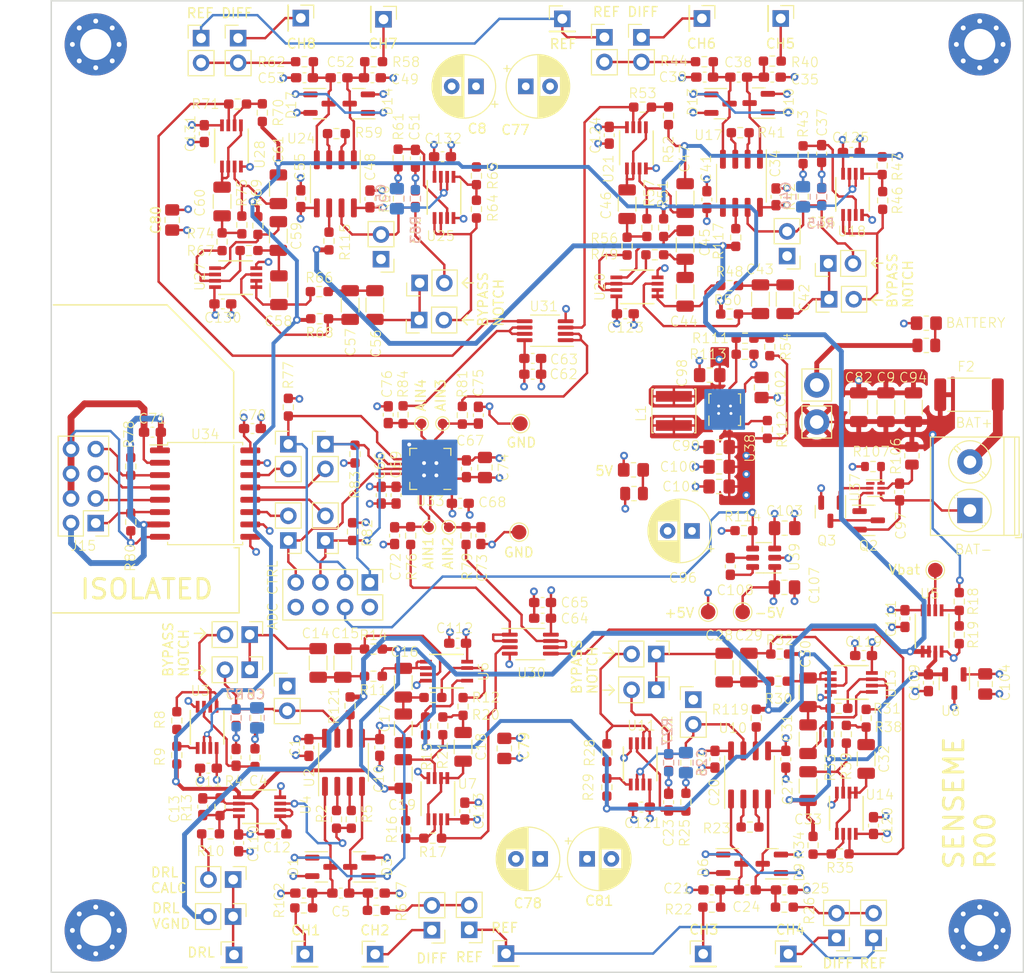
<source format=kicad_pcb>
(kicad_pcb (version 20221018) (generator pcbnew)
  (layers (0 "F.Cu" signal) (1 "In1.Cu" signal) (2 "In2.Cu" signal) (31 "B.Cu" signal) (34 "B.Paste" user) (35 "F.Paste" user) (36 "B.SilkS" user "B.Silkscreen") (37 "F.SilkS" user "F.Silkscreen") (38 "B.Mask" user) (39 "F.Mask" user) (44 "Edge.Cuts" user))
  (net 0 "")
  (net 1 "/Battery input/BATp")
  (net 2 "/Battery input/BATn")
  (net 3 "GND")
  (net 4 "Net-(D1-common)")
  (net 5 "Net-(C3-Pad2)")
  (net 6 "Net-(U3A-+)")
  (net 7 "Net-(U3B--)")
  (net 8 "Net-(C6-Pad2)")
  (net 9 "+5V")
  (net 10 "-5V")
  (net 11 "Net-(D3-common)")
  (net 12 "Net-(C13-Pad2)")
  (net 13 "Net-(JP3-A)")
  (net 14 "Net-(U6A-+)")
  (net 15 "Net-(D6-common)")
  (net 16 "Net-(U6A--)")
  (net 17 "Net-(U6B-+)")
  (net 18 "Net-(U30A--)")
  (net 19 "Net-(C18-Pad1)")
  (net 20 "Net-(U7A--)")
  (net 21 "Net-(C26-Pad2)")
  (net 22 "Net-(U7A-+)")
  (net 23 "Net-(C22-Pad2)")
  (net 24 "Net-(U11B--)")
  (net 25 "Net-(U11A-+)")
  (net 26 "Net-(D9-common)")
  (net 27 "Net-(JP11-A)")
  (net 28 "Net-(U13A--)")
  (net 29 "Net-(C32-Pad1)")
  (net 30 "Net-(D10-common)")
  (net 31 "Net-(JP15-B)")
  (net 32 "Net-(U13A-+)")
  (net 33 "Vdrive")
  (net 34 "Net-(C36-Pad2)")
  (net 35 "Net-(U18A-+)")
  (net 36 "Net-(U14A-+)")
  (net 37 "Net-(U14A--)")
  (net 38 "Net-(D13-common)")
  (net 39 "Net-(U18B--)")
  (net 40 "Net-(C40-Pad2)")
  (net 41 "Net-(C50-Pad2)")
  (net 42 "Net-(JP17-A)")
  (net 43 "Net-(U20A-+)")
  (net 44 "Net-(U20B-+)")
  (net 45 "Net-(C46-Pad1)")
  (net 46 "Net-(C54-Pad2)")
  (net 47 "Net-(U21A-+)")
  (net 48 "Net-(D14-common)")
  (net 49 "Net-(JP32-B)")
  (net 50 "Net-(U25A-+)")
  (net 51 "Net-(D17-common)")
  (net 52 "Net-(U25B--)")
  (net 53 "Net-(JP33-A)")
  (net 54 "Net-(U27A-+)")
  (net 55 "Net-(U27A--)")
  (net 56 "Net-(U27B-+)")
  (net 57 "Net-(C60-Pad1)")
  (net 58 "/ADC and control/AIN1")
  (net 59 "/ADC and control/AIN2")
  (net 60 "/ADC and control/AIN3")
  (net 61 "/ADC and control/AIN4")
  (net 62 "GNDPWR")
  (net 63 "+5VP")
  (net 64 "Net-(U28A-+)")
  (net 65 "Net-(U37-BAT)")
  (net 66 "Net-(U38-SS)")
  (net 67 "Net-(U39-C1-)")
  (net 68 "VCC")
  (net 69 "Net-(U39-C1+)")
  (net 70 "+BATT")
  (net 71 "/Channel 1 with DRL option/DRL")
  (net 72 "REFCH")
  (net 73 "/ADC and control/ISO_CLK")
  (net 74 "/ADC and control/ISO_MISO")
  (net 75 "/ADC and control/ISO_MOSI")
  (net 76 "/ADC and control/ISO_CSn")
  (net 77 "Net-(JP2-B)")
  (net 78 "/Channel 1 with DRL option/NOTCH1")
  (net 79 "VPP")
  (net 80 "/Channel 2/NOTCH2")
  (net 81 "Net-(JP1-B)")
  (net 82 "Net-(JP16-B)")
  (net 83 "Net-(JP5-B)")
  (net 84 "/Channel 3/NOTCH3")
  (net 85 "Net-(JP10-B)")
  (net 86 "/ADC and control/ADCCSn")
  (net 87 "/ADC and control/ADCCLK")
  (net 88 "Net-(JP12-B)")
  (net 89 "Net-(JP13-B)")
  (net 90 "/ADC and control/ADCDIN")
  (net 91 "/ADC and control/ADCDO")
  (net 92 "Net-(L1-Pad2)")
  (net 93 "/Channel 4/NOTCH4")
  (net 94 "Net-(R5-Pad2)")
  (net 95 "Net-(U4A-+)")
  (net 96 "Net-(U4A--)")
  (net 97 "Net-(U4B--)")
  (net 98 "Net-(R2-Pad2)")
  (net 99 "Net-(U3B-+)")
  (net 100 "/Channel 1 with DRL option/HPF1")
  (net 101 "Net-(U7B--)")
  (net 102 "Net-(R23-Pad1)")
  (net 103 "Net-(R23-Pad2)")
  (net 104 "/Channel 2/HPF2")
  (net 105 "Net-(U14B--)")
  (net 106 "Net-(U11B-+)")
  (net 107 "Net-(U13B-+)")
  (net 108 "/ADC and control/CH2")
  (net 109 "Net-(R41-Pad1)")
  (net 110 "Net-(R41-Pad2)")
  (net 111 "Net-(U20A--)")
  (net 112 "Net-(U18B-+)")
  (net 113 "Net-(U21A--)")
  (net 114 "Net-(U21B--)")
  (net 115 "/Channel 3/HPF3")
  (net 116 "Net-(U30B--)")
  (net 117 "Net-(U31A--)")
  (net 118 "/ADC and control/CH3")
  (net 119 "Net-(R59-Pad1)")
  (net 120 "Net-(U31B--)")
  (net 121 "Net-(R59-Pad2)")
  (net 122 "Net-(U25B-+)")
  (net 123 "/Channel 4/HPF4")
  (net 124 "/ADC and control/CH4")
  (net 125 "Net-(U37-V-)")
  (net 126 "Net-(U38-FB)")
  (net 127 "/Power supply/EN5V")
  (net 128 "Net-(U38-PG)")
  (net 129 "Net-(U24-Ref)")
  (net 130 "Net-(U17-Ref)")
  (net 131 "Net-(U10-Ref)")
  (net 132 "Net-(U2-Ref)")
  (net 133 "Net-(U28A--)")
  (net 134 "Net-(U28B--)")
  (net 142 "Net-(Q2-G)")
  (net 143 "Net-(Q2-D)")
  (net 144 "Net-(Q3-G)")
  (net 145 "Net-(U5B-+)")
  (net 146 "Net-(C14-Pad1)")
  (net 147 "Net-(C16-Pad1)")
  (net 148 "Net-(C28-Pad1)")
  (net 149 "Net-(C30-Pad1)")
  (net 150 "Net-(C42-Pad1)")
  (net 151 "Net-(C44-Pad1)")
  (net 152 "Net-(C56-Pad1)")
  (net 153 "Net-(C58-Pad1)")
  (net 154 "Net-(D2-A)")
  (net 155 "Net-(D4-A)")
  (net 156 "/Battery input/Vbat")
  (net 157 "Net-(JP19-B)")
  (net 158 "Net-(JP20-B)")
  (net 159 "Net-(JP21-B)")
  (net 160 "Net-(JP22-B)")
  (net 161 "Net-(R111-Pad1)")
  (net 162 "/Channel 1 with DRL option/INPUT1")
  (net 163 "/Channel 1 with DRL option/INPUT2")
  (net 164 "/Channel 2/INPUT3")
  (net 165 "/Channel 2/INPUT4")
  (net 166 "/Channel 3/INPUT5")
  (net 167 "/Channel 3/INPUT6")
  (net 168 "/Channel 4/INPUT7")
  (net 169 "/Channel 4/INPUT8")
  (net 170 "/ADC and control/CH1")
  (footprint "Connector_PinHeader_2.54mm:PinHeader_1x02_P2.54mm_Vertical" (layer "F.Cu") (at 115.706 48.768)
    (fp_text reference "JP12" hide)
    (fp_text value "Jumper_2_Open" hide)
  )
  (footprint "Package_TO_SOT_SMD:SOT-23-6" (layer "F.Cu") (at 128.279 102.328 180)
    (fp_text reference "U39")
    (fp_text value "LM2776")
  )
  (footprint "Resistor_SMD:R_0603_1608Metric_Pad0.98x0.95mm_HandSolder" (layer "F.Cu") (at 126.873 130.048 180)
    (fp_text reference "R23")
    (fp_text value "510")
  )
  (footprint "Resistor_SMD:R_0603_1608Metric_Pad0.98x0.95mm_HandSolder" (layer "F.Cu") (at 93.4945 119.630973 -90)
    (fp_text reference "R15")
    (fp_text value "82k")
  )
  (footprint "Resistor_SMD:R_0603_1608Metric_Pad0.98x0.95mm_HandSolder" (layer "F.Cu") (at 97.663 100.052 -90)
    (fp_text reference "R79")
    (fp_text value "100")
  )
  (footprint "Resistor_SMD:R_0805_2012Metric" (layer "F.Cu") (at 114.944 95.724)
    (fp_text reference "R36" hide)
    (fp_text value "330R" hide)
  )
  (footprint "Resistor_SMD:R_0603_1608Metric_Pad0.98x0.95mm_HandSolder" (layer "F.Cu") (at 88.137 114.52 180)
    (fp_text reference "R11")
    (fp_text value "30k")
  )
  (footprint "Capacitor_SMD:C_0603_1608Metric_Pad1.08x0.95mm_HandSolder" (layer "F.Cu") (at 124.85 103.217 90)
    (fp_text reference "C108")
    (fp_text value "1uF")
  )
  (footprint "Resistor_SMD:R_0603_1608Metric_Pad0.98x0.95mm_HandSolder" (layer "F.Cu") (at 84.328 58.674)
    (fp_text reference "R59")
    (fp_text value "510")
  )
  (footprint "Capacitor_SMD:C_0603_1608Metric_Pad1.08x0.95mm_HandSolder" (layer "F.Cu") (at 122.2095 52.865 180)
    (fp_text reference "C39")
    (fp_text value "100pF")
  )
  (footprint "Resistor_SMD:R_0603_1608Metric_Pad0.98x0.95mm_HandSolder" (layer "F.Cu") (at 138.82 118.843 90)
    (fp_text reference "R38")
    (fp_text value "15k")
  )
  (footprint "Package_SO:AD8606ARMZ" (layer "F.Cu") (at 73.533 59.944 90)
    (fp_text reference "U28")
    (fp_text value "AD8606ARMZ-R7")
  )
  (footprint "Resistor_SMD:R_0603_1608Metric_Pad0.98x0.95mm_HandSolder" (layer "F.Cu") (at 75.3405 70.705)
    (fp_text reference "R67")
    (fp_text value "12k")
  )
  (footprint "Connector_PinHeader_2.54mm:PinHeader_1x01_P2.54mm_Vertical" (layer "F.Cu") (at 101.771071 143.063973)
    (fp_text reference "J3" hide)
    (fp_text value "Conn_01x01" hide)
  )
  (footprint "Capacitor_SMD:C_0603_1608Metric_Pad1.08x0.95mm_HandSolder" (layer "F.Cu") (at 88.03 52.925 180)
    (fp_text reference "C49")
    (fp_text value "100pF")
  )
  (footprint "Capacitor_SMD:C_0603_1608Metric_Pad1.08x0.95mm_HandSolder" (layer "F.Cu") (at 139.577 129.892 -90)
    (fp_text reference "C120")
    (fp_text value "100nF")
  )
  (footprint "Resistor_SMD:R_0603_1608Metric_Pad0.98x0.95mm_HandSolder" (layer "F.Cu") (at 127.517 118.833 -90)
    (fp_text reference "R119")
    (fp_text value "0R")
  )
  (footprint "Capacitor_SMD:C_0603_1608Metric_Pad1.08x0.95mm_HandSolder" (layer "F.Cu") (at 70.739 58.674 90)
    (fp_text reference "C131")
    (fp_text value "100nF")
  )
  (footprint "Capacitor_SMD:C_0603_1608Metric_Pad1.08x0.95mm_HandSolder" (layer "F.Cu") (at 88.4335 136.840973)
    (fp_text reference "C7")
    (fp_text value "100pF")
  )
  (footprint "Package_TO_SOT_SMD:SOT-23" (layer "F.Cu") (at 82.783 134.143)
    (fp_text reference "D1")
    (fp_text value "BAV199")
  )
  (footprint "Connector_PinHeader_2.54mm:PinHeader_1x02_P2.54mm_Vertical" (layer "F.Cu") (at 74.221 48.851)
    (fp_text reference "JP16" hide)
    (fp_text value "Jumper_2_Open" hide)
  )
  (footprint "Capacitor_SMD:C_1206_3216Metric" (layer "F.Cu") (at 120.2 70.131 -90)
    (fp_text reference "C45")
    (fp_text value "100nF")
  )
  (footprint "TestPoint:TestPoint_Pad_D1.0mm" (layer "F.Cu") (at 93.853 99.187)
    (fp_text reference "TP6" hide)
    (fp_text value "TestPoint" hide)
  )
  (footprint "Package_SO:AD8606ARMZ" (layer "F.Cu") (at 71.031501 119.784873 -90)
    (fp_text reference "U3")
    (fp_text value "AD8606ARMZ-R7")
  )
  (footprint "Capacitor_SMD:C_1206_3216Metric" (layer "F.Cu") (at 78.412 74.7925 -90)
    (fp_text reference "C58")
    (fp_text value "100nF")
  )
  (footprint "Capacitor_SMD:C_0603_1608Metric_Pad1.08x0.95mm_HandSolder" (layer "F.Cu") (at 104.521 81.81 180)
    (fp_text reference "C63")
    (fp_text value "10uF")
  )
  (footprint "Capacitor_SMD:C_0603_1608Metric_Pad1.08x0.95mm_HandSolder" (layer "F.Cu") (at 118.5 127.479 -90)
    (fp_text reference "C23")
    (fp_text value "1nF")
  )
  (footprint "Connector_PinHeader_2.54mm:PinHeader_1x01_P2.54mm_Vertical" (layer "F.Cu") (at 88.316071 143.127473)
    (fp_text reference "J2" hide)
    (fp_text value "Conn_01x01" hide)
  )
  (footprint "Capacitor_SMD:C_1206_3216Metric" (layer "F.Cu") (at 132.846 121.002 90)
    (fp_text reference "C31")
    (fp_text value "100nF")
  )
  (footprint "Connector_PinHeader_2.54mm:PinHeader_1x02_P2.54mm_Vertical" (layer "F.Cu") (at 83.194 90.639)
    (fp_text reference "JP20" hide)
    (fp_text value "Jumper_2_Open" hide)
  )
  (footprint "Resistor_SMD:R_0603_1608Metric_Pad0.98x0.95mm_HandSolder" (layer "F.Cu") (at 125.407 69.369 90)
    (fp_text reference "R117")
    (fp_text value "0R")
  )
  (footprint "Connector_PinHeader_2.54mm:PinHeader_1x02_P2.54mm_Vertical" (layer "F.Cu") (at 97.993 140.62 180)
    (fp_text reference "JP4" hide)
    (fp_text value "Jumper_2_Open" hide)
  )
  (footprint "Capacitor_SMD:C_0603_1608Metric_Pad1.08x0.95mm_HandSolder" (layer "F.Cu") (at 134.248 65.1565 90)
    (fp_text reference "C36")
    (fp_text value "1nF")
  )
  (footprint "TestPoint:TestPoint_Pad_D1.0mm" (layer "F.Cu") (at 95.25 88.519)
    (fp_text reference "TP8" hide)
    (fp_text value "TestPoint" hide)
  )
  (footprint "Capacitor_SMD:C_0603_1608Metric_Pad1.08x0.95mm_HandSolder" (layer "F.Cu") (at 74.0085 122.870973 -90)
    (fp_text reference "C4")
    (fp_text value "1nF")
  )
  (footprint "Connector_PinHeader_2.54mm:PinHeader_1x01_P2.54mm_Vertical" (layer "F.Cu") (at 121.929 46.829 -90)
    (fp_text reference "J8" hide)
    (fp_text value "Conn_01x01" hide)
  )
  (footprint "Connector_PinHeader_2.54mm:PinHeader_2x04_P2.54mm_Vertical" (layer "F.Cu") (at 87.766 104.868 -90)
    (fp_text reference "J11" hide)
    (fp_text value "Conn_02x04_Odd_Even" hide)
  )
  (footprint "Resistor_SMD:R_0603_1608Metric_Pad0.98x0.95mm_HandSolder" (layer "F.Cu") (at 76.708 56.5195 -90)
    (fp_text reference "R70")
    (fp_text value "1k")
  )
  (footprint "Capacitor_SMD:C_0603_1608Metric_Pad1.08x0.95mm_HandSolder" (layer "F.Cu") (at 88.9415 95.885 90)
    (fp_text reference "C66")
    (fp_text value "10uF")
  )
  (footprint "Resistor_SMD:R_0603_1608Metric_Pad0.98x0.95mm_HandSolder" (layer "F.Cu") (at 136.783 120.494 90)
    (fp_text reference "R39")
    (fp_text value "15k")
  )
  (footprint "Capacitor_SMD:C_1206_3216Metric" (layer "F.Cu") (at 91.2085 124.583973 90)
    (fp_text reference "C19")
    (fp_text value "100nF")
  )
  (footprint "Resistor_SMD:R_0603_1608Metric_Pad0.98x0.95mm_HandSolder" (layer "F.Cu") (at 75.955 122.902 90)
    (fp_text reference "R4")
    (fp_text value "330k")
  )
  (footprint "Capacitor_SMD:C_0603_1608Metric_Pad1.08x0.95mm_HandSolder" (layer "F.Cu") (at 97.536 128.397 -90)
    (fp_text reference "C113")
    (fp_text value "100nF")
  )
  (footprint "Package_SO:SOIC-8_3.9x4.9mm_P1.27mm" (layer "F.Cu") (at 84.22 63.847 -90)
    (fp_text reference "U24")
    (fp_text value "AD8421ARZ")
  )
  (footprint "Capacitor_SMD:C_1206_3216Metric" (layer "F.Cu") (at 120.2 74.957 -90)
    (fp_text reference "C44")
    (fp_text value "100nF")
  )
  (footprint "Resistor_SMD:R_0603_1608Metric_Pad0.98x0.95mm_HandSolder" (layer "F.Cu") (at 90.712 65.371 -90)
    (fp_text reference "R60")
    (fp_text value "330k")
  )
  (footprint "Resistor_SMD:R_0603_1608Metric_Pad0.98x0.95mm_HandSolder" (layer "F.Cu") (at 74.168 55.6305)
    (fp_text reference "R71")
    (fp_text value "100k")
  )
  (footprint "Capacitor_SMD:C_1206_3216Metric" (layer "F.Cu") (at 114.231 65.94 90)
    (fp_text reference "C46")
    (fp_text value "220nF")
  )
  (footprint "Capacitor_SMD:C_1206_3216Metric" (layer "F.Cu") (at 91.2085 119.884973 90)
    (fp_text reference "C17")
    (fp_text value "100nF")
  )
  (footprint "Resistor_SMD:R_0603_1608Metric_Pad0.98x0.95mm_HandSolder" (layer "F.Cu") (at 124.772 74.322)
    (fp_text reference "R48")
    (fp_text value "30k")
  )
  (footprint "Package_TO_SOT_SMD:SOT-23" (layer "F.Cu") (at 127.771 55.531 180)
    (fp_text reference "D10")
    (fp_text value "BAV199")
  )
  (footprint "TestPoint:TestPoint_Pad_D1.5mm" (layer "F.Cu") (at 103.251 88.519)
    (fp_text reference "TP4" hide)
    (fp_text value "TestPoint" hide)
  )
  (footprint "Resistor_SMD:R_0603_1608Metric_Pad0.98x0.95mm_HandSolder" (layer "F.Cu") (at 120.278 127.479 90)
    (fp_text reference "R25")
    (fp_text value "330k")
  )
  (footprint "Resistor_SMD:R_0603_1608Metric_Pad0.98x0.95mm_HandSolder" (layer "F.Cu") (at 82.603 77.7285 180)
    (fp_text reference "R68")
    (fp_text value "33k")
  )
  (footprint "Resistor_SMD:R_0603_1608Metric_Pad0.98x0.95mm_HandSolder" (layer "F.Cu") (at 133.359 131.919 90)
    (fp_text reference "R34")
    (fp_text value "1k")
  )
  (footprint "Package_TO_SOT_SMD:SOT-23" (layer "F.Cu") (at 82.599 55.592)
    (fp_text reference "D17")
    (fp_text value "BAV199")
  )
  (footprint "Resistor_SMD:R_0603_1608Metric_Pad0.98x0.95mm_HandSolder" (layer "F.Cu") (at 91.4625 130.298973 90)
    (fp_text reference "R16")
    (fp_text value "1k")
  )
  (footprint "Capacitor_SMD:C_0603_1608Metric_Pad1.08x0.95mm_HandSolder" (layer "F.Cu") (at 134.239 60.7235 90)
    (fp_text reference "C37")
    (fp_text value "1nF")
  )
  (footprint "Capacitor_SMD:C_1206_3216Metric" (layer "F.Cu") (at 84.9855 113.153973 -90)
    (fp_text reference "C15")
    (fp_text value "100nF")
  )
  (footprint "TerminalBlock_Phoenix:TerminalBlock_Phoenix_PT-1,5-2-5.0-H_1x02_P5.00mm_Horizontal" (layer "F.Cu") (at 149.496 97.462 90)
    (fp_text reference "J33" hide)
    (fp_text value "Screw_Terminal_01x02" hide)
  )
  (footprint "Connector_PinHeader_2.54mm:PinHeader_1x02_P2.54mm_Vertical" (layer "F.Cu") (at 139.582 141.444 180)
    (fp_text reference "JP10" hide)
    (fp_text value "Jumper_2_Open" hide)
  )
  (footprint "Resistor_SMD:R_0603_1608Metric_Pad0.98x0.95mm_HandSolder" (layer "F.Cu") (at 116.263 68.353 -90)
    (fp_text reference "R57")
    (fp_text value "15k")
  )
  (footprint "Resistor_SMD:R_0603_1608Metric_Pad0.98x0.95mm_HandSolder" (layer "F.Cu") (at 135.005 120.494 -90)
    (fp_text reference "R33")
    (fp_text value "82k")
  )
  (footprint "Resistor_SMD:R_0603_1608Metric_Pad0.98x0.95mm_HandSolder" (layer "F.Cu") (at 129.93 112.234)
    (fp_text reference "R32")
    (fp_text value "33k")
  )
  (footprint "Resistor_SMD:R_0603_1608Metric_Pad0.98x0.95mm_HandSolder" (layer "F.Cu") (at 112.15 125.95 -90)
    (fp_text reference "R29")
    (fp_text value "82k")
  )
  (footprint "Resistor_SMD:R_0603_1608Metric_Pad0.98x0.95mm_HandSolder" (layer "F.Cu") (at 88.137 111.726)
    (fp_text reference "R14")
    (fp_text value "33k")
  )
  (footprint "Package_SO:SOIC-16W_7.5x10.3mm_P1.27mm" (layer "F.Cu") (at 70.826 95.724)
    (fp_text reference "U34")
    (fp_text value "ISO7341C")
  )
  (footprint "Capacitor_SMD:C_0603_1608Metric_Pad1.08x0.95mm_HandSolder" (layer "F.Cu") (at 105.537 108.551)
    (fp_text reference "C64")
    (fp_text value "100nF")
  )
  (footprint "Package_SO:AD8606ARMZ" (layer "F.Cu") (at 137.291 115.16)
    (fp_text reference "U13")
    (fp_text value "AD8606ARMZ-R7")
  )
  (footprint "Resistor_SMD:R_0603_1608Metric_Pad0.98x0.95mm_HandSolder" (layer "F.Cu") (at 128.66 89.12 -90)
    (fp_text reference "R112")
    (fp_text value "1Meg")
  )
  (footprint "Package_SO:AD8606ARMZ" (layer "F.Cu") (at 76.4215 127.950973 180)
    (fp_text reference "U4")
    (fp_text value "AD8606ARMZ-R7")
  )
  (footprint "MountingHole:MountingHole_3.2mm_M3_Pad_Via" (layer "F.Cu") (at 150.504 49.496)
    (fp_text reference "H4" hide)
    (fp_text value "MountingHole_Pad" hide)
  )
  (footprint "TestPoint:TestPoint_Pad_D1.5mm" (layer "F.Cu") (at 103.124 99.695)
    (fp_text reference "TP5" hide)
    (fp_text value "TestPoint" hide)
  )
  (footprint "Connector_PinHeader_2.54mm:PinHeader_1x02_P2.54mm_Vertical" (layer "F.Cu") (at 92.846 77.8605 90)
    (fp_text reference "JP33" hide)
    (fp_text value "Jumper_2_Open" hide)
  )
  (footprint "Package_TO_SOT_SMD:SOT-23" (layer "F.Cu") (at 86.633 55.592 180)
    (fp_text reference "D14")
    (fp_text value "BAV199")
  )
  (footprint "Capacitor_THT:CP_Radial_D6.3mm_P2.50mm" (layer "F.Cu") (at 110.118 133.316)
    (fp_text reference "C81")
    (fp_text value "100uF")
  )
  (footprint "Resistor_SMD:R_0603_1608Metric_Pad0.98x0.95mm_HandSolder" (layer "F.Cu") (at 85.734 117.568 -90)
    (fp_text reference "R121")
    (fp_text value "0R")
  )
  (footprint "Resistor_SMD:R_0603_1608Metric_Pad0.98x0.95mm_HandSolder" (layer "F.Cu") (at 140.52 65.5555 90)
    (fp_text reference "R46")
    (fp_text value "20k")
  )
  (footprint "Capacitor_SMD:C_0603_1608Metric_Pad1.08x0.95mm_HandSolder" (layer "F.Cu") (at 129.549 65.183 -90)
    (fp_text reference "C34")
    (fp_text value "100nF")
  )
  (footprint "Resistor_SMD:R_0603_1608Metric_Pad0.98x0.95mm_HandSolder" (layer "F.Cu") (at 132.334 60.8505 -90)
    (fp_text reference "R43")
    (fp_text value "330k")
  )
  (footprint "MountingHole:MountingHole_3.2mm_M3_Pad_Via" (layer "F.Cu") (at 59.572 49.496)
    (fp_text reference "H3" hide)
    (fp_text value "MountingHole_Pad" hide)
  )
  (footprint "Resistor_SMD:R_0805_2012Metric" (layer "F.Cu") (at 143.527 91.827 90)
    (fp_text reference "R106")
    (fp_text value "330R")
  )
  (footprint "Resistor_SMD:R_0603_1608Metric_Pad0.98x0.95mm_HandSolder" (layer "F.Cu") (at 122.183 51.274)
    (fp_text reference "R44")
    (fp_text value "10k")
  )
  (footprint "Capacitor_SMD:C_0603_1608Metric_Pad1.08x0.95mm_HandSolder" (layer "F.Cu") (at 142.257 95.557 -90)
    (fp_text reference "C97")
    (fp_text value "100nF")
  )
  (footprint "Capacitor_THT:CP_Radial_D6.3mm_P2.50mm" (layer "F.Cu") (at 103.808 53.814)
    (fp_text reference "C77")
    (fp_text value "100uF")
  )
  (footprint "Package_TO_SOT_SMD:SOT-23" (layer "F.Cu") (at 129.1195 133.824 180)
    (fp_text reference "D9")
    (fp_text value "BAV199")
  )
  (footprint "Capacitor_SMD:C_0603_1608Metric_Pad1.08x0.95mm_HandSolder" (layer "F.Cu") (at 81.5015 121.854973 90)
    (fp_text reference "C1")
    (fp_text value "100nF")
  )
  (footprint "Capacitor_SMD:C_0603_1608Metric_Pad1.08x0.95mm_HandSolder" (layer "F.Cu") (at 74.0085 118.780473 -90)
    (fp_text reference "C3")
    (fp_text value "1nF")
  )
  (footprint "Resistor_SMD:R_0603_1608Metric_Pad0.98x0.95mm_HandSolder" (layer "F.Cu") (at 129.798 115.033 180)
    (fp_text reference "R30")
    (fp_text value "30k")
  )
  (footprint "Capacitor_SMD:C_1206_3216Metric" (layer "F.Cu") (at 127.947 75.719 90)
    (fp_text reference "C43")
    (fp_text value "100nF")
  )
  (footprint "Capacitor_SMD:C_0805_2012Metric_Pad1.18x1.45mm_HandSolder" (layer "F.Cu") (at 101.6 121.951 90)
    (fp_text reference "C79")
    (fp_text value "22uF")
  )
  (footprint "Capacitor_SMD:C_0603_1608Metric_Pad1.08x0.95mm_HandSolder" (layer "F.Cu") (at 78.3265 130.744973)
    (fp_text reference "C12")
    (fp_text value "1uF")
  )
  (footprint "Resistor_SMD:R_0603_1608Metric" (layer "F.Cu") (at 139.526 92.9385)
    (fp_text reference "R107")
    (fp_text value "2k7")
  )
  (footprint "Capacitor_SMD:C_1206_3216Metric" (layer "F.Cu") (at 130.487 75.719 -90)
    (fp_text reference "C42")
    (fp_text value "100nF")
  )
  (footprint "Resistor_SMD:R_0603_1608Metric_Pad0.98x0.95mm_HandSolder" (layer "F.Cu") (at 126.365 81.3835)
    (fp_text reference "R113")
    (fp_text value "100k")
  )
  (footprint "Connector_PinHeader_2.54mm:PinHeader_1x02_P2.54mm_Vertical" (layer "F.Cu") (at 134.927 72.036 90)
    (fp_text reference "JP31" hide)
    (fp_text value "Jumper_2_Open" hide)
  )
  (footprint "Connector_Pin:Pin_D1.4mm_L8.5mm_W2.8mm_FlatFork" (layer "F.Cu") (at 133.74 88.358 -90)
    (fp_text reference "J29" hide)
    (fp_text value "Conn_01x01_Pin" hide)
  )
  (footprint "Connector_PinHeader_2.54mm:PinHeader_1x01_P2.54mm_Vertical" (layer "F.Cu") (at 80.664 46.7855 -90)
    (fp_text reference "J10" hide)
    (fp_text value "Conn_01x01" hide)
  )
  (footprint "Resistor_SMD:R_0603_1608Metric_Pad0.98x0.95mm_HandSolder" (layer "F.Cu") (at 129.168 51.214 180)
    (fp_text reference "R40")
    (fp_text value "10k")
  )
  (footprint "Capacitor_SMD:C_1206_3216Metric" (layer "F.Cu") (at 78.359 64.404 -90)
    (fp_text reference "C61")
    (fp_text value "100nF")
  )
  (footprint "Capacitor_SMD:C_0603_1608Metric_Pad1.08x0.95mm_HandSolder" (layer "F.Cu") (at 84.601 52.925 180)
    (fp_text reference "C52")
    (fp_text value "1nF")
  )
  (footprint "Capacitor_SMD:C_1206_3216Metric" (layer "F.Cu") (at 91.2085 115.185973 90)
    (fp_text reference "C16")
    (fp_text value "100nF")
  )
  (footprint "Resistor_SMD:R_0603_1608Metric_Pad0.98x0.95mm_HandSolder" (layer "F.Cu") (at 83.566 69.7275 90)
    (fp_text reference "R115")
    (fp_text value "0R")
  )
  (footprint "Connector_PinHeader_2.54mm:PinHeader_1x02_P2.54mm_Vertical" (layer "F.Cu") (at 75.4105 110.236 -90)
    (fp_text reference "JP3" hide)
    (fp_text value "Jumper_2_Open" hide)
  )
  (footprint "Capacitor_SMD:C_0603_1608Metric_Pad1.08x0.95mm_HandSolder" (layer "F.Cu") (at 96.8005 111.125)
    (fp_text reference "C112")
    (fp_text value "100nF")
  )
  (footprint "Resistor_SMD:R_0603_1608Metric_Pad0.98x0.95mm_HandSolder" (layer "F.Cu") (at 122.9415 138.2885)
    (fp_text reference "R22")
    (fp_text value "10k")
  )
  (footprint "Resistor_SMD:R_0603_1608Metric_Pad0.98x0.95mm_HandSolder" (layer "F.Cu") (at 86.242 91.66 -90)
    (fp_text reference "R83")
    (fp_text value "10k")
  )
  (footprint "Capacitor_SMD:C_0603_1608Metric_Pad1.08x0.95mm_HandSolder" (layer "F.Cu") (at 81.045 52.925 180)
    (fp_text reference "C53")
    (fp_text value "100pF")
  )
  (footprint "Package_SO:AD8606ARMZ" (layer "F.Cu") (at 115.189 60.1411 90)
    (fp_text reference "U21")
    (fp_text value "AD8606ARMZ-R7")
  )
  (footprint "Resistor_SMD:R_0603_1608Metric_Pad0.98x0.95mm_HandSolder" (layer "F.Cu") (at 85.861 129.252 90)
    (fp_text reference "R5")
    (fp_text value "220")
  )
  (footprint "Connector_PinHeader_2.54mm:PinHeader_1x02_P2.54mm_Vertical" (layer "F.Cu") (at 117.23 112.234 -90)
    (fp_text reference "JP11" hide)
    (fp_text value "Jumper_2_Open" hide)
  )
  (footprint "Connector_PinHeader_2.54mm:PinHeader_1x02_P2.54mm_Vertical" (layer "F.Cu") (at 79.384 100.55 180)
    (fp_text reference "JP22" hide)
    (fp_text value "Jumper_2_Open" hide)
  )
  (footprint "Capacitor_SMD:C_0603_1608Metric_Pad1.08x0.95mm_HandSolder" (layer "F.Cu") (at 123.2705 123.063 90)
    (fp_text reference "C20")
    (fp_text value "100nF")
  )
  (footprint "Package_SON:Texas_S-PVSON-N10_ThermalVias" (layer "F.Cu") (at 124.27238 87.084 90)
    (fp_text reference "U38")
    (fp_text value "TPS61230DRC")
  )
  (footprint "Capacitor_SMD:C_0603_1608Metric_Pad1.08x0.95mm_HandSolder" (layer "F.Cu") (at 118.5 123.415 -90)
    (fp_text reference "C22")
    (fp_text value "1nF")
  )
  (footprint "Package_TO_SOT_SMD:SOT-23" (layer "F.Cu") (at 125.0555 133.824)
    (fp_text reference "D6")
    (fp_text value "BAV199")
  )
  (footprint "Resistor_SMD:R_0603_1608Metric_Pad0.98x0.95mm_HandSolder" (layer "F.Cu") (at 76.253 68.1415 90)
    (fp_text reference "R69")
    (fp_text value "82k")
  )
  (footprint "Capacitor_SMD:C_1206_3216Metric" (layer "F.Cu") (at 82.4505 113.153973 90)
    (fp_text reference "C14")
    (fp_text value "100nF")
  )
  (footprint "Package_SO:AD8606ARMZ" (layer "F.Cu") (at 73.967 73.499 180)
    (fp_text reference "U27")
    (fp_text value "AD8606ARMZ-R7")
  )
  (footprint "Capacitor_SMD:C_0603_1608Metric_Pad1.08x0.95mm_HandSolder" (layer "F.Cu") (at 105.537 106.934)
    (fp_text reference "C65")
    (fp_text value "10uF")
  )
  (footprint "Resistor_SMD:R_0805_2012Metric" (layer "F.Cu") (at 145.0105 80.47425)
    (fp_text reference "R37" hide)
    (fp_text value "330R" hide)
  )
  (footprint "Resistor_SMD:R_0603_1608Metric_Pad0.98x0.95mm_HandSolder" (layer "F.Cu") (at 76.0405 118.806973 90)
    (fp_text reference "R3")
    (fp_text value "330k")
  )
  (footprint "Capacitor_SMD:C_1206_3216Metric" (layer "F.Cu") (at 138.058 86.834 90)
    (fp_text reference "C82")
    (fp_text value "22uF")
  )
  (footprint "Capacitor_SMD:C_0603_1608Metric_Pad1.08x0.95mm_HandSolder" (layer "F.Cu") (at 115.706 127.987)
    (fp_text reference "C121")
    (fp_text value "100nF")
  )
  (footprint "Package_TO_SOT_SMD:SOT-23" (layer "F.Cu") (at 86.69 134.143 180)
    (fp_text reference "D3")
    (fp_text value "BAV199")
  )
  (footprint "Capacitor_SMD:C_1206_3216Metric" (layer "F.Cu") (at 138.82 123.034 -90)
    (fp_text reference "C32")
    (fp_text value "220nF")
  )
  (footprint "Capacitor_SMD:C_0805_2012Metric_Pad1.18x1.45mm_HandSolder" (layer "F.Cu") (at 128.06138 84.802 90)
    (fp_text reference "C102")
    (fp_text value "10nF")
  )
  (footprint "Capacitor_SMD:C_0805_2012Metric_Pad1.18x1.45mm_HandSolder" (layer "F.Cu") (at 67.437 67.564 90)
    (fp_text reference "C80")
    (fp_text value "22uF")
  )
  (footprint "Connector_PinHeader_2.54mm:PinHeader_1x02_P2.54mm_Vertical" (layer "F.Cu") (at 117.23 115.917 -90)
    (fp_text reference "JP13" hide)
    (fp_text value "Jumper_2_Open" hide)
  )
  (footprint "Capacitor_SMD:C_1206_3216Metric" (layer "F.Cu") (at 120.2 65.305 -90)
    (fp_text reference "C47")
    (fp_text value "100nF")
  )
  (footprint "Resistor_SMD:R_0603_1608Metric_Pad0.98x0.95mm_HandSolder" (layer "F.Cu") (at 84.337 129.252 90)
    (fp_text reference "R2")
    (fp_text value "220")
  )
  (footprint "Capacitor_SMD:C_0603_1608Metric_Pad1.08x0.95mm_HandSolder" (layer "F.Cu") (at 99.187 100.052 90)
    (fp_text reference "C73")
    (fp_text value "10nF")
  )
  (footprint "Connector_PinHeader_2.54mm:PinHeader_1x02_P2.54mm_Vertical" (layer "F.Cu") (at 79.2705 115.536)
    (fp_text reference "JP1" hide)
    (fp_text value "Jumper_2_Open" hide)
  )
  (footprint "Capacitor_SMD:C_0603_1608Metric_Pad1.08x0.95mm_HandSolder" (layer "F.Cu") (at 90.4655 95.885 90)
    (fp_text reference "C69")
    (fp_text value "100nF")
  )
  (footprint "Package_SO:AD8606ARMZ" (layer "F.Cu") (at 145.606999 109.8591 90)
    (fp_text reference "U5")
    (fp_text value "AD8606ARMZ-R7")
  )
  (footprint "Connector_PinHeader_2.54mm:PinHeader_1x02_P2.54mm_Vertical" (layer "F.Cu") (at 73.709071 135.443973 -90)
    (fp_text reference "JP5" hide)
    (fp_text value "Jumper_2_Open" hide)
  )
  (footprint "Capacitor_SMD:C_1206_3216Metric" (layer "F.Cu") (at 85.744 76.3165 90)
    (fp_text reference "C57")
    (fp_text value "100nF")
  )
  (footprint "Connector_PinHeader_2.54mm:PinHeader_1x02_P2.54mm_Vertical" (layer "F.Cu") (at 130.692 71.279 180)
    (fp_text reference "JP15" hide)
    (fp_text value "Jumper_2_Open" hide)
  )
  (footprint "Package_SON:WSON-6_1.5x1.5mm_P0.5mm" (layer "F.Cu") (at 139.777 95.168)
    (fp_text reference "U37")
    (fp_text value "BQ29723")
  )
  (footprint "Capacitor_SMD:C_0603_1608Metric_Pad1.08x0.95mm_HandSolder" (layer "F.Cu") (at 122.9415 136.5105)
    (fp_text reference "C21")
    (fp_text value "100pF")
  )
  (footprint "Resistor_SMD:R_0603_1608Metric_Pad0.98x0.95mm_HandSolder" (layer "F.Cu") (at 112.15 122.394 -90)
    (fp_text reference "R28")
    (fp_text value "20k")
  )
  (footprint "Resistor_SMD:R_0603_1608Metric_Pad0.98x0.95mm_HandSolder" (layer "F.Cu") (at 81.045 51.274)
    (fp_text reference "R62")
    (fp_text value "10k")
  )
  (footprint "Capacitor_SMD:C_0603_1608Metric_Pad1.08x0.95mm_HandSolder" (layer "F.Cu") (at 126.598 136.5105)
    (fp_text reference "C24")
    (fp_text value "1nF")
  )
  (footprint "Connector_PinHeader_2.54mm:PinHeader_1x01_P2.54mm_Vertical" (layer "F.Cu") (at 122.056 143.1)
    (fp_text reference "J4" hide)
    (fp_text value "Conn_01x01" hide)
  )
  (footprint "Resistor_SMD:R_0603_1608Metric_Pad0.98x0.95mm_HandSolder" (layer "F.Cu") (at 132.343 65.1595 -90)
    (fp_text reference "R42")
    (fp_text value "330k")
  )
  (footprint "Connector_PinHeader_2.54mm:PinHeader_1x02_P2.54mm_Vertical" (layer "F.Cu") (at 70.411 48.851)
    (fp_text reference "JP18" hide)
    (fp_text value "Jumper_2_Open" hide)
  )
  (footprint "Package_SO:MSOP-8_3x3mm_P0.65mm" (layer "F.Cu") (at 104.276 111.218)
    (fp_text reference "U30")
    (fp_text value "ADA4807-2ARM")
  )
  (footprint "Capacitor_SMD:C_0603_1608Metric_Pad1.08x0.95mm_HandSolder" (layer "F.Cu") (at 75.692 89.027 180)
    (fp_text reference "C70")
    (fp_text value "100nF")
  )
  (footprint "Resistor_SMD:R_0603_1608Metric_Pad0.98x0.95mm_HandSolder" (layer "F.Cu") (at 94.234 131.191 180)
    (fp_text reference "R17")
    (fp_text value "100k")
  )
  (footprint "Resistor_SMD:R_0603_1608Metric_Pad0.98x0.95mm_HandSolder" (layer "F.Cu") (at 95.2725 119.630973 90)
    (fp_text reference "R21")
    (fp_text value "15k")
  )
  (footprint "Resistor_SMD:R_0603_1608Metric_Pad0.98x0.95mm_HandSolder" (layer "F.Cu") (at 91.967 100.052 -90)
    (fp_text reference "R76")
    (fp_text value "100")
  )
  (footprint "Capacitor_SMD:C_1206_3216Metric" (layer "F.Cu") (at 132.846 116.176 90)
    (fp_text reference "C30")
    (fp_text value "100nF")
  )
  (footprint "Capacitor_SMD:C_0603_1608Metric_Pad1.08x0.95mm_HandSolder" (layer "F.Cu") (at 95.2425 61.053 180)
    (fp_text reference "C132")
    (fp_text value "100nF")
  )
  (footprint "Resistor_SMD:R_0603_1608Metric_Pad0.98x0.95mm_HandSolder" (layer "F.Cu") (at 72.57 69.8055 -90)
    (fp_text reference "R74")
    (fp_text value "15k")
  )
  (footprint "Resistor_SMD:R_0603_1608Metric_Pad0.98x0.95mm_HandSolder" (layer "F.Cu") (at 130.408 138.2885 180)
    (fp_text reference "R26")
    (fp_text value "10k")
  )
  (footprint "Resistor_SMD:R_0603_1608Metric_Pad0.98x0.95mm_HandSolder" (layer "F.Cu") (at 124.772 77.243 180)
    (fp_text reference "R50")
    (fp_text value "33k")
  )
  (footprint "Capacitor_SMD:C_0805_2012Metric_Pad1.18x1.45mm_HandSolder" (layer "F.Cu") (at 130.438 99.28 180)
    (fp_text reference "C103")
    (fp_text value "22uF")
  )
  (footprint "Resistor_SMD:R_2512_6332Metric" (layer "F.Cu") (at 149.4025 85.5472 180)
    (fp_text reference "F2")
    (fp_text value "5A")
  )
  (footprint "Resistor_SMD:R_0603_1608Metric_Pad0.98x0.95mm_HandSolder" (layer "F.Cu") (at 97.358 117.633 90)
    (fp_text reference "R20")
    (fp_text value "15k")
  )
  (footprint "Capacitor_SMD:C_0603_1608Metric_Pad1.08x0.95mm_HandSolder" (layer "F.Cu") (at 137.296 60.611 180)
    (fp_text reference "C125")
    (fp_text value "100nF")
  )
  (footprint "Package_SO:AD8606ARMZ" (layer "F.Cu") (at 95.6585 114.001972)
    (fp_text reference "U6")
    (fp_text value "AD8606ARMZ-R7")
  )
  (footprint "Capacitor_SMD:C_0603_1608Metric_Pad1.08x0.95mm_HandSolder" (layer "F.Cu") (at 122.437 65.4635 -90)
    (fp_text reference "C41")
    (fp_text value "100nF")
  )
  (footprint "Capacitor_SMD:C_0603_1608Metric_Pad1.08x0.95mm_HandSolder" (layer "F.Cu") (at 71.1615 123.987473)
    (fp_text reference "C11")
    (fp_text value "100nF")
  )
  (footprint "TestPoint:TestPoint_Pad_D1.5mm" (layer "F.Cu") (at 126.12 107.916)
    (fp_text reference "TP3" hide)
    (fp_text value "TestPoint" hide)
  )
  (footprint "Capacitor_SMD:C_0603_1608Metric_Pad1.08x0.95mm_HandSolder" (layer "F.Cu") (at 130.408 136.5105)
    (fp_text reference "C25")
    (fp_text value "100pF")
  )
  (footprint "Connector_PinHeader_2.54mm:PinHeader_1x02_P2.54mm_Vertical" (layer "F.Cu") (at 79.384 90.639)
    (fp_text reference "JP19" hide)
    (fp_text value "Jumper_2_Open" hide)
  )
  (footprint "Capacitor_SMD:C_0603_1608Metric_Pad1.08x0.95mm_HandSolder" (layer "F.Cu") (at 98.933 87.6565 -90)
    (fp_text reference "C75")
    (fp_text value "10nF")
  )
  (footprint "Resistor_SMD:R_0603_1608Metric_Pad0.98x0.95mm_HandSolder" (layer "F.Cu") (at 88.157 51.274 180)
    (fp_text reference "R58")
    (fp_text value "10k")
  )
  (footprint "Capacitor_SMD:C_0603_1608Metric_Pad1.08x0.95mm_HandSolder" (layer "F.Cu") (at 87.776 65.3975 -90)
    (fp_text reference "C48")
    (fp_text value "100nF")
  )
  (footprint "Resistor_SMD:R_0603_1608Metric_Pad0.98x0.95mm_HandSolder" (layer "F.Cu") (at 136.021 117.827 180)
    (fp_text reference "R31")
    (fp_text value "12k")
  )
  (footprint "Capacitor_SMD:C_1206_3216Metric" (layer "F.Cu") (at 72.57 65.6635 90)
    (fp_text reference "C60")
    (fp_text value "220nF")
  )
  (footprint "Resistor_SMD:R_0603_1608Metric_Pad0.98x0.95mm_HandSolder" (layer "F.Cu") (at 63.177 92.93 -90)
    (fp_text reference "R78")
    (fp_text value "10k")
  )
  (footprint "Capacitor_SMD:C_0603_1608Metric_Pad1.08x0.95mm_HandSolder" (layer "F.Cu") (at 70.5795 127.950973 -90)
    (fp_text reference "C13")
    (fp_text value "220nF")
  )
  (footprint "Resistor_SMD:R_0603_1608Metric_Pad0.98x0.95mm_HandSolder" (layer "F.Cu") (at 71.383 130.744973)
    (fp_text reference "R10")
    (fp_text value "100k")
  )
  (footprint "Package_SO:AD8606ARMZ" (layer "F.Cu") (at 94.7645 127.123973 -90)
    (fp_text reference "U7")
    (fp_text value "AD8606ARMZ-R7")
  )
  (footprint "Connector_PinHeader_2.54mm:PinHeader_1x02_P2.54mm_Vertical" (layer "F.Cu") (at 135.01 75.724 90)
    (fp_text reference "JP17" hide)
    (fp_text value "Jumper_2_Open" hide)
  )
  (footprint "Capacitor_SMD:C_0603_1608Metric_Pad1.08x0.95mm_HandSolder" (layer "F.Cu") (at 125.7155 52.865 180)
    (fp_text reference "C38")
    (fp_text value "1nF")
  )
  (footprint "Package_SO:AD8606ARMZ" (layer "F.Cu") (at 137.423 64.929 90)
    (fp_text reference "U18")
    (fp_text value "AD8606ARMZ-R7")
  )
  (footprint "Resistor_SMD:R_0603_1608Metric_Pad0.98x0.95mm_HandSolder" (layer "F.Cu") (at 94.2565 116.709973 180)
    (fp_text reference "R12")
    (fp_text value "12k")
  )
  (footprint "Resistor_SMD:R_0603_1608Metric_Pad0.98x0.95mm_HandSolder" (layer "F.Cu") (at 74.602 68.0765 -90)
    (fp_text reference "R75")
    (fp_text value "15k")
  )
  (footprint "Resistor_SMD:R_0603_1608Metric_Pad0.98x0.95mm_HandSolder" (layer "F.Cu") (at 72.3575 127.950973 90)
    (fp_text reference "R13")
    (fp_text value "1Meg")
  )
  (footprint "Capacitor_SMD:C_1206_3216Metric" (layer "F.Cu") (at 132.846 125.828 90)
    (fp_text reference "C33")
    (fp_text value "100nF")
  )
  (footprint "TestPoint:TestPoint_Pad_D1.0mm" (layer "F.Cu") (at 93.091 88.519)
    (fp_text reference "TP9" hide)
    (fp_text value "TestPoint" hide)
  )
  (footprint "Connector_PinHeader_2.54mm:PinHeader_1x01_P2.54mm_Vertical" (layer "F.Cu") (at 89.173 46.9125 -90)
    (fp_text reference "J9" hide)
    (fp_text value "Conn_01x01" hide)
  )
  (footprint "Capacitor_SMD:C_0805_2012Metric_Pad1.18x1.45mm_HandSolder" (layer "F.Cu") (at 122.72738 83.532)
    (fp_text reference "C98")
    (fp_text value "22uF")
  )
  (footprint "Resistor_SMD:R_0603_1608Metric_Pad0.98x0.95mm_HandSolder" (layer "F.Cu") (at 117.0795 71.147)
    (fp_text reference "R49")
    (fp_text value "12k")
  )
  (footprint "Capacitor_SMD:C_0603_1608Metric_Pad1.08x0.95mm_HandSolder" (layer "F.Cu") (at 84.777 136.840973)
    (fp_text reference "C5")
    (fp_text value "1nF")
  )
  (footprint "Capacitor_SMD:C_0603_1608Metric_Pad1.08x0.95mm_HandSolder" (layer "F.Cu") (at 97.0695 96.724 180)
    (fp_text reference "C68")
    (fp_text value "100nF")
  )
  (footprint "Package_SO:MSOP-8_3x3mm_P0.65mm" (layer "F.Cu") (at 105.8 78.96 180)
    (fp_text reference "U31")
    (fp_text value "ADA4807-2ARM")
  )
  (footprint "Connector_PinHeader_2.54mm:PinHeader_1x01_P2.54mm_Vertical" (layer "F.Cu") (at 81.077071 143.127473)
    (fp_text reference "J1" hide)
    (fp_text value "Conn_01x01" hide)
  )
  (footprint "Resistor_SMD:R_0603_1608Metric_Pad0.98x0.95mm_HandSolder" (layer "F.Cu") (at 91.186 87.6065 90)
    (fp_text reference "R84")
    (fp_text value "100")
  )
  (footprint "Resistor_SMD:R_0603_1608Metric_Pad0.98x0.95mm_HandSolder" (layer "F.Cu") (at 126.365 79.7325 180)
    (fp_text reference "R111")
    (fp_text value "330k")
  )
  (footprint "Package_SO:SOIC-8_3.9x4.9mm_P1.27mm" (layer "F.Cu") (at 125.993 63.786 -90)
    (fp_text reference "U17")
    (fp_text value "AD8421ARZ")
  )
  (footprint "Resistor_SMD:R_0603_1608Metric_Pad0.98x0.95mm_HandSolder" (layer "F.Cu") (at 128.905 80.6215 90)
    (fp_text reference "R54")
    (fp_text value "75k")
  )
  (footprint "Package_CSP:LFCSP-20-1EP_4x4mm_P0.5mm_EP2.5x2.5mm" (layer "F.Cu") (at 93.989 93.184 180)
    (fp_text reference "U33")
    (fp_text value "AD7682BCP")
  )
  (footprint "Resistor_SMD:R_0603_1608Metric_Pad0.98x0.95mm_HandSolder" (layer "F.Cu") (at 97.282 87.6565 90)
    (fp_text reference "R81")
    (fp_text value "100")
  )
  (footprint "Capacitor_SMD:C_1206_3216Metric" (layer "F.Cu") (at 126.755 113.631 -90)
    (fp_text reference "C29")
    (fp_text value "100nF")
  )
  (footprint "Connector_PinHeader_2.54mm:PinHeader_1x01_P2.54mm_Vertical" (layer "F.Cu") (at 107.569 46.863)
    (fp_text reference "J12" hide)
    (fp_text value "Conn_01x01" hide)
  )
  (footprint "Connector_PinHeader_2.54mm:PinHeader_1x02_P2.54mm_Vertical" (layer "F.Cu") (at 111.896 48.763)
    (fp_text reference "JP14" hide)
    (fp_text value "Jumper_2_Open" hide)
  )
  (footprint "Inductor_SMD:L_Sunlord_SWPA4030S" (layer "F.Cu") (at 119.04438 87.215 -90)
    (fp_text reference "L1")
    (fp_text value "SWPA4030S1R0NT/1uH")
  )
  (footprint "Package_SO:SOIC-8_3.9x4.9mm_P1.27mm" (layer "F.Cu") (at 126.8265 124.68 90)
    (fp_text reference "U10")
    (fp_text value "AD8421ARZ")
  )
  (footprint "Resistor_SMD:R_0603_1608Metric_Pad0.98x0.95mm_HandSolder" (layer "F.Cu") (at 63.177 98.645 -90)
    (fp_text reference "R80")
    (fp_text value "10k")
  )
  (footprint "Capacitor_SMD:C_0603_1608Metric_Pad1.08x0.95mm_HandSolder" (layer "F.Cu") (at 92.456 61.214 90)
    (fp_text reference "C51")
    (fp_text value "1nF")
  )
  (footprint "Resistor_SMD:R_0603_1608Metric_Pad0.98x0.95mm_HandSolder" (layer "F.Cu") (at 126.247 99.534)
    (fp_text reference "R114")
    (fp_text value "10k")
  )
  (footprint "Capacitor_SMD:C_0603_1608Metric_Pad1.08x0.95mm_HandSolder" (layer "F.Cu") (at 80.664 65.371 -90)
    (fp_text reference "C55")
    (fp_text value "100nF")
  )
  (footprint "Capacitor_SMD:C_0603_1608Metric_Pad1.08x0.95mm_HandSolder" (layer "F.Cu") (at 112.395 58.8446 90)
    (fp_text reference "C124")
    (fp_text value "100nF")
  )
  (footprint "Capacitor_THT:CP_Radial_D6.3mm_P2.50mm" (layer "F.Cu") (at 98.688 53.814 180)
    (fp_text reference "C8")
    (fp_text value "100uF")
  )
  (footprint "Connector_PinHeader_2.54mm:PinHeader_1x02_P2.54mm_Vertical" (layer "F.Cu") (at 94.151071 140.650973 180)
    (fp_text reference "JP2" hide)
    (fp_text value "Jumper_2_Open" hide)
  )
  (footprint "Resistor_SMD:R_0603_1608Metric_Pad0.98x0.95mm_HandSolder" (layer "F.Cu") (at 118.491 56.8391 -90)
    (fp_text reference "R52")
    (fp_text value "1k")
  )
  (footprint "Capacitor_SMD:C_0603_1608Metric_Pad1.08x0.95mm_HandSolder" (layer "F.Cu") (at 72.644 76.2 180)
    (fp_text reference "C130")
    (fp_text value "100nF")
  )
  (footprint "Capacitor_SMD:C_0603_1608Metric_Pad1.08x0.95mm_HandSolder" (layer "F.Cu") (at 90.316 100.052 90)
    (fp_text reference "C72")
    (fp_text value "10nF")
  )
  (footprint "Resistor_SMD:R_0603_1608Metric_Pad0.98x0.95mm_HandSolder" (layer "F.Cu") (at 114.231 70.258 -90)
    (fp_text reference "R56")
    (fp_text value "15k")
  )
  (footprint "Capacitor_SMD:C_0603_1608Metric_Pad1.08x0.95mm_HandSolder" (layer "F.Cu") (at 65.405 89.408)
    (fp_text reference "C71")
    (fp_text value "100nF")
  )
  (footprint "Capacitor_SMD:C_0603_1608Metric_Pad1.08x0.95mm_HandSolder" (layer "F.Cu") (at 92.456 65.371 90)
    (fp_text reference "C50")
    (fp_text value "1nF")
  )
  (footprint "Package_TO_SOT_SMD:SOT-23" (layer "F.Cu") (at 139.082 98.478)
    (fp_text reference "Q2")
    (fp_text value "AO3400A")
  )
  (footprint "Resistor_SMD:R_0603_1608Metric_Pad0.98x0.95mm_HandSolder" (layer "F.Cu") (at 117.992 68.353 90)
    (fp_text reference "R51")
    (fp_text value "82k")
  )
  (footprint "Capacitor_SMD:C_1206_3216Metric" (layer "F.Cu") (at 140.852 86.834 90)
    (fp_text reference "C9")
    (fp_text value "22uF")
  )
  (footprint "Resistor_SMD:R_0603_1608Metric_Pad0.98x0.95mm_HandSolder" (layer "F.Cu") (at 136.144 132.808 180)
    (fp_text reference "R35")
    (fp_text value "100k")
  )
  (footprint "Resistor_SMD:R_0603_1608Metric_Pad0.98x0.95mm_HandSolder" (layer "F.Cu") (at 115.824 55.9501)
    (fp_text reference "R53")
    (fp_text value "100k")
  )
  (footprint "Resistor_SMD:R_0603_1608Metric_Pad0.98x0.95mm_HandSolder" (layer "F.Cu") (at 125.866 58.579)
    (fp_text reference "R41")
    (fp_text value "510")
  )
  (footprint "Package_TO_SOT_SMD:SOT-23" (layer "F.Cu") (at 147.892999 115.2716 -90)
    (fp_text reference "U8")
    (fp_text value "REF3025")
  )
  (footprint "Capacitor_SMD:C_0603_1608Metric_Pad1.08x0.95mm_HandSolder" (layer "F.Cu") (at 89.662 87.6065 -90)
    (fp_text reference "C76")
    (fp_text value "10nF")
  )
  (footprint "Capacitor_SMD:C_0603_1608Metric_Pad1.08x0.95mm_HandSolder" (layer "F.Cu") (at 80.967 136.840973)
    (fp_text reference "C2")
    (fp_text value "100pF")
  )
  (footprint "Capacitor_SMD:C_1206_3216Metric" (layer "F.Cu") (at 88.284 76.3165 -90)
    (fp_text reference "C56")
    (fp_text value "100nF")
  )
  (footprint "Resistor_SMD:R_0603_1608Metric_Pad0.98x0.95mm_HandSolder" (layer "F.Cu") (at 82.569 74.9345)
    (fp_text reference "R66")
    (fp_text value "30k")
  )
  (footprint "TestPoint:TestPoint_Pad_D1.5mm" (layer "F.Cu") (at 145.932 103.598)
    (fp_text reference "TP1" hide)
    (fp_text value "TestPoint" hide)
  )
  (footprint "Connector_PinHeader_2.54mm:PinHeader_1x01_P2.54mm_Vertical" (layer "F.Cu") (at 130.819 143.1)
    (fp_text reference "J5" hide)
    (fp_text value "Conn_01x01" hide)
  )
  (footprint "MountingHole:MountingHole_3.2mm_M3_Pad_Via" (layer "F.Cu") (at 150.504 140.682)
    (fp_text reference "H2" hide)
    (fp_text value "MountingHole_Pad" hide)
  )
  (footprint "Capacitor_SMD:C_0603_1608Metric_Pad1.08x0.95mm_HandSolder" (layer "F.Cu") (at 104.521 83.439 180)
    (fp_text reference "C62")
    (fp_text value "100nF")
  )
  (footprint "Capacitor_SMD:C_0603_1608Metric_Pad1.08x0.95mm_HandSolder" (layer "F.Cu") (at 74.2715 131.672973 90)
    (fp_text reference "C110")
    (fp_text value "100nF")
  )
  (footprint "Connector_PinHeader_2.54mm:PinHeader_1x02_P2.54mm_Vertical" (layer "F.Cu") (at 73.704071 139.253973 -90)
    (fp_text reference "JP6" hide)
    (fp_text value "Jumper_2_Open" hide)
  )
  (footprint "Resistor_SMD:R_0603_1608Metric_Pad0.98x0.95mm_HandSolder" (layer "F.Cu") (at 88.4335 138.618973 180)
    (fp_text reference "R6")
    (fp_text value "10k")
  )
  (footprint "Capacitor_SMD:C_0603_1608Metric_Pad1.08x0.95mm_HandSolder" (layer "F.Cu") (at 88.782 121.854973 90)
    (fp_text reference "C10")
    (fp_text value "100nF")
  )
  (footprint "Capacitor_SMD:C_0603_1608Metric_Pad1.08x0.95mm_HandSolder" (layer "F.Cu") (at 145.225999 115.189 90)
    (fp_text reference "C109")
    (fp_text value "100nF")
  )
  (footprint "Resistor_SMD:R_0603_1608Metric_Pad0.98x0.95mm_HandSolder" (layer "F.Cu") (at 79.384 86.834 -90)
    (fp_text reference "R77")
    (fp_text value "10k")
  )
  (footprint "Capacitor_SMD:C_0603_1608Metric_Pad1.08x0.95mm_HandSolder" (layer "F.Cu") (at 138.557 112.395)
    (fp_text reference "C119")
    (fp_text value "100nF")
  )
  (footprint "Capacitor_SMD:C_0603_1608Metric_Pad1.08x0.95mm_HandSolder" (layer "F.Cu") (at 97.7045 93.168 -90)
    (fp_text reference "C67")
    (fp_text value "100nF")
  )
  (footprint "Package_SO:AD8606ARMZ" (layer "F.Cu") (at 115.579 123.542 -90)
    (fp_text reference "U11")
    (fp_text value "AD8606ARMZ-R7")
  )
  (footprint "Capacitor_SMD:C_0805_2012Metric_Pad1.18x1.45mm_HandSolder" (layer "F.Cu") (at 151.067999 115.3201 90)
    (fp_text reference "C104")
    (fp_text value "22uF")
  )
  (footprint "Connector_PinHeader_2.54mm:PinHeader_1x02_P2.54mm_Vertical" (layer "F.Cu") (at 88.919 71.599 180)
    (fp_text reference "JP32" hide)
    (fp_text value "Jumper_2_Open" hide)
  )
  (footprint "Resistor_SMD:R_0805_2012Metric_Pad1.20x1.40mm_HandSolder" (layer "F.Cu") (at 145.0105 78.18825)
    (fp_text reference "D4" hide)
    (fp_text value "GREEN" hide)
  )
  (footprint "Connector_PinHeader_2.54mm:PinHeader_2x04_P2.54mm_Vertical" (layer "F.Cu") (at 59.572 98.762 180)
    (fp_text reference "J15")
    (fp_text value "Conn_02x04_Odd_Even")
  )
  (footprint "Resistor_SMD:R_0603_1608Metric_Pad0.98x0.95mm_HandSolder" (layer "F.Cu") (at 148.400999 106.8305 -90)
    (fp_text reference "R18")
    (fp_text value "10k")
  )
  (footprint "Connector_PinHeader_2.54mm:PinHeader_1x02_P2.54mm_Vertical" (layer "F.Cu") (at 135.772 141.444 180)
    (fp_text reference "JP8" hide)
    (fp_text value "Jumper_2_Open" hide)
  )
  (footprint "Capacitor_SMD:C_1206_3216Metric" (layer "F.Cu") (at 143.6875 86.834 90)
    (fp_text reference "C94")
    (fp_text value "22uF")
  )
  (footprint "Resistor_SMD:R_0603_1608Metric_Pad0.98x0.95mm_HandSolder" (layer "F.Cu") (at 148.400999 110.2595 -90)
    (fp_text reference "R19")
    (fp_text value "10k")
  )
  (footprint "Package_SO:SOIC-8_3.9x4.9mm_P1.27mm" (layer "F.Cu") (at 85.0575 123.378973 90)
    (fp_text reference "U2")
    (fp_text value "AD8421ARZ")
  )
  (footprint "Resistor_SMD:R_0603_1608Metric_Pad0.98x0.95mm_HandSolder" (layer "F.Cu") (at 98.732 66.449 90)
    (fp_text reference "R64")
    (fp_text value "20k")
  )
  (footprint "Capacitor_SMD:C_1206_3216Metric" (layer "F.Cu") (at 97.358 121.789973 -90)
    (fp_text reference "C18")
    (fp_text value "220nF")
  )
  (footprint "Capacitor_SMD:C_0603_1608Metric_Pad1.08x0.95mm_HandSolder" (layer "F.Cu") (at 114.046 77.216 180)
    (fp_text reference "C123")
    (fp_text value "100nF")
  )
  (footprint "Capacitor_SMD:C_0805_2012Metric_Pad1.18x1.45mm_HandSolder" (layer "F.Cu") (at 130.4165 105.376 180)
    (fp_text reference "C107")
    (fp_text value "22uF")
  )
  (footprint "Connector_PinHeader_2.54mm:PinHeader_1x02_P2.54mm_Vertical" (layer "F.Cu") (at 75.4105 113.853973 -90)
    (fp_text reference "JP7" hide)
    (fp_text value "Jumper_2_Open" hide)
  )
  (footprint "Package_SO:AD8606ARMZ" (layer "F.Cu") (at 136.783 128.622 -90)
    (fp_text reference "U14")
    (fp_text value "AD8606ARMZ-R7")
  )
  (footprint "Capacitor_SMD:C_0805_2012Metric_Pad1.18x1.45mm_HandSolder" (layer "F.Cu") (at 99.6095 93.041 -90)
    (fp_text reference "C74")
    (fp_text value "10uF")
  )
  (footprint "Capacitor_SMD:C_0603_1608Metric_Pad1.08x0.95mm_HandSolder" (layer "F.Cu") (at 129.168 52.865 180)
    (fp_text reference "C35")
    (fp_text value "100pF")
  )
  (footprint "Capacitor_SMD:C_0805_2012Metric_Pad1.18x1.45mm_HandSolder" (layer "F.Cu") (at 123.698 94.996)
    (fp_text reference "C101")
    (fp_text value "22uF")
  )
  (footprint "Resistor_SMD:R_0805_2012Metric_Pad1.20x1.40mm_HandSolder" (layer "F.Cu") (at 114.8835 93.282)
    (fp_text reference "D2" hide)
    (fp_text value "GREEN" hide)
  )
  (footprint "Package_TO_SOT_SMD:SOT-23" (layer "F.Cu") (at 135.145 97.589 -90)
    (fp_text reference "Q3")
    (fp_text value "AO3400A")
  )
  (footprint "Capacitor_SMD:C_1206_3216Metric" (layer "F.Cu") (at 78.359 69.215 -90)
    (fp_text reference "C59")
    (fp_text value "100nF")
  )
  (footprint "Resistor_SMD:R_0603_1608Metric_Pad0.98x0.95mm_HandSolder" (layer "F.Cu") (at 98.732 63.02 90)
    (fp_text reference "R65")
    (fp_text value "82k")
  )
  (footprint "TestPoint:TestPoint_Pad_D1.5mm" (layer "F.Cu") (at 122.564 107.916)
    (fp_text reference "TP2" hide)
    (fp_text value "TestPoint" hide)
  )
  (footprint "MountingHole:MountingHole_3.2mm_M3_Pad_Via" (layer "F.Cu") (at 59.572 140.682)
    (fp_text reference "H1" hide)
    (fp_text value "MountingHole_Pad" hide)
  )
  (footprint "Capacitor_THT:CP_Radial_D6.3mm_P2.50mm" (layer "F.Cu") (at 120.904 99.568 180)
    (fp_text reference "C96")
    (fp_text value "100uF")
  )
  (footprint "Capacitor_SMD:C_1206_3216Metric" (layer "F.Cu") (at 124.215 113.631 90)
    (fp_text reference "C28")
    (fp_text value "100nF")
  )
  (footprint "Resistor_SMD:R_0603_1608Metric_Pad0.98x0.95mm_HandSolder" (layer "F.Cu") (at 90.678 61.1905 -90)
    (fp_text reference "R61")
    (fp_text value "330k")
  )
  (footprint "Capacitor_SMD:C_0603_1608Metric_Pad1.08x0.95mm_HandSolder" (layer "F.Cu") (at 142.812999 108.585 90)
    (fp_text reference "C111")
    (fp_text value "100nF")
  )
  (footprint "Connector_PinHeader_2.54mm:PinHeader_1x02_P2.54mm_Vertical" (layer "F.Cu") (at 92.89 74.0455 90)
    (fp_text reference "JP34" hide)
    (fp_text value "Jumper_2_Open" hide)
  )
  (footprint "Capacitor_THT:CP_Radial_D6.3mm_P2.50mm" (layer "F.Cu") (at 105.292 133.316 180)
    (fp_text reference "C78")
    (fp_text value "100uF")
  )
  (footprint "Resistor_SMD:R_0603_1608Metric_Pad0.98x0.95mm_HandSolder" (layer "F.Cu") (at 67.9125 122.640473 -90)
    (fp_text reference "R9")
    (fp_text value "82k")
  )
  (footprint "Resistor_SMD:R_0603_1608Metric_Pad0.98x0.95mm_HandSolder" (layer "F.Cu") (at 80.967 138.364973)
    (fp_text reference "R1")
    (fp_text value "10k")
  )
  (footprint "Connector_PinHeader_2.54mm:PinHeader_1x02_P2.54mm_Vertical" (layer "F.Cu") (at 83.194 100.555 180)
    (fp_text reference "JP21" hide)
    (fp_text value "Jumper_2_Open" hide)
  )
  (footprint "Capacitor_SMD:C_0603_1608Metric_Pad1.08x0.95mm_HandSolder" (layer "F.Cu") (at 130.556 123.063 90)
    (fp_text reference "C27")
    (fp_text value "100nF")
  )
  (footprint "Resistor_SMD:R_0603_1608Metric_Pad0.98x0.95mm_HandSolder" (layer "F.Cu") (at 140.471 61.976 90)
    (fp_text reference "R47")
    (fp_text value "82k")
  )
  (footprint "Resistor_SMD:R_0603_1608Metric_Pad0.98x0.95mm_HandSolder" (layer "F.Cu") (at 67.9125 119.084473 -90)
    (fp_text reference "R8")
    (fp_text value "20k")
  )
  (footprint "Connector_PinHeader_2.54mm:PinHeader_1x01_P2.54mm_Vertical" (layer "F.Cu") (at 130.0335 46.829 -90)
    (fp_text reference "J7" hide)
    (fp_text value "Conn_01x01" hide)
  )
  (footprint "Capacitor_SMD:C_0805_2012Metric_Pad1.18x1.45mm_HandSolder" (layer "F.Cu") (at 123.698 92.964)
    (fp_text reference "C100")
    (fp_text value "22uF")
  )
  (footprint "Connector_PinHeader_2.54mm:PinHeader_1x02_P2.54mm_Vertical" (layer "F.Cu") (at 121.04 116.933)
    (fp_text reference "JP9" hide)
    (fp_text value "Jumper_2_Open" hide)
  )
  (footprint "Package_SO:AD8606ARMZ" (layer "F.Cu") (at 115.247 74.449 180)
    (fp_text reference "U20")
    (fp_text value "AD8606ARMZ-R7")
  )
  (footprint "Connector_PinHeader_2.54mm:PinHeader_1x01_P2.54mm_Vertical" (layer "F.Cu") (at 73.796 143.190973)
    (fp_text reference "J6" hide)
    (fp_text value "Conn_01x01" hide)
  )
  (footprint "Package_SO:AD8606ARMZ" (layer "F.Cu") (at 95.396 65.244 90)
    (fp_text reference "U25")
    (fp_text value "AD8606ARMZ-R7")
  )
  (footprint "Capacitor_SMD:C_0805_2012Metric_Pad1.18x1.45mm_HandSolder" (layer "F.Cu") (at 123.698 90.932)
    (fp_text reference "C99")
    (fp_text value "22uF")
  )
  (footprint "Package_TO_SOT_SMD:SOT-23" (layer "F.Cu") (at 123.834 55.592)
    (fp_text reference "D13")
    (fp_text value "BAV199")
  )
  (footprint "Resistor_SMD:R_0603_1608Metric_Pad0.98x0.95mm_HandSolder" (layer "F.Cu") (at 85.988 99.6375 90)
    (fp_text reference "R82")
    (fp_text value "10k")
  )
  (footprint "Resistor_SMD:R_0603_1608Metric_Pad0.98x0.95mm_HandSolder" (layer "F.Cu") (at 120.278 123.415 90)
    (fp_text reference "R24")
    (fp_text value "330k")
  )
  (footprint "Connector_Pin:Pin_D1.4mm_L8.5mm_W2.8mm_FlatFork" (layer "F.Cu") (at 133.74 84.548 -90)
    (fp_text reference "J30" hide)
    (fp_text value "Conn_01x01_Pin" hide)
  )
  (footprint "TestPoint:TestPoint_Pad_D1.0mm" (layer "F.Cu") (at 95.885 99.187)
    (fp_text reference "TP7" hide)
    (fp_text value "TestPoint" hide)
  )
  (footprint "Resistor_SMD:R_0603_1608Metric_Pad0.98x0.95mm_HandSolder" (layer "B.Cu") (at 74.0085 118.806973 90)
    (fp_text reference "R7")
    (fp_text value "150k" hide)
  )
  (footprint "Capacitor_SMD:C_0805_2012Metric_Pad1.18x1.45mm_HandSolder" (layer "B.Cu") (at 132.334 65.178 90)
    (fp_text reference "C40")
    (fp_text value "22nF" hide)
  )
  (footprint "Resistor_SMD:R_0603_1608Metric_Pad0.98x0.95mm_HandSolder" (layer "B.Cu") (at 92.456 65.371 -90)
    (fp_text reference "R63")
    (fp_text value "150k" hide)
  )
  (footprint "Capacitor_SMD:C_0805_2012Metric_Pad1.18x1.45mm_HandSolder" (layer "B.Cu") (at 76.1675 118.806973 -90)
    (fp_text reference "C6")
    (fp_text value "22nF" hide)
  )
  (footprint "Resistor_SMD:R_0603_1608Metric_Pad0.98x0.95mm_HandSolder" (layer "B.Cu") (at 134.248 65.183 -90)
    (fp_text reference "R45")
    (fp_text value "150k" hide)
  )
  (footprint "Resistor_SMD:R_0603_1608Metric_Pad0.98x0.95mm_HandSolder" (layer "B.Cu") (at 118.5 123.415 90)
    (fp_text reference "R27")
    (fp_text value "150k")
  )
  (footprint "Capacitor_SMD:C_0805_2012Metric_Pad1.18x1.45mm_HandSolder" (layer "B.Cu") (at 120.278 123.415 -90)
    (fp_text reference "C26")
    (fp_text value "22nF" hide)
  )
  (footprint "Capacitor_SMD:C_0805_2012Metric_Pad1.18x1.45mm_HandSolder" (layer "B.Cu") (at 90.551 65.371 90)
    (fp_text reference "C54")
    (fp_text value "22nF" hide)
  )
  (gr_line (start 140.5255 72.009) (end 139.6365 72.009) (stroke (width 0.15)) (layer "F.SilkS"))
  (gr_line (start 112.395 112.649) (end 112.903 112.141) (stroke (width 0.15)) (layer "F.SilkS"))
  (gr_line (start 112.395 115.443) (end 112.903 115.951) (stroke (width 0.15)) (layer "F.SilkS"))
  (gr_line (start 55.2196 76.3016) (end 66.9036 76.3016) (stroke (width 0.15)) (layer "F.SilkS"))
  (gr_line (start 112.395 111.633) (end 112.903 112.141) (stroke (width 0.15)) (layer "F.SilkS"))
  (gr_line (start 69.723 110.109) (end 70.612 110.109) (stroke (width 0.15)) (layer "F.SilkS"))
  (gr_line (start 97.79 77.343) (end 97.282 77.851) (stroke (width 0.15)) (layer "F.SilkS"))
  (gr_line (start 97.79 78.359) (end 97.282 77.851) (stroke (width 0.15)) (layer "F.SilkS"))
  (gr_line (start 139.8905 75.311) (end 139.3825 75.819) (stroke (width 0.15)) (layer "F.SilkS"))
  (gr_line (start 70.358 109.601) (end 70.866 110.109) (stroke (width 0.15)) (layer "F.SilkS"))
  (gr_line (start 139.8905 72.517) (end 139.3825 72.009) (stroke (width 0.15)) (layer "F.SilkS"))
  (gr_line (start 97.79 74.549) (end 97.282 74.041) (stroke (width 0.15)) (layer "F.SilkS"))
  (gr_line (start 111.76 115.951) (end 112.649 115.951) (stroke (width 0.15)) (layer "F.SilkS"))
  (gr_line (start 98.425 77.851) (end 97.536 77.851) (stroke (width 0.15)) (layer "F.SilkS"))
  (gr_line (start 139.8905 71.501) (end 139.3825 72.009) (stroke (width 0.15)) (layer "F.SilkS"))
  (gr_line (start 111.76 112.141) (end 112.649 112.141) (stroke (width 0.15)) (layer "F.SilkS"))
  (gr_line (start 74.3204 101.2952) (end 74.3204 108.0008) (stroke (width 0.15)) (layer "F.SilkS"))
  (gr_line (start 73.7616 83.1596) (end 73.7616 90.0684) (stroke (width 0.15)) (layer "F.SilkS"))
  (gr_line (start 112.395 116.459) (end 112.903 115.951) (stroke (width 0.15)) (layer "F.SilkS"))
  (gr_line (start 70.358 113.411) (end 70.866 113.919) (stroke (width 0.15)) (layer "F.SilkS"))
  (gr_line (start 66.9036 76.3016) (end 73.7616 83.1596) (stroke (width 0.15)) (layer "F.SilkS"))
  (gr_line (start 69.723 113.919) (end 70.612 113.919) (stroke (width 0.15)) (layer "F.SilkS"))
  (gr_line (start 70.358 110.617) (end 70.866 110.109) (stroke (width 0.15)) (layer "F.SilkS"))
  (gr_line (start 70.358 114.427) (end 70.866 113.919) (stroke (width 0.15)) (layer "F.SilkS"))
  (gr_line (start 98.425 74.041) (end 97.536 74.041) (stroke (width 0.15)) (layer "F.SilkS"))
  (gr_line (start 97.79 73.533) (end 97.282 74.041) (stroke (width 0.15)) (layer "F.SilkS"))
  (gr_line (start 139.8905 76.327) (end 139.3825 75.819) (stroke (width 0.15)) (layer "F.SilkS"))
  (gr_line (start 73.8124 101.2952) (end 74.3204 101.2952) (stroke (width 0.15)) (layer "F.SilkS"))
  (gr_line (start 74.3204 108.0008) (end 55.1688 108.0008) (stroke (width 0.15)) (layer "F.SilkS"))
  (gr_line (start 73.7616 90.7288) (end 73.7616 100.7364) (stroke (width 0.15)) (layer "F.SilkS"))
  (gr_line (start 140.5255 75.819) (end 139.6365 75.819) (stroke (width 0.15)) (layer "F.SilkS"))
  (gr_rect (start 55 45) (end 155 145) (stroke (width 0.15)) (fill none) (layer "Edge.Cuts"))
  (gr_text "ISOLATED\n" (at 57.8104 106.7308) (layer "F.SilkS") (effects (font (size 2 2) (thickness 0.3)) (justify left bottom)))
  (gr_text "REF" (at 96.52 144.018) (layer "F.SilkS") (effects (font (size 1 1)) (justify left bottom)))
  (gr_text "ADC CTRL" (at 78.359 109.855 90) (layer "F.SilkS") (effects (font (size 1 1) (thickness 0.1)) (justify left bottom)))
  (gr_text "CH6" (at 120.278 50.004) (layer "F.SilkS") (effects (font (size 1 1)) (justify left bottom)))
  (gr_text "REF" (at 110.617 46.736) (layer "F.SilkS") (effects (font (size 1 1)) (justify left bottom)))
  (gr_text "REF" (at 138.049 144.653) (layer "F.SilkS") (effects (font (size 1 1)) (justify left bottom)))
  (gr_text "DRL" (at 68.91 143.541) (layer "F.SilkS") (effects (font (size 1 1)) (justify left bottom)))
  (gr_text "DIFF" (at 92.456 144.145) (layer "F.SilkS") (effects (font (size 1 1)) (justify left bottom)))
  (gr_text "CH8\n" (at 79.13 50.004) (layer "F.SilkS") (effects (font (size 1 1)) (justify left bottom)))
  (gr_text "BYPASS \nNOTCH" (at 143.7132 76.708 90) (layer "F.SilkS") (effects (font (size 1 1)) (justify left bottom)))
  (gr_text "BAT+" (at 147.955 89.027) (layer "F.SilkS") (effects (font (size 1 1) (thickness 0.1)) (justify left bottom)))
  (gr_text "CH5" (at 128.406 50.004) (layer "F.SilkS") (effects (font (size 1 1)) (justify left bottom)))
  (gr_text "Vbat" (at 141.0208 104.14) (layer "F.SilkS") (effects (font (size 1 1)) (justify left bottom)))
  (gr_text "AIN1" (at 94.361 103.632 90) (layer "F.SilkS") (effects (font (size 1 1)) (justify left bottom)))
  (gr_text "+5V" (at 117.983 108.585) (layer "F.SilkS") (effects (font (size 1 1)) (justify left bottom)))
  (gr_text "REF" (at 68.834 46.863) (layer "F.SilkS") (effects (font (size 1 1)) (justify left bottom)))
  (gr_text "DRL\nCALC\n" (at 65.151 136.906) (layer "F.SilkS") (effects (font (size 1 1)) (justify left bottom)))
  (gr_text "BAT-" (at 147.8788 102.0572) (layer "F.SilkS") (effects (font (size 1 1) (thickness 0.1)) (justify left bottom)))
  (gr_text "AIN2" (at 96.393 103.632 90) (layer "F.SilkS") (effects (font (size 1 1)) (justify left bottom)))
  (gr_text "AIN4\n" (at 93.599 87.376 90) (layer "F.SilkS") (effects (font (size 1 1)) (justify left bottom)))
  (gr_text "DIFF" (at 72.39 46.863) (layer "F.SilkS") (effects (font (size 1 1)) (justify left bottom)))
  (gr_text "REF\n" (at 100.152 141.001) (layer "F.SilkS") (effects (font (size 1 1)) (justify left bottom)))
  (gr_text "DRL \nVGND\n" (at 65.278 140.589) (layer "F.SilkS") (effects (font (size 1 1)) (justify left bottom)))
  (gr_text "DIFF" (at 114.173 46.736) (layer "F.SilkS") (effects (font (size 1 1)) (justify left bottom)))
  (gr_text "SENSEME \nR00" (at 152.2476 134.5692 90) (layer "F.SilkS") (effects (font (size 2 2) (thickness 0.3)) (justify left bottom)))
  (gr_text "DIFF" (at 134.239 144.653) (layer "F.SilkS") (effects (font (size 1 1)) (justify left bottom)))
  (gr_text "GND\n" (at 101.473 102.362) (layer "F.SilkS") (effects (font (size 1 1)) (justify left bottom)))
  (gr_text "CH2" (at 86.69 141.255) (layer "F.SilkS") (effects (font (size 1 1)) (justify left bottom)))
  (gr_text "BYPASS \nNOTCH" (at 111.252 116.459 90) (layer "F.SilkS") (effects (font (size 1 1)) (justify left bottom)))
  (gr_text "5V" (at 110.871 93.98) (layer "F.SilkS") (effects (font (size 1 1)) (justify left bottom)))
  (gr_text "CH7" (at 87.512 50.004) (layer "F.SilkS") (effects (font (size 1 1)) (justify left bottom)))
  (gr_text "GND\n" (at 101.727 91.059) (layer "F.SilkS") (effects (font (size 1 1)) (justify left bottom)))
  (gr_text "BYPASS \nNOTCH" (at 101.6 78.6384 90) (layer "F.SilkS") (effects (font (size 1 1)) (justify left bottom)))
  (gr_text "CH4\n" (at 129.422 141.19) (layer "F.SilkS") (effects (font (size 1 1)) (justify left bottom)))
  (gr_text "BATTERY\n" (at 146.939 78.74) (layer "F.SilkS") (effects (font (size 1 1) (thickness 0.1)) (justify left bottom)))
  (gr_text "REF" (at 106.172 50.038) (layer "F.SilkS") (effects (font (size 1 1)) (justify left bottom)))
  (gr_text "CH1" (at 79.578 141.255) (layer "F.SilkS") (effects (font (size 1 1)) (justify left bottom)))
  (gr_text "-5V" (at 127.254 108.585) (layer "F.SilkS") (effects (font (size 1 1)) (justify left bottom)))
  (gr_text "CH3" (at 120.532 141.19) (layer "F.SilkS") (effects (font (size 1 1)) (justify left bottom)))
  (gr_text "AIN3" (at 95.631 87.376 90) (layer "F.SilkS") (effects (font (size 1 1)) (justify left bottom)))
  (gr_text "BYPASS \nNOTCH" (at 69.215 114.681 90) (layer "F.SilkS") (effects (font (size 1 1)) (justify left bottom)))
  (segment (start 152.365 89.5954) (end 149.4984 92.462) (width 1) (layer "F.Cu") (net 1))
  (segment (start 149.4984 92.462) (end 149.496 92.462) (width 1) (layer "F.Cu") (net 1))
  (segment (start 152.365 85.4456) (end 152.365 89.5954) (width 1) (layer "F.Cu") (net 1))
  (segment (start 140.6155 96.4195) (end 142.257 96.4195) (width 0.25) (layer "F.Cu") (net 2))
  (segment (start 140.352 96.156) (end 140.6155 96.4195) (width 0.25) (layer "F.Cu") (net 2))
  (segment (start 141.11 99.428) (end 142.257 98.281) (width 0.25) (layer "F.Cu") (net 2))
  (segment (start 140.352 95.668) (end 140.352 96.156) (width 0.25) (layer "F.Cu") (net 2))
  (segment (start 146.611 97.462) (end 149.496 97.462) (width 0.25) (layer "F.Cu") (net 2))
  (segment (start 142.257 98.281) (end 142.257 96.4195) (width 0.25) (layer "F.Cu") (net 2))
  (segment (start 142.257 96.4195) (end 145.5685 96.4195) (width 0.25) (layer "F.Cu") (net 2))
  (segment (start 145.5685 96.4195) (end 146.611 97.462) (width 0.25) (layer "F.Cu") (net 2))
  (segment (start 138.1445 99.428) (end 141.11 99.428) (width 0.25) (layer "F.Cu") (net 2))
  (segment (start 88.9415 96.7475) (end 87.7835 96.7475) (width 0.25) (layer "F.Cu") (net 3))
  (segment (start 98.933 86.794) (end 100.023 86.794) (width 0.25) (layer "F.Cu") (net 3))
  (segment (start 121.68988 83.532) (end 121.68988 82.06588) (width 0.25) (layer "F.Cu") (net 3))
  (segment (start 128.06138 85.8395) (end 129.6545 85.8395) (width 0.25) (layer "F.Cu") (net 3))
  (segment (start 77.182 92.549) (end 77.216 92.583) (width 0.25) (layer "F.Cu") (net 3))
  (segment (start 127.2775 81.3835) (end 127.2775 82.3995) (width 0.25) (layer "F.Cu") (net 3))
  (segment (start 78.5424 125.9026) (end 78.622 125.823) (width 0.25) (layer "F.Cu") (net 3))
  (segment (start 132.7005 136.5105) (end 132.715 136.525) (width 0.25) (layer "F.Cu") (net 3))
  (segment (start 104.648 106.9075) (end 104.6745 106.934) (width 0.25) (layer "F.Cu") (net 3))
  (segment (start 120.6645 136.5105) (end 120.65 136.525) (width 0.25) (layer "F.Cu") (net 3))
  (segment (start 95.938 110.056) (end 96.012 109.982) (width 0.25) (layer "F.Cu") (net 3))
  (segment (start 87.33 98.725) (end 87.376 98.679) (width 0.25) (layer "F.Cu") (net 3))
  (segment (start 103.1225 122.9885) (end 103.175 122.936) (width 0.25) (layer "F.Cu") (net 3))
  (segment (start 141.5045 109.4475) (end 141.478 109.474) (width 0.25) (layer "F.Cu") (net 3))
  (segment (start 122.72238 86.834) (end 122.72238 87.334) (width 0.25) (layer "F.Cu") (net 3))
  (segment (start 88.8925 52.925) (end 90.136 52.925) (width 0.25) (layer "F.Cu") (net 3))
  (segment (start 116.163999 62.262) (end 117.189 62.262) (width 0.25) (layer "F.Cu") (net 3))
  (segment (start 137.414 92.964) (end 137.4395 92.9385) (width 0.25) (layer "F.Cu") (net 3))
  (segment (start 95.9265 92.184) (end 97.583 92.184) (width 0.25) (layer "F.Cu") (net 3))
  (segment (start 90.316 100.9145) (end 89.2045 100.9145) (width 0.25) (layer "F.Cu") (net 3))
  (segment (start 80.664 64.5085) (end 80.664 63.265) (width 0.25) (layer "F.Cu") (net 3))
  (segment (start 113.8835 91.8565) (end 113.919 91.821) (width 0.25) (layer "F.Cu") (net 3))
  (segment (start 131.412 52.865) (end 131.445 52.832) (width 0.25) (layer "F.Cu") (net 3))
  (segment (start 138.058 85.359) (end 138.058 84.083) (width 0.25) (layer "F.Cu") (net 3))
  (segment (start 96.105 59.851) (end 96.139 59.817) (width 0.25) (layer "F.Cu") (net 3))
  (segment (start 76.5545 89.027) (end 76.5545 87.9105) (width 0.25) (layer "F.Cu") (net 3))
  (segment (start 105.3835 84.6825) (end 105.41 84.709) (width 0.25) (layer "F.Cu") (net 3))
  (segment (start 131.2705 136.5105) (end 132.7005 136.5105) (width 0.25) (layer "F.Cu") (net 3))
  (segment (start 130.0305 52.865) (end 131.412 52.865) (width 0.25) (layer "F.Cu") (net 3))
  (segment (start 74.2715 132.535473) (end 75.428473 132.535473) (width 0.25) (layer "F.Cu") (net 3))
  (segment (start 75.3999 62.0649) (end 75.438 62.103) (width 0.25) (layer "F.Cu") (net 3))
  (segment (start 99.6095 92.0035) (end 98.6235 92.0035) (width 0.25) (layer "F.Cu") (net 3))
  (segment (start 121.347 52.865) (end 119.982 52.865) (width 0.25) (layer "F.Cu") (net 3))
  (segment (start 76.0879 72.1211) (end 76.0879 72.524001) (width 0.25) (layer "F.Cu") (net 3))
  (segment (start 147.159 111.98) (end 147.828 112.649) (width 0.25) (layer "F.Cu") (net 3))
  (segment (start 85.1005 92.5725) (end 85.09 92.583) (width 0.25) (layer "F.Cu") (net 3))
  (segment (start 122.079 136.5105) (end 120.6645 136.5105) (width 0.25) (layer "F.Cu") (net 3))
  (segment (start 101.6 99.695) (end 100.33 100.965) (width 0.25) (layer "F.Cu") (net 3))
  (segment (start 105.3835 83.439) (end 105.3835 81.81) (width 0.25) (layer "F.Cu") (net 3))
  (segment (start 138.9319 67.0499) (end 139.446 67.564) (width 0.25) (layer "F.Cu") (net 3))
  (segment (start 114.9085 78.3325) (end 114.935 78.359) (width 0.25) (layer "F.Cu") (net 3))
  (segment (start 143.6875 85.359) (end 140.852 85.359) (width 0.25) (layer "F.Cu") (net 3))
  (segment (start 114.8435 129.1945) (end 114.935 129.286) (width 0.25) (layer "F.Cu") (net 3))
  (segment (start 139.577 129.0295) (end 140.7185 129.0295) (width 0.25) (layer "F.Cu") (net 3))
  (segment (start 138.058 84.083) (end 138.049 84.074) (width 0.25) (layer "F.Cu") (net 3))
  (segment (start 67.437 68.6015) (end 68.9395 68.6015) (width 0.25) (layer "F.Cu") (net 3))
  (segment (start 92.3895 91.2465) (end 91.821 90.678) (width 0.25) (layer "F.Cu") (net 3))
  (segment (start 138.1585 59.1995) (end 138.176 59.182) (width 0.25) (layer "F.Cu") (net 3))
  (segment (start 102.1635 112.193) (end 102.1635 113.2285) (width 0.25) (layer "F.Cu") (net 3))
  (segment (start 140.852 85.359) (end 138.058 85.359) (width 0.25) (layer "F.Cu") (net 3))
  (segment (start 130.556 123.9255) (end 130.556 125.095) (width 0.25) (layer "F.Cu") (net 3))
  (segment (start 88.782 122.717473) (end 88.782 124.045) (width 0.25) (layer "F.Cu") (net 3))
  (segment (start 131.454 105.376) (end 131.454 106.798) (width 0.25) (layer "F.Cu") (net 3))
  (segment (start 90.136 52.925) (end 90.17 52.959) (width 0.25) (layer "F.Cu") (net 3))
  (segment (start 117.3679 72.7511) (end 117.602 72.517) (width 0.25) (layer "F.Cu") (net 3))
  (segment (start 87.776 64.535) (end 89.008 64.535) (width 0.25) (layer "F.Cu") (net 3))
  (segment (start 146.581998 111.98) (end 147.159 111.98) (width 0.25) (layer "F.Cu") (net 3))
  (segment (start 111.2691 59.7071) (end 111.252 59.69) (width 0.25) (layer "F.Cu") (net 3))
  (segment (start 89.2045 100.9145) (end 89.154 100.965) (width 0.25) (layer "F.Cu") (net 3))
  (segment (start 73.5065 77.3165) (end 73.533 77.343) (width 0.25) (layer "F.Cu") (net 3))
  (segment (start 95.9265 92.684) (end 95.9265 92.184) (width 0.25) (layer "F.Cu") (net 3))
  (segment (start 140.7185 129.0295) (end 140.843 128.905) (width 0.25) (layer "F.Cu") (net 3))
  (segment (start 135.001 116.713) (end 134.112 116.713) (width 0.25) (layer "F.Cu") (net 3))
  (segment (start 137.668 111.125) (end 137.6945 111.1515) (width 0.25) (layer "F.Cu") (net 3))
  (segment (start 97.536 127.5345) (end 98.9065 127.5345) (width 0.25) (layer "F.Cu") (net 3))
  (segment (start 85.988 98.725) (end 87.33 98.725) (width 0.25) (layer "F.Cu") (net 3))
  (segment (start 97.3369 67.3649) (end 97.409 67.437) (width 0.25) (layer "F.Cu") (net 3))
  (segment (start 70.299 125.12) (end 70.367 125.188) (width 0.25) (layer "F.Cu") (net 3))
  (segment (start 122.6605 94.996) (end 121.285 94.996) (width 0.25) (layer "F.Cu") (net 3))
  (segment (start 130.776 102.328) (end 130.81 102.362) (width 0.25) (layer "F.Cu") (net 3))
  (segment (start 135.808001 126.5011) (end 135.808001 127.208999) (width 0.25) (layer "F.Cu") (net 3))
  (segment (start 117.602 72.517) (end 118.11 72.517) (width 0.25) (layer "F.Cu") (net 3))
  (segment (start 87.7835 96.7475) (end 87.757 96.774) (width 0.25) (layer "F.Cu") (net 3))
  (segment (start 121.9465 123.9255) (end 121.92 123.952) (width 0.25) (layer "F.Cu") (net 3))
  (segment (start 142.7335 78.18825) (end 142.6995 78.22225) (width 0.25) (layer "F.Cu") (net 3))
  (segment (start 69.097 117.06) (end 69.700973 117.663973) (width 0.25) (layer "F.Cu") (net 3))
  (segment (start 121.68988 82.06588) (end 121.666 82.042) (width 0.25) (layer "F.Cu") (net 3))
  (segment (start 148.400999 112.076001) (end 147.828 112.649) (width 0.25) (layer "F.Cu") (net 3))
  (segment (start 152.5014 116.3576) (end 152.527 116.332) (width 0.25) (layer "F.Cu") (net 3))
  (segment (start 75.428473 132.535473) (end 75.447 132.554) (width 0.25) (layer "F.Cu") (net 3))
  (segment (start 112.395 59.7071) (end 111.2691 59.7071) (width 0.25) (layer "F.Cu") (net 3))
  (segment (start 88.522 86.744) (end 88.519 86.741) (width 0.25) (layer "F.Cu") (net 3))
  (segment (start 148.400999 111.172) (end 148.400999 112.076001) (width 0.25) (layer "F.Cu") (net 3))
  (segment (start 151.067999 116.3576) (end 152.5014 116.3576) (width 0.25) (layer "F.Cu") (net 3))
  (segment (start 138.397999 67.0499) (end 138.9319 67.0499) (width 0.25) (layer "F.Cu") (net 3))
  (segment (start 117.189 62.262) (end 117.221 62.23) (width 0.25) (layer "F.Cu") (net 3))
  (segment (start 76.5545 87.9105) (end 76.581 87.884) (width 0.25) (layer "F.Cu") (net 3))
  (segment (start 145.225999 116.0515) (end 143.9175 116.0515) (width 0.25) (layer "F.Cu") (net 3))
  (segment (start 98.6235 92.0035) (end 98.3215 92.3055) (width 0.25) (layer "F.Cu") (net 3))
  (segment (start 123.2705 123.9255) (end 121.9465 123.9255) (width 0.25) (layer "F.Cu") (net 3))
  (segment (start 129.6545 85.8395) (end 129.667 85.852) (width 0.25) (layer "F.Cu") (net 3))
  (segment (start 78.653027 136.840973) (end 78.622 136.872) (width 0.25) (layer "F.Cu") (net 3))
  (segment (start 97.583 92.184) (end 97.7045 92.3055) (width 0.25) (layer "F.Cu") (net 3))
  (segment (start 131.4755 99.28) (end 131.4755 97.8205) (width 0.25) (layer "F.Cu") (net 3))
  (segment (start 117.3679 73.474001) (end 117.3679 72.7511) (width 0.25) (layer "F.Cu") (net 3))
  (segment (start 129.549 64.3205) (end 130.6245 64.3205) (width 0.25) (layer "F.Cu") (net 3))
  (segment (start 78.901 52.925) (end 78.867 52.959) (width 0.25) (layer "F.Cu") (net 3))
  (segment (start 130.6245 64.3205) (end 130.683 64.262) (width 0.25) (layer "F.Cu") (net 3))
  (segment (start 80.664 63.265) (end 80.645 63.246) (width 0.25) (layer "F.Cu") (net 3))
  (segment (start 93.5376 114.976971) (end 93.049029 114.976971) (width 0.25) (layer "F.Cu") (net 3))
  (segment (start 90.4655 96.7475) (end 88.9415 96.7475) (width 0.25) (layer "F.Cu") (net 3))
  (segment (start 122.6605 92.964) (end 121.285 92.964) (width 0.25) (layer "F.Cu") (net 3))
  (segment (start 135.1701 116.134999) (end 135.1701 116.5439) (width 0.25) (layer "F.Cu") (net 3))
  (segment (start 96.105 61.053) (end 96.105 59.851) (width 0.25) (layer "F.Cu") (net 3))
  (segment (start 100.076 87.63) (end 100.076 86.741) (width 0.25) (layer "F.Cu") (net 3))
  (segment (start 90.782973 136.840973) (end 90.814 136.872) (width 0.25) (layer "F.Cu") (net 3))
  (segment (start 68.9395 68.6015) (end 68.952 68.614) (width 0.25) (layer "F.Cu") (net 3))
  (segment (start 135.1701 116.5439) (end 135.001 116.713) (width 0.25) (layer "F.Cu") (net 3))
  (segment (start 107.9125 76.7455) (end 107.95 76.708) (width 0.25) (layer "F.Cu") (net 3))
  (segment (start 101.6 122.9885) (end 103.1225 122.9885) (width 0.25) (layer "F.Cu") (net 3))
  (segment (start 114.8435 127.987) (end 114.8435 129.1945) (width 0.25) (layer "F.Cu") (net 3))
  (segment (start 97.932 96.724) (end 97.932 97.805) (width 0.25) (layer "F.Cu") (net 3))
  (segment (start 98.9065 127.5345) (end 98.933 127.508) (width 0.25) (layer "F.Cu") (net 3))
  (segment (start 147.892999 117.664001) (end 147.828 117.729) (width 0.25) (layer "F.Cu") (net 3))
  (segment (start 122.6605 90.932) (end 121.285 90.932) (width 0.25) (layer "F.Cu") (net 3))
  (segment (start 100.023 86.794) (end 100.076 86.741) (width 0.25) (layer "F.Cu") (net 3))
  (segment (start 99.6095 92.0035) (end 101.0205 92.0035) (width 0.25) (layer "F.Cu") (net 3))
  (segment (start 98.3215 92.3055) (end 97.7045 92.3055) (width 0.25) (layer "F.Cu") (net 3))
  (segment (start 142.812999 109.4475) (end 141.5045 109.4475) (width 0.25) (layer "F.Cu") (net 3))
  (segment (start 70.739 59.5365) (end 69.3685 59.5365) (width 0.25) (layer "F.Cu") (net 3))
  (segment (start 134.195 96.6515) (end 134.195 95.167) (width 0.25) (layer "F.Cu") (net 3))
  (segment (start 93.380073 125.003073) (end 93.789501 125.003073) (width 0.25) (layer "F.Cu") (net 3))
  (segment (start 103.378 88.519) (end 100.965 88.519) (width 0.25) (layer "F.Cu") (net 3))
  (segment (start 114.604001 122.250999) (end 113.919 122.936) (width 0.25) (layer "F.Cu") (net 3))
  (segment (start 125.82238 86.834) (end 125.82238 87.334) (width 0.25) (layer "F.Cu") (net 3))
  (segment (start 73.5065 76.2) (end 73.5065 77.3165) (width 0.25) (layer "F.Cu") (net 3))
  (segment (start 89.662 86.744) (end 88.522 86.744) (width 0.25) (layer "F.Cu") (net 3))
  (segment (start 69.3685 59.5365) (end 69.342 59.563) (width 0.25) (layer "F.Cu") (net 3))
  (segment (start 122.437 63.382) (end 122.428 63.373) (width 0.25) (layer "F.Cu") (net 3))
  (segment (start 137.6945 111.1515) (end 137.6945 112.395) (width 0.25) (layer "F.Cu") (net 3))
  (segment (start 80.1825 52.925) (end 78.901 52.925) (width 0.25) (layer "F.Cu") (net 3))
  (segment (start 74.507999 62.0649) (end 75.3999 62.0649) (width 0.25) (layer "F.Cu") (net 3))
  (segment (start 104.648 105.791) (end 104.648 106.9075) (width 0.25) (layer "F.Cu") (net 3))
  (segment (start 70.299 123.987473) (end 70.299 125.12) (width 0.25) (layer "F.Cu") (net 3))
  (segment (start 75.476 92.549) (end 77.182 92.549) (width 0.25) (layer "F.Cu") (net 3))
  (segment (start 107.9125 77.985) (end 107.9125 76.7455) (width 0.25) (layer "F.Cu") (net 3))
  (segment (start 89.296 136.840973) (end 90.782973 136.840973) (width 0.25) (layer "F.Cu") (net 3))
  (segment (start 143.9175 116.0515) (end 143.891 116.078) (width 0.25) (layer "F.Cu") (net 3))
  (segment (start 137.4395 92.9385) (end 138.701 92.9385) (width 0.25) (layer "F.Cu") (net 3))
  (segment (start 86.242 92.5725) (end 85.1005 92.5725) (width 0.25) (layer "F.Cu") (net 3))
  (segment (start 135.808001 127.208999) (end 135.255 127.762) (width 0.25) (layer "F.Cu") (net 3))
  (segment (start 77.343 71.882) (end 76.327 71.882) (width 0.25) (layer "F.Cu") (net 3))
  (segment (start 97.932 97.805) (end 98.044 97.917) (width 0.25) (layer "F.Cu") (net 3))
  (segment (start 92.989 91.2465) (end 92.3895 91.2465) (width 0.25) (layer "F.Cu") (net 3))
  (segment (start 99.187 100.9145) (end 100.2795 100.9145) (width 0.25) (layer "F.Cu") (net 3))
  (segment (start 100.965 88.519) (end 100.076 87.63) (width 0.25) (layer "F.Cu") (net 3))
  (segment (start 131.4755 97.8205) (end 131.445 97.79) (width 0.25) (layer "F.Cu") (net 3))
  (segment (start 102.1635 113.2285) (end 102.108 113.284) (width 0.25) (layer "F.Cu") (net 3))
  (segment (start 96.370999 67.3649) (end 97.3369 67.3649) (width 0.25) (layer "F.Cu") (net 3))
  (segment (start 122.437 64.601) (end 122.437 63.382) (width 0.25) (layer "F.Cu") (net 3))
  (segment (start 113.8835 93.282) (end 113.8835 91.8565) (width 0.25) (layer "F.Cu") (net 3))
  (segment (start 114.604001 121.4211) (end 114.604001 122.250999) (width 0.25) (layer "F.Cu") (net 3))
  (segment (start 92.71 124.333) (end 93.380073 125.003073) (width 0.25) (layer "F.Cu") (net 3))
  (segment (start 144.0105 78.18825) (end 142.7335 78.18825) (width 0.25) (layer "F.Cu") (net 3))
  (segment (start 129.4165 102.328) (end 130.776 102.328) (width 0.25) (layer "F.Cu") (net 3))
  (segment (start 101.0205 92.0035) (end 101.092 92.075) (width 0.25) (layer "F.Cu") (net 3))
  (segment (start 80.1045 136.840973) (end 78.653027 136.840973) (width 0.25) (layer "F.Cu") (net 3))
  (segment (start 75.476 100.169) (end 75.476 101.13) (width 0.25) (layer "F.Cu") (net 3))
  (segment (start 138.1585 60.611) (end 138.1585 59.1995) (width 0.25) (layer "F.Cu") (net 3))
  (segment (start 103.124 99.695) (end 101.6 99.695) (width 0.25) (layer "F.Cu") (net 3))
  (segment (start 119.982 52.865) (end 119.888 52.959) (width 0.25) (layer "F.Cu") (net 3))
  (segment (start 75.476 101.13) (end 76.073 101.727) (width 0.25) (layer "F.Cu") (net 3))
  (segment (start 78.5424 126.975974) (end 78.5424 125.9026) (width 0.25) (layer "F.Cu") (net 3))
  (segment (start 81.5015 122.717473) (end 80.215473 122.717473) (width 0.25) (layer "F.Cu") (net 3))
  (segment (start 105.3835 83.439) (end 105.3835 84.6825) (width 0.25) (layer "F.Cu") (net 3))
  (segment (start 69.700973 117.663973) (end 70.056502 117.663973) (width 0.25) (layer "F.Cu") (net 3))
  (segment (start 114.9085 77.216) (end 114.9085 78.3325) (width 0.25) (layer "F.Cu") (net 3))
  (segment (start 100.2795 100.9145) (end 100.33 100.965) (width 0.25) (layer "F.Cu") (net 3))
  (segment (start 80.215473 122.717473) (end 80.146 122.648) (width 0.25) (layer "F.Cu") (net 3))
  (segment (start 93.049029 114.976971) (end 92.583 115.443) (width 0.25) (layer "F.Cu") (net 3))
  (segment (start 95.938 111.125) (end 95.938 110.056) (width 0.25) (layer "F.Cu") (net 3))
  (segment (start 76.327 71.882) (end 76.0879 72.1211) (width 0.25) (layer "F.Cu") (net 3))
  (segment (start 127.2775 82.3995) (end 127.254 82.423) (width 0.25) (layer "F.Cu") (net 3))
  (segment (start 104.6745 108.551) (end 104.6745 106.934) (width 0.25) (layer "F.Cu") (net 3))
  (segment (start 89.008 64.535) (end 89.027 64.516) (width 0.25) (layer "F.Cu") (net 3))
  (segment (start 147.892999 116.2091) (end 147.892999 117.664001) (width 0.25) (layer "F.Cu") (net 3))
  (via (at 98.933 127.508) (size 0.8) (drill 0.4) (layers "F.Cu" "B.Cu") (net 3))
  (via (at 121.92 123.952) (size 0.8) (drill 0.4) (layers "F.Cu" "B.Cu") (net 3))
  (via (at 138.176 59.182) (size 0.8) (drill 0.4) (layers "F.Cu" "B.Cu") (net 3))
  (via (at 92.71 124.333) (size 0.8) (drill 0.4) (layers "F.Cu" "B.Cu") (net 3))
  (via (at 97.409 67.437) (size 0.8) (drill 0.4) (layers "F.Cu" "B.Cu") (net 3))
  (via (at 134.195 95.167) (size 0.8) (drill 0.4) (layers "F.Cu" "B.Cu") (net 3))
  (via (at 89.027 64.516) (size 0.8) (drill 0.4) (layers "F.Cu" "B.Cu") (net 3))
  (via (at 140.843 128.905) (size 0.8) (drill 0.4) (layers "F.Cu" "B.Cu") (net 3))
  (via (at 96.012 109.982) (size 0.8) (drill 0.4) (layers "F.Cu" "B.Cu") (net 3))
  (via (at 111.252 59.69) (size 0.8) (drill 0.4) (layers "F.Cu" "B.Cu") (net 3))
  (via (at 75.447 132.554) (size 0.8) (drill 0.4) (layers "F.Cu" "B.Cu") (net 3))
  (via (at 77.343 71.882) (size 0.8) (drill 0.4) (layers "F.Cu" "B.Cu") (net 3))
  (via (at 138.049 84.074) (size 0.8) (drill 0.4) (layers "F.Cu" "B.Cu") (net 3))
  (via (at 87.757 96.774) (size 0.8) (drill 0.4) (layers "F.Cu" "B.Cu") (net 3))
  (via (at 122.428 63.373) (size 0.8) (drill 0.4) (layers "F.Cu" "B.Cu") (net 3))
  (via (at 120.65 136.525) (size 0.8) (drill 0.4) (layers "F.Cu" "B.Cu") (net 3))
  (via (at 135.255 127.762) (size 0.8) (drill 0.4) (layers "F.Cu" "B.Cu") (net 3))
  (via (at 113.919 122.936) (size 0.8) (drill 0.4) (layers "F.Cu" "B.Cu") (net 3))
  (via (at 127.254 82.423) (size 0.8) (drill 0.4) (layers "F.Cu" "B.Cu") (net 3))
  (via (at 152.527 116.332) (size 0.8) (drill 0.4) (layers "F.Cu" "B.Cu") (net 3))
  (via (at 88.519 86.741) (size 0.8) (drill 0.4) (layers "F.Cu" "B.Cu") (net 3))
  (via (at 121.285 92.964) (size 0.8) (drill 0.4) (layers "F.Cu" "B.Cu") (net 3))
  (via (at 131.454 106.798) (size 0.8) (drill 0.4) (layers "F.Cu" "B.Cu") (net 3))
  (via (at 70.367 125.188) (size 0.8) (drill 0.4) (layers "F.Cu" "B.Cu") (net 3))
  (via (at 137.668 111.125) (size 0.8) (drill 0.4) (layers "F.Cu" "B.Cu") (net 3))
  (via (at 117.221 62.23) (size 0.8) (drill 0.4) (layers "F.Cu" "B.Cu") (net 3))
  (via (at 119.888 52.959) (size 0.8) (drill 0.4) (layers "F.Cu" "B.Cu") (net 3))
  (via (at 68.952 68.614) (size 0.8) (drill 0.4) (layers "F.Cu" "B.Cu") (net 3))
  (via (at 132.715 136.525) (size 0.8) (drill 0.4) (layers "F.Cu" "B.Cu") (net 3))
  (via (at 134.112 116.713) (size 0.8) (drill 0.4) (layers "F.Cu" "B.Cu") (net 3))
  (via (at 90.814 136.872) (size 0.8) (drill 0.4) (layers "F.Cu" "B.Cu") (net 3))
  (via (at 100.33 100.965) (size 0.8) (drill 0.4) (layers "F.Cu" "B.Cu") (net 3))
  (via (at 130.683 64.262) (size 0.8) (drill 0.4) (layers "F.Cu" "B.Cu") (net 3))
  (via (at 75.438 62.103) (size 0.8) (drill 0.4) (layers "F.Cu" "B.Cu") (net 3))
  (via (at 142.6995 78.22225) (size 0.8) (drill 0.4) (layers "F.Cu" "B.Cu") (net 3))
  (via (at 85.09 92.583) (size 0.8) (drill 0.4) (layers "F.Cu" "B.Cu") (net 3))
  (via (at 141.478 109.474) (size 0.8) (drill 0.4) (layers "F.Cu" "B.Cu") (net 3))
  (via (at 76.581 87.884) (size 0.8) (drill 0.4) (layers "F.Cu" "B.Cu") (net 3))
  (via (at 101.092 92.075) (size 0.8) (drill 0.4) (layers "F.Cu" "B.Cu") (net 3))
  (via (at 129.667 85.852) (size 0.8) (drill 0.4) (layers "F.Cu" "B.Cu") (net 3))
  (via (at 78.867 52.959) (size 0.8) (drill 0.4) (layers "F.Cu" "B.Cu") (net 3))
  (via (at 139.446 67.564) (size 0.8) (drill 0.4) (layers "F.Cu" "B.Cu") (net 3))
  (via (at 147.828 112.649) (size 0.8) (drill 0.4) (layers "F.Cu" "B.Cu") (net 3))
  (via (at 104.648 105.791) (size 0.8) (drill 0.4) (layers "F.Cu" "B.Cu") (net 3))
  (via (at 137.414 92.964) (size 0.8) (drill 0.4) (layers "F.Cu" "B.Cu") (net 3))
  (via (at 77.216 92.583) (size 0.8) (drill 0.4) (layers "F.Cu" "B.Cu") (net 3))
  (via (at 80.645 63.246) (size 0.8) (drill 0.4) (layers "F.Cu" "B.Cu") (net 3))
  (via (at 103.175 122.936) (size 0.8) (drill 0.4) (layers "F.Cu" "B.Cu") (net 3))
  (via (at 93.345 92.583) (size 0.8) (drill 0.4) (layers "F.Cu" "B.Cu") (net 3))
  (via (at 73.533 77.343) (size 0.8) (drill 0.4) (layers "F.Cu" "B.Cu") (net 3))
  (via (at 121.285 90.932) (size 0.8) (drill 0.4) (layers "F.Cu" "B.Cu") (net 3))
  (via (at 107.95 76.708) (size 0.8) (drill 0.4) (layers "F.Cu" "B.Cu") (net 3))
  (via (at 124.9172 87.4776) (size 0.6) (drill 0.3) (layers "F.Cu" "B.Cu") (net 3))
  (via (at 123.6472 86.7156) (size 0.6) (drill 0.3) (layers "F.Cu" "B.Cu") (net 3))
  (via (at 90.17 52.959) (size 0.8) (drill 0.4) (layers "F.Cu" "B.Cu") (net 3))
  (via (at 96.139 59.817) (size 0.8) (drill 0.4) (layers "F.Cu" "B.Cu") (net 3))
  (via (at 69.342 59.563) (size 0.8) (drill 0.4) (layers "F.Cu" "B.Cu") (net 3))
  (via (at 113.919 91.821) (size 0.8) (drill 0.4) (layers "F.Cu" "B.Cu") (net 3))
  (via (at 94.615 92.583) (size 0.8) (drill 0.4) (layers "F.Cu" "B.Cu") (net 3))
  (via (at 92.583 115.443) (size 0.8) (drill 0.4) (layers "F.Cu" "B.Cu") (net 3))
  (via (at 114.935 129.286) (size 0.8) (drill 0.4) (layers "F.Cu" "B.Cu") (net 3))
  (via (at 80.146 122.648) (size 0.8) (drill 0.4) (layers "F.Cu" "B.Cu") (net 3))
  (via (at 87.376 98.679) (size 0.8) (drill 0.4) (layers "F.Cu" "B.Cu") (net 3))
  (via (at 89.154 100.965) (size 0.8) (drill 0.4) (layers "F.Cu" "B.Cu") (net 3))
  (via (at 105.41 84.709) (size 0.8) (drill 0.4) (layers "F.Cu" "B.Cu") (net 3))
  (via (at 100.076 86.741) (size 0.8) (drill 0.4) (layers "F.Cu" "B.Cu") (net 3))
  (via (at 123.6472 87.4776) (size 0.6) (drill 0.3) (layers "F.Cu" "B.Cu") (net 3))
  (via (at 143.891 116.078) (size 0.8) (drill 0.4) (layers "F.Cu" "B.Cu") (net 3))
  (via (at 102.108 113.284) (size 0.8) (drill 0.4) (layers "F.Cu" "B.Cu") (net 3))
  (via (at 91.821 90.678) (size 0.8) (drill 0.4) (layers "F.Cu" "B.Cu") (net 3))
  (via (at 121.285 94.996) (size 0.8) (drill 0.4) (layers "F.Cu" "B.Cu") (net 3))
  (via (at 94.615 93.853) (size 0.8) (drill 0.4) (layers "F.Cu" "B.Cu") (net 3))
  (via (at 121.666 82.042) (size 0.8) (drill 0.4) (layers "F.Cu" "B.Cu") (net 3))
  (via (at 78.622 136.872) (size 0.8) (drill 0.4) (layers "F.Cu" "B.Cu") (net 3))
  (via (at 147.828 117.729) (size 0.8) (drill 0.4) (layers "F.Cu" "B.Cu") (net 3))
  (via (at 131.445 97.79) (size 0.8) (drill 0.4) (layers "F.Cu" "B.Cu") (net 3))
  (via (at 98.044 97.917) (size 0.8) (drill 0.4) (layers "F.Cu" "B.Cu") (net 3))
  (via (at 88.782 124.045) (size 0.8) (drill 0.4) (layers "F.Cu" "B.Cu") (net 3))
  (via (at 124.8664 86.7156) (size 0.6) (drill 0.3) (layers "F.Cu" "B.Cu") (net 3))
  (via (at 130.81 102.362) (size 0.8) (drill 0.4) (layers "F.Cu" "B.Cu") (net 3))
  (via (at 78.622 125.823) (size 0.8) (drill 0.4) (layers "F.Cu" "B.Cu") (net 3))
  (via (at 131.445 52.832) (size 0.8) (drill 0.4) (layers "F.Cu" "B.Cu") (net 3))
  (via (at 114.935 78.359) (size 0.8) (drill 0.4) (layers "F.Cu" "B.Cu") (net 3))
  (via (at 76.073 101.727) (size 0.8) (drill 0.4) (layers "F.Cu" "B.Cu") (net 3))
  (via (at 93.345 93.853) (size 0.8) (drill 0.4) (layers "F.Cu" "B.Cu") (net 3))
  (via (at 130.556 125.095) (size 0.8) (drill 0.4) (layers "F.Cu" "B.Cu") (net 3))
  (via (at 118.11 72.517) (size 0.8) (drill 0.4) (layers "F.Cu" "B.Cu") (net 3))
  (via (at 69.097 117.06) (size 0.8) (drill 0.4) (layers "F.Cu" "B.Cu") (net 3))
  (segment (start 83.9145 136.840973) (end 83.9145 135.5605) (width 0.25) (layer "F.Cu") (net 4))
  (segment (start 83.7205 135.3665) (end 83.7205 134.143) (width 0.25) (layer "F.Cu") (net 4))
  (segment (start 81.8295 136.840973) (end 83.9145 136.840973) (width 0.25) (layer "F.Cu") (net 4))
  (segment (start 83.7205 131.9375) (end 83.7205 134.143) (width 0.25) (layer "F.Cu") (net 4))
  (segment (start 81.8795 136.890973) (end 81.8295 136.840973) (width 0.25) (layer "F.Cu") (net 4))
  (segment (start 83.1525 125.853973) (end 83.1525 131.3695) (width 0.25) (layer "F.Cu") (net 4))
  (segment (start 81.8795 138.364973) (end 81.8795 136.890973) (width 0.25) (layer "F.Cu") (net 4))
  (segment (start 83.1525 131.3695) (end 83.7205 131.9375) (width 0.25) (layer "F.Cu") (net 4))
  (segment (start 83.9145 135.5605) (end 83.7205 135.3665) (width 0.25) (layer "F.Cu") (net 4))
  (segment (start 74.0085 120.87) (end 74.0085 119.642973) (width 0.25) (layer "F.Cu") (net 5))
  (segment (start 74.0085 122.008473) (end 74.0085 120.997) (width 0.25) (layer "F.Cu") (net 5))
  (via (at 74.0085 120.87) (size 0.8) (drill 0.4) (layers "F.Cu" "B.Cu") (net 5))
  (segment (start 74.0085 119.719473) (end 74.0085 120.87) (width 0.25) (layer "B.Cu") (net 5))
  (segment (start 75.955 123.8145) (end 74.089527 123.8145) (width 0.25) (layer "F.Cu") (net 6))
  (segment (start 70.7065 118.6695) (end 73.034 120.997) (width 0.25) (layer "F.Cu") (net 6))
  (segment (start 70.7065 117.663973) (end 70.7065 118.6695) (width 0.25) (layer "F.Cu") (net 6))
  (segment (start 73.034 120.997) (end 73.034 123.537) (width 0.25) (layer "F.Cu") (net 6))
  (segment (start 74.089527 123.8145) (end 74.0085 123.733473) (width 0.25) (layer "F.Cu") (net 6))
  (segment (start 73.034 123.537) (end 73.230473 123.733473) (width 0.25) (layer "F.Cu") (net 6))
  (segment (start 73.230473 123.733473) (end 74.0085 123.733473) (width 0.25) (layer "F.Cu") (net 6))
  (segment (start 71.356502 120.843502) (end 71.356502 121.905773) (width 0.25) (layer "F.Cu") (net 7))
  (segment (start 71.002 120.489) (end 71.356502 120.843502) (width 0.25) (layer "F.Cu") (net 7))
  (segment (start 71.002 120.489) (end 70.7065 120.7845) (width 0.25) (layer "F.Cu") (net 7))
  (segment (start 70.7065 120.7845) (end 70.7065 121.905773) (width 0.25) (layer "F.Cu") (net 7))
  (via (at 71.002 120.489) (size 0.6) (drill 0.3) (layers "F.Cu" "B.Cu") (net 7))
  (segment (start 72.072527 117.894473) (end 74.0085 117.894473) (width 0.25) (layer "B.Cu") (net 7))
  (segment (start 76.0425 117.894473) (end 76.1675 117.769473) (width 0.25) (layer "B.Cu") (net 7))
  (segment (start 71.002 120.489) (end 71.51 119.981) (width 0.25) (layer "B.Cu") (net 7))
  (segment (start 71.51 119.981) (end 71.51 118.457) (width 0.25) (layer "B.Cu") (net 7))
  (segment (start 71.51 118.457) (end 72.072527 117.894473) (width 0.25) (layer "B.Cu") (net 7))
  (segment (start 74.0085 117.894473) (end 76.0425 117.894473) (width 0.25) (layer "B.Cu") (net 7))
  (segment (start 75.955 121.6085) (end 75.955 119.804973) (width 0.25) (layer "F.Cu") (net 8))
  (segment (start 75.955 119.804973) (end 76.0405 119.719473) (width 0.25) (layer "F.Cu") (net 8))
  (via (at 75.955 120.997) (size 0.8) (drill 0.4) (layers "F.Cu" "B.Cu") (net 8))
  (segment (start 76.1675 120.7845) (end 76.1675 119.844473) (width 0.25) (layer "B.Cu") (net 8))
  (segment (start 75.955 120.997) (end 76.1675 120.7845) (width 0.25) (layer "B.Cu") (net 8))
  (segment (start 76.801 98.899) (end 77.47 99.568) (width 0.25) (layer "F.Cu") (net 9))
  (segment (start 122.564 105.927) (end 122.555 105.918) (width 0.25) (layer "F.Cu") (net 9))
  (segment (start 136.448001 62.8081) (end 136.448001 60.625501) (width 0.25) (layer "F.Cu") (net 9))
  (segment (start 129.794 81.534) (end 130.683 82.423) (width 0.25) (layer "F.Cu") (net 9))
  (segment (start 96.207 97.731) (end 96.266 97.79) (width 0.25) (layer "F.Cu") (net 9))
  (segment (start 136.4335 59.3445) (end 136.398 59.309) (width 0.25) (layer "F.Cu") (net 9))
  (segment (start 81.6615 56.542) (end 80.291 56.542) (width 0.25) (layer "F.Cu") (net 9))
  (segment (start 74.3006 130.781373) (end 74.2715 130.810473) (width 0.25) (layer "F.Cu") (net 9))
  (segment (start 125.3345 99.534) (end 123.986 99.534) (width 0.25) (layer "F.Cu") (net 9))
  (segment (start 122.564 107.916) (end 122.564 105.927) (width 0.25) (layer "F.Cu") (net 9))
  (segment (start 152.5096 114.2826) (end 152.527 114.3) (width 0.25) (layer "F.Cu") (net 9))
  (segment (start 129.549 66.0455) (end 130.6775 66.0455) (width 0.25) (layer "F.Cu") (net 9))
  (segment (start 106.3995 106.934) (end 106.3995 108.551) (width 0.25) (layer "F.Cu") (net 9))
  (segment (start 106.3995 110.232) (end 106.3885 110.243) (width 0.25) (layer "F.Cu") (net 9))
  (segment (start 79.384 85.9215) (end 80.4605 85.9215) (width 0.25) (layer "F.Cu") (net 9))
  (segment (start 129.4005 99.28) (end 129.4005 97.8025) (width 0.25) (layer "F.Cu") (net 9))
  (segment (start 130.1645 90.0325) (end 128.66 90.0325) (width 0.25) (layer "F.Cu") (net 9))
  (segment (start 103.6585 84.6825) (end 103.632 84.709) (width 0.25) (layer "F.Cu") (net 9))
  (segment (start 142.812999 107.7225) (end 141.3775 107.7225) (width 0.25) (layer "F.Cu") (net 9))
  (segment (start 70.739 57.8115) (end 69.4955 57.8115) (width 0.25) (layer "F.Cu") (net 9))
  (segment (start 103.6585 83.439) (end 103.6585 84.6825) (width 0.25) (layer "F.Cu") (net 9))
  (segment (start 94.421001 63.1231) (end 94.421001 61.094001) (width 0.25) (layer "F.Cu") (net 9))
  (segment (start 97.7045 94.0305) (end 99.5615 94.0305) (width 0.25) (layer "F.Cu") (net 9))
  (segment (start 122.0205 122.2005) (end 121.92 122.301) (width 0.25) (layer "F.Cu") (net 9))
  (segment (start 80.4605 85.9215) (end 80.518 85.979) (width 0.25) (layer "F.Cu") (net 9))
  (segment (start 131.794 132.874) (end 131.826 132.842) (width 0.25) (layer "F.Cu") (net 9))
  (segment (start 69.4955 57.8115) (end 69.469 57.785) (width 0.25) (layer "F.Cu") (net 9))
  (segment (start 144.6163 107.7225) (end 144.632 107.7382) (width 0.25) (layer "F.Cu") (net 9))
  (segment (start 128.905 81.534) (end 129.794 81.534) (width 0.25) (layer "F.Cu") (net 9))
  (segment (start 95.9265 94.184) (end 97.551 94.184) (width 0.25) (layer "F.Cu") (net 9))
  (segment (start 88.9415 95.0225) (end 87.7835 95.0225) (width 0.25) (layer "F.Cu") (net 9))
  (segment (start 81.8455 135.093) (end 79.893 135.093) (width 0.25) (layer "F.Cu") (net 9))
  (segment (start 130.175 90.043) (end 130.1645 90.0325) (width 0.25) (layer "F.Cu") (net 9))
  (segment (start 123.275 122.205) (end 123.2705 122.2005) (width 0.25) (layer "F.Cu") (net 9))
  (segment (start 92.0515 94.184) (end 92.0515 94.6385) (width 0.25) (layer "F.Cu") (net 9))
  (segment (start 75.476 90.462) (end 74.8295 89.8155) (width 0.25) (layer "F.Cu") (net 9))
  (segment (start 139.5654 130.7429) (end 139.577 130.7545) (width 0.25) (layer "F.Cu") (net 9))
  (segment (start 72.024 125.182) (end 72.024 123.987473) (width 0.25) (layer "F.Cu") (net 9))
  (segment (start 97.551 94.184) (end 97.7045 94.0305) (width 0.25) (layer "F.Cu") (net 9))
  (segment (start 124.77238 88.844) (end 124.77238 90.89512) (width 0.25) (layer "F.Cu") (net 9))
  (segment (start 92.0515 94.6385) (end 91.6675 95.0225) (width 0.25) (layer "F.Cu") (net 9))
  (segment (start 124.77238 90.89512) (end 124.7355 90.932) (width 0.25) (layer "F.Cu") (net 9))
  (segment (start 130.683 82.423) (end 130.683 89.535) (width 0.25) (layer "F.Cu") (net 9))
  (segment (start 72.558001 57.8231) (end 70.7506 57.8231) (width 0.25) (layer "F.Cu") (net 9))
  (segment (start 103.6875 79.935) (end 103.6875 81.781) (width 0.25) (layer "F.Cu") (net 9))
  (segment (start 139.4195 111.0245) (end 139.446 110.998) (width 0.25) (layer "F.Cu") (net 9))
  (segment (start 103.6585 81.81) (end 103.6585 83.439) (width 0.25) (layer "F.Cu") (net 9))
  (segment (start 75.476 98.899) (end 76.801 98.899) (width 0.25) (layer "F.Cu") (net 9))
  (segment (start 89.122 54.642) (end 89.154 54.61) (width 0.25) (layer "F.Cu") (net 9))
  (segment (start 130.6775 66.0455) (end 130.683 66.04) (width 0.25) (layer "F.Cu") (net 9))
  (segment (start 75.412527 130.810473) (end 75.447 130.776) (width 0.25) (layer "F.Cu") (net 9))
  (segment (start 74.3006 128.925972) (end 74.3006 130.781373) (width 0.25) (layer "F.Cu") (net 9))
  (segment (start 129.4005 97.8025) (end 129.413 97.79) (width 0.25) (layer "F.Cu") (net 9))
  (segment (start 80.291 56.542) (end 80.264 56.515) (width 0.25) (layer "F.Cu") (net 9))
  (segment (start 95.9265 93.684) (end 95.9265 94.184) (width 0.25) (layer "F.Cu") (net 9))
  (segment (start 114.0315 95.724) (end 114.0315 97.2675) (width 0.25) (layer "F.Cu") (net 9))
  (segment (start 139.4119 112.4026) (end 139.4195 112.395) (width 0.25) (layer "F.Cu") (net 9))
  (segment (start 128.7085 54.581) (end 130.654 54.581) (width 0.25) (layer "F.Cu") (net 9))
  (segment (start 74.2715 130.810473) (end 75.412527 130.810473) (width 0.25) (layer "F.Cu") (net 9))
  (segment (start 94.38 61.053) (end 94.38 59.836) (width 0.25) (layer "F.Cu") (net 9))
  (segment (start 140.8985 130.7545) (end 140.97 130.683) (width 0.25) (layer "F.Cu") (net 9))
  (segment (start 96.207 96.724) (end 96.207 97.731) (width 0.25) (layer "F.Cu") (net 9))
  (segment (start 86.125 66.322) (end 87.714 66.322) (width 0.25) (layer "F.Cu") (net 9))
  (segment (start 130.057 132.874) (end 131.794 132.874) (width 0.25) (layer "F.Cu") (net 9))
  (segment (start 121.058 56.542) (end 121.031 56.515) (width 0.25) (layer "F.Cu") (net 9))
  (segment (start 81.59 120.903973) (end 81.5015 120.992473) (width 0.25) (layer "F.Cu") (net 9))
  (segment (start 114.0315 97.2675) (end 114.046 97.282) (width 0.25) (layer "F.Cu") (net 9))
  (segment (start 141.3775 107.7225) (end 141.351 107.696) (width 0.25) (layer "F.Cu") (net 9))
  (segment (start 114.214001 58.0202) (end 112.4331 58.0202) (width 0.25) (layer "F.Cu") (net 9))
  (segment (start 139.4195 112.395) (end 139.4195 111.0245) (width 0.25) (layer "F.Cu") (net 9))
  (segment (start 122.8965 56.542) (end 121.058 56.542) (width 0.25) (layer "F.Cu") (net 9))
  (segment (start 111.3089 57.9821) (end 111.252 58.039) (width 0.25) (layer "F.Cu") (net 9))
  (segment (start 106.3995 108.551) (end 106.3995 110.232) (width 0.25) (layer "F.Cu") (net 9))
  (segment (start 103.6875 81.781) (end 103.6585 81.81) (width 0.25) (layer "F.Cu") (net 9))
  (segment (start 89.54 133.193) (end 89.544 133.189) (width 0.25) (layer "F.Cu") (net 9))
  (segment (start 123.986 99.534) (end 123.952 99.568) (width 0.25) (layer "F.Cu") (net 9))
  (segment (start 87.5705 54.642) (end 89.122 54.642) (width 0.25) (layer "F.Cu") (net 9))
  (segment (start 113.1835 77.216) (end 113.1835 78.2055) (width 0.25) (layer "F.Cu") (net 9))
  (segment (start 151.016499 114.3341) (end 151.067999 114.2826) (width 0.25) (layer "F.Cu") (net 9))
  (segment (start 124.9215 122.205) (end 123.275 122.205) (width 0.25) (layer "F.Cu") (net 9))
  (segment (start 91.6675 95.0225) (end 90.4655 95.0225) (width 0.25) (layer "F.Cu") (net 9))
  (segment (start 137.757999 130.7429) (end 139.5654 130.7429) (width 0.25) (layer "F.Cu") (net 9))
  (segment (start 74.8295 89.027) (end 74.8295 87.9105) (width 0.25) (layer "F.Cu") (net 9))
  (segment (start 87.714 66.322) (end 87.776 66.26) (width 0.25) (layer "F.Cu") (net 9))
  (segment (start 127.898 66.261) (end 129.3335 66.261) (width 0.25) (layer "F.Cu") (net 9))
  (segment (start 87.6275 133.193) (end 89.54 133.193) (width 0.25) (layer "F.Cu") (net 9))
  (segment (start 83.1525 120.903973) (end 81.59 120.903973) (width 0.25) (layer "F.Cu") (net 9))
  (segment (start 95.6295 95.1215) (end 96.207 95.699) (width 0.25) (layer "F.Cu") (net 9))
  (segment (start 71.7815 76.2) (end 71.7815 77.2425) (width 0.25) (layer "F.Cu") (net 9))
  (segment (start 72.0065 123.969973) (end 72.024 123.987473) (width 0.25) (layer "F.Cu") (net 9))
  (segment (start 123.2705 122.2005) (end 122.0205 122.2005) (width 0.25) (layer "F.Cu") (net 9))
  (segment (start 122.328 134.774) (end 122.301 134.747) (width 0.25) (layer "F.Cu") (net 9))
  (segment (start 142.812999 107.7225) (end 144.6163 107.7225) (width 0.25) (layer "F.Cu") (net 9))
  (segment (start 94.38 59.836) (end 94.361 59.817) (width 0.25) (layer "F.Cu") (net 9))
  (segment (start 74.8295 89.8155) (end 74.8295 89.027) (width 0.25) (layer "F.Cu") (net 9))
  (segment (start 94.989 95.1215) (end 95.6295 95.1215) (width 0.25) (layer "F.Cu") (net 9))
  (segment (start 139.577 130.7545) (end 140.8985 130.7545) (width 0.25) (layer "F.Cu") (net 9))
  (segment (start 139.4119 114.185001) (end 139.4119 112.4026) (width 0.25) (layer "F.Cu") (net 9))
  (segment (start 70.7506 57.8231) (end 70.739 57.8115) (width 0.25) (layer "F.Cu") (net 9))
  (segment (start 136.4335 60.611) (end 136.4335 59.3445) (width 0.25) (layer "F.Cu") (net 9))
  (segment (start 126.8835 90.0325) (end 125.984 90.932) (width 0.25) (layer "F.Cu") (net 9))
  (segment (start 80.277527 120.992473) (end 80.273 120.997) (width 0.25) (layer "F.Cu") (net 9))
  (segment (start 116.5685 129.1415) (end 116.586 129.159) (width 0.25) (layer "F.Cu") (net 9))
  (segment (start 113.1835 75.481399) (end 113.1261 75.423999) (width 0.25) (layer "F.Cu") (net 9))
  (segment (start 151.067999 114.2826) (end 152.5096 114.2826) (width 0.25) (layer "F.Cu") (net 9))
  (segment (start 95.739499 129.244873) (end 97.521373 129.244873) (width 0.25) (layer "F.Cu") (net 9))
  (segment (start 106.3995 105.6905) (end 106.426 105.664) (width 0.25) (layer "F.Cu") (net 9))
  (segment (start 125.984 90.932) (end 124.7355 90.932) (width 0.25) (layer "F.Cu") (net 9))
  (segment (start 87.776 66.26) (end 89.12 66.26) (width 0.25) (layer "F.Cu") (net 9))
  (segment (start 128.66 90.0325) (end 126.8835 90.0325) (width 0.25) (layer "F.Cu") (net 9))
  (segment (start 89.12 66.26) (end 89.154 66.294) (width 0.25) (layer "F.Cu") (net 9))
  (segment (start 116.5685 127.987) (end 116.5685 129.1415) (width 0.25) (layer "F.Cu") (net 9))
  (segment (start 101.0635 94.0785) (end 101.092 94.107) (width 0.25) (layer "F.Cu") (net 9))
  (segment (start 72.018 125.188) (end 72.024 125.182) (width 0.25) (layer "F.Cu") (net 9))
  (segment (start 94.421001 61.094001) (end 94.38 61.053) (width 0.25) (layer "F.Cu") (net 9))
  (segment (start 97.7794 111.2414) (end 97.663 111.125) (width 0.25) (layer "F.Cu") (net 9))
  (segment (start 116.553999 125.6629) (end 116.553999 127.972499) (width 0.25) (layer "F.Cu") (net 9))
  (segment (start 97.7794 113.026973) (end 97.7794 111.2414) (width 0.25) (layer "F.Cu") (net 9))
  (segment (start 90.4655 95.0225) (end 88.9415 95.0225) (width 0.25) (layer "F.Cu") (net 9))
  (segment (start 75.476 91.279) (end 75.476 90.462) (width 0.25) (layer "F.Cu") (net 9))
  (segment (start 79.893 135.093) (end 79.892 135.094) (width 0.25) (layer "F.Cu") (net 9))
  (segment (start 98.7795 129.2595) (end 98.806 129.286) (width 0.25) (layer "F.Cu") (net 9))
  (segment (start 87.7835 95.0225) (end 87.757 94.996) (width 0.25) (layer "F.Cu") (net 9))
  (segment (start 124.118 134.774) (end 122.328 134.774) (width 0.25) (layer "F.Cu") (net 9))
  (segment (start 74.8295 87.9105) (end 74.803 87.884) (width 0.25) (layer "F.Cu") (net 9))
  (segment (start 129.4165 101.378) (end 129.4165 99.296) (width 0.25) (layer "F.Cu") (net 9))
  (segment (start 97.521373 129.244873) (end 97.536 129.2595) (width 0.25) (layer "F.Cu") (net 9))
  (segment (start 106.3995 106.934) (end 106.3995 105.6905) (width 0.25) (layer "F.Cu") (net 9))
  (segment (start 97.536 129.2595) (end 98.7795 129.2595) (width 0.25) (layer "F.Cu") (net 9))
  (segment (start 81.5015 120.992473) (end 80.277527 120.992473) (width 0.25) (layer "F.Cu") (net 9))
  (segment (start 148.842999 114.3341) (end 151.016499 114.3341) (width 0.25) (layer "F.Cu") (net 9))
  (segment (start 71.7815 76.2) (end 71.7815 74.538599) (width 0.25) (layer "F.Cu") (net 9))
  (segment (start 130.654 54.581) (end 130.683 54.61) (width 0.25) (layer "F.Cu") (net 9))
  (segment (start 96.207 95.699) (end 96.207 96.724) (width 0.25) (layer "F.Cu") (net 9))
  (segment (start 99.6095 94.0785) (end 101.0635 94.0785) (width 0.25) (layer "F.Cu") (net 9))
  (segment (start 72.0065 121.905773) (end 72.0065 123.969973) (width 0.25) (layer "F.Cu") (net 9))
  (segment (start 113.1835 78.2055) (end 113.157 78.232) (width 0.25) (layer "F.Cu") (net 9))
  (segment (start 112.395 57.9821) (end 111.3089 57.9821) (width 0.25) (layer "F.Cu") (net 9))
  (segment (start 112.4331 58.0202) (end 112.395 57.9821) (width 0.25) (layer "F.Cu") (net 9))
  (segment (start 113.1835 77.216) (end 113.1835 75.481399) (width 0.25) (layer "F.Cu") (net 9))
  (segment (start 136.448001 60.625501) (end 136.4335 60.611) (width 0.25) (layer "F.Cu") (net 9))
  (segment (start 71.7815 77.2425) (end 71.882 77.343) (width 0.25) (layer "F.Cu") (net 9))
  (segment (start 129.4165 99.296) (end 129.4005 99.28) (width 0.25) (layer "F.Cu") (net 9))
  (segment (start 71.7815 74.538599) (end 71.8461 74.473999) (width 0.25) (layer "F.Cu") (net 9))
  (segment (start 97.663 111.125) (end 97.663 109.982) (width 0.25) (layer "F.Cu") (net 9))
  (segment (start 99.5615 94.0305) (end 99.6095 94.0785) (width 0.25) (layer "F.Cu") (net 9))
  (segment (start 116.553999 127.972499) (end 116.5685 127.987) (width 0.25) (layer "F.Cu") (net 9))
  (segment (start 129.3335 66.261) (end 129.549 66.0455) (width 0.25) (layer "F.Cu") (net 9))
  (segment (start 130.683 89.535) (end 130.175 90.043) (width 0.25) (layer "F.Cu") (net 9))
  (via (at 129.413 97.79) (size 0.8) (drill 0.4) (layers "F.Cu" "B.Cu") (net 9))
  (via (at 121.031 56.515) (size 0.8) (drill 0.4) (layers "F.Cu" "B.Cu") (net 9))
  (via (at 79.892 135.094) (size 0.8) (drill 0.4) (layers "F.Cu" "B.Cu") (net 9))
  (via (at 121.92 122.301) (size 0.8) (drill 0.4) (layers "F.Cu" "B.Cu") (net 9))
  (via (at 75.447 130.776) (size 0.8) (drill 0.4) (layers "F.Cu" "B.Cu") (net 9))
  (via (at 96.266 97.79) (size 0.8) (drill 0.4) (layers "F.Cu" "B.Cu") (net 9))
  (via (at 111.252 58.039) (size 0.8) (drill 0.4) (layers "F.Cu" "B.Cu") (net 9))
  (via (at 139.446 110.998) (size 0.8) (drill 0.4) (layers "F.Cu" "B.Cu") (net 9))
  (via (at 89.154 66.294) (size 0.8) (drill 0.4) (layers "F.Cu" "B.Cu") (net 9))
  (via (at 136.398 59.309) (size 0.8) (drill 0.4) (layers "F.Cu" "B.Cu") (net 9))
  (via (at 80.518 85.979) (size 0.8) (drill 0.4) (layers "F.Cu" "B.Cu") (net 9))
  (via (at 126.492 95.885) (size 0.8) (drill 0.4) (layers "F.Cu" "B.Cu") (net 9))
  (via (at 80.264 56.515) (size 0.8) (drill 0.4) (layers "F.Cu" "B.Cu") (net 9))
  (via (at 74.803 87.884) (size 0.8) (drill 0.4) (layers "F.Cu" "B.Cu") (net 9))
  (via (at 106.426 105.664) (size 0.8) (drill 0.4) (layers "F.Cu" "B.Cu") (net 9))
  (via (at 130.683 54.61) (size 0.8) (drill 0.4) (layers "F.Cu" "B.Cu") (net 9))
  (via (at 89.544 133.189) (size 0.8) (drill 0.4) (layers "F.Cu" "B.Cu") (net 9))
  (via (at 97.663 109.982) (size 0.8) (drill 0.4) (layers "F.Cu" "B.Cu") (net 9))
  (via (at 126.492 91.821) (size 0.8) (drill 0.4) (layers "F.Cu" "B.Cu") (net 9))
  (via (at 130.683 66.04) (size 0.8) (drill 0.4) (layers "F.Cu" "B.Cu") (net 9))
  (via (at 131.826 132.842) (size 0.8) (drill 0.4) (layers "F.Cu" "B.Cu") (net 9))
  (via (at 94.361 59.817) (size 0.8) (drill 0.4) (layers "F.Cu" "B.Cu") (net 9))
  (via (at 114.046 97.282) (size 0.8) (drill 0.4) (layers "F.Cu" "B.Cu") (net 9))
  (via (at 141.351 107.696) (size 0.8) (drill 0.4) (layers "F.Cu" "B.Cu") (net 9))
  (via (at 98.806 129.286) (size 0.8) (drill 0.4) (layers "F.Cu" "B.Cu") (net 9))
  (via (at 77.47 99.568) (size 0.8) (drill 0.4) (layers "F.Cu" "B.Cu") (net 9))
  (via (at 123.952 99.568) (size 0.8) (drill 0.4) (layers "F.Cu" "B.Cu") (net 9))
  (via (at 113.157 78.232) (size 0.8) (drill 0.4) (layers "F.Cu" "B.Cu") (net 9))
  (via (at 69.469 57.785) (size 0.8) (drill 0.4) (layers "F.Cu" "B.Cu") (net 9))
  (via (at 72.018 125.188) (size 0.8) (drill 0.4) (layers "F.Cu" "B.Cu") (net 9))
  (via (at 140.97 130.683) (size 0.8) (drill 0.4) (layers "F.Cu" "B.Cu") (net 9))
  (via (at 101.092 94.107) (size 0.8) (drill 0.4) (layers "F.Cu" "B.Cu") (net 9))
  (via (at 122.555 105.918) (size 0.8) (drill 0.4) (layers "F.Cu" "B.Cu") (net 9))
  (via (at 152.527 114.3) (size 0.8) (drill 0.4) (layers "F.Cu" "B.Cu") (net 9))
  (via (at 87.757 94.996) (size 0.8) (drill 0.4) (layers "F.Cu" "B.Cu") (net 9))
  (via (at 71.882 77.343) (size 0.8) (drill 0.4) (layers "F.Cu" "B.Cu") (net 9))
  (via (at 80.273 120.997) (size 0.8) (drill 0.4) (layers "F.Cu" "B.Cu") (net 9))
  (via (at 122.301 134.747) (size 0.8) (drill 0.4) (layers "F.Cu" "B.Cu") (net 9))
  (via (at 103.632 84.709) (size 0.8) (drill 0.4) (layers "F.Cu" "B.Cu") (net 9))
  (via (at 126.492 93.726) (size 0.8) (drill 0.4) (layers "F.Cu" "B.Cu") (net 9))
  (via (at 89.154 54.61) (size 0.8) (drill 0.4) (layers "F.Cu" "B.Cu") (net 9))
  (via (at 116.586 129.159) (size 0.8) (drill 0.4) (layers "F.Cu" "B.Cu") (net 9))
  (segment (start 80.023 133.193) (end 80.019 133.189) (width 0.25) (layer "F.Cu") (net 10))
  (segment (start 122.8965 54.642) (end 121.063 54.642) (width 0.25) (layer "F.Cu") (net 10))
  (segment (start 122.437 66.326) (end 122.437 67.682) (width 0.25) (layer "F.Cu") (net 10))
  (segment (start 81.8455 133.193) (end 80.023 133.193) (width 0.25) (layer "F.Cu") (net 10))
  (segment (start 129.4165 105.3385) (end 129.379 105.376) (width 0.25) (layer "F.Cu") (net 10))
  (segment (start 130.057 134.774) (end 131.926 134.774) (width 0.25) (layer "F.Cu") (net 10))
  (segment (start 124.118 132.874) (end 122.333 132.874) (width 0.25) (layer "F.Cu") (net 10))
  (segment (start 69.0075 66.5265) (end 69.079 66.455) (width 0.25) (layer "F.Cu") (net 10))
  (segment (start 89.127 56.542) (end 89.154 56.515) (width 0.25) (layer "F.Cu") (net 10))
  (segment (start 128.7315 122.205) (end 130.5515 122.205) (width 0.25) (layer "F.Cu") (net 10))
  (segment (start 88.782 120.992473) (end 88.782 119.6) (width 0.25) (layer "F.Cu") (net 10))
  (segment (start 126.12 106.29) (end 127.034 105.376) (width 0.25) (layer "F.Cu") (net 10))
  (segment (start 130.776 56.481) (end 130.81 56.515) (width 0.25) (layer "F.Cu") (net 10))
  (segment (start 122.437 67.682) (end 122.428 67.691) (width 0.25) (layer "F.Cu") (net 10))
  (segment (start 128.7085 56.481) (end 130.776 56.481) (width 0.25) (layer "F.Cu") (net 10))
  (segment (start 87.051 120.992473) (end 86.9625 120.903973) (width 0.25) (layer "F.Cu") (net 10))
  (segment (start 126.12 107.916) (end 126.12 106.29) (width 0.25) (layer "F.Cu") (net 10))
  (segment (start 101.6 120.9135) (end 103.1655 120.9135) (width 0.25) (layer "F.Cu") (net 10))
  (segment (start 122.502 66.261) (end 122.437 66.326) (width 0.25) (layer "F.Cu") (net 10))
  (segment (start 80.169 54.642) (end 80.137 54.61) (width 0.25) (layer "F.Cu") (net 10))
  (segment (start 103.1655 120.9135) (end 103.175 120.904) (width 0.25) (layer "F.Cu") (net 10))
  (segment (start 122.333 132.874) (end 122.301 132.842) (width 0.25) (layer "F.Cu") (net 10))
  (segment (start 80.664 67.418) (end 80.645 67.437) (width 0.25) (layer "F.Cu") (net 10))
  (segment (start 121.063 54.642) (end 121.031 54.61) (width 0.25) (layer "F.Cu") (net 10))
  (segment (start 87.6275 135.093) (end 89.543 135.093) (width 0.25) (layer "F.Cu") (net 10))
  (segment (start 81.6615 54.642) (end 80.169 54.642) (width 0.25) (layer "F.Cu") (net 10))
  (segment (start 87.5705 56.542) (end 89.127 56.542) (width 0.25) (layer "F.Cu") (net 10))
  (segment (start 129.4165 103.278) (end 129.4165 105.3385) (width 0.25) (layer "F.Cu") (net 10))
  (segment (start 88.782 120.992473) (end 87.051 120.992473) (width 0.25) (layer "F.Cu") (net 10))
  (segment (start 82.315 66.322) (end 80.7525 66.322) (width 0.25) (layer "F.Cu") (net 10))
  (segment (start 131.926 134.774) (end 131.953 134.747) (width 0.25) (layer "F.Cu") (net 10))
  (segment (start 130.5515 122.205) (end 130.556 122.2005) (width 0.25) (layer "F.Cu") (net 10))
  (segment (start 89.543 135.093) (end 89.544 135.094) (width 0.25) (layer "F.Cu") (net 10))
  (segment (start 80.664 66.2335) (end 80.664 67.418) (width 0.25) (layer "F.Cu") (net 10))
  (segment (start 80.7525 66.322) (end 80.664 66.2335) (width 0.25) (layer "F.Cu") (net 10))
  (segment (start 129.379 106.714) (end 129.286 106.807) (width 0.25) (layer "F.Cu") (net 10))
  (segment (start 129.379 105.376) (end 129.379 106.714) (width 0.25) (layer "F.Cu") (net 10))
  (segment (start 130.556 122.2005) (end 130.556 120.904) (width 0.25) (layer "F.Cu") (net 10))
  (segment (start 127.034 105.376) (end 129.379 105.376) (width 0.25) (layer "F.Cu") (net 10))
  (segment (start 124.088 66.261) (end 122.502 66.261) (width 0.25) (layer "F.Cu") (net 10))
  (segment (start 67.437 66.5265) (end 69.0075 66.5265) (width 0.25) (layer "F.Cu") (net 10))
  (via (at 80.019 133.189) (size 0.8) (drill 0.4) (layers "F.Cu" "B.Cu") (net 10))
  (via (at 131.953 134.747) (size 0.8) (drill 0.4) (layers "F.Cu" "B.Cu") (net 10))
  (via (at 121.031 54.61) (size 0.8) (drill 0.4) (layers "F.Cu" "B.Cu") (net 10))
  (via (at 80.645 67.437) (size 0.8) (drill 0.4) (layers "F.Cu" "B.Cu") (net 10))
  (via (at 89.544 135.094) (size 0.8) (drill 0.4) (layers "F.Cu" "B.Cu") (net 10))
  (via (at 122.428 67.691) (size 0.8) (drill 0.4) (layers "F.Cu" "B.Cu") (net 10))
  (via (at 130.556 120.904) (size 0.8) (drill 0.4) (layers "F.Cu" "B.Cu") (net 10))
  (via (at 88.782 119.6) (size 0.8) (drill 0.4) (layers "F.Cu" "B.Cu") (net 10))
  (via (at 103.175 120.904) (size 0.8) (drill 0.4) (layers "F.Cu" "B.Cu") (net 10))
  (via (at 69.079 66.455) (size 0.8) (drill 0.4) (layers "F.Cu" "B.Cu") (net 10))
  (via (at 129.286 106.807) (size 0.8) (drill 0.4) (layers "F.Cu" "B.Cu") (net 10))
  (via (at 122.301 132.842) (size 0.8) (drill 0.4) (layers "F.Cu" "B.Cu") (net 10))
  (via (at 80.137 54.61) (size 0.8) (drill 0.4) (layers "F.Cu" "B.Cu") (net 10))
  (via (at 89.154 56.515) (size 0.8) (drill 0.4) (layers "F.Cu" "B.Cu") (net 10))
  (via (at 130.81 56.515) (size 0.8) (drill 0.4) (layers "F.Cu" "B.Cu") (net 10))
  (segment (start 83.312 54.61) (end 85.217 56.515) (width 0.25) (layer "B.Cu") (net 10))
  (segment (start 123.444 54.61) (end 125.349 56.515) (width 0.25) (layer "B.Cu") (net 10))
  (segment (start 80.137 54.61) (end 83.312 54.61) (width 0.25) (layer "B.Cu") (net 10))
  (segment (start 125.73 132.842) (end 127.635 134.747) (width 0.25) (layer "B.Cu") (net 10))
  (segment (start 80.019 133.189) (end 83.532 133.189) (width 0.25) (layer "B.Cu") (net 10))
  (segment (start 89.544 134.992) (end 89.544 135.094) (width 0.25) (layer "B.Cu") (net 10))
  (segment (start 85.217 56.515) (end 89.154 56.515) (width 0.25) (layer "B.Cu") (net 10))
  (segment (start 90.39 119.6) (end 91.313 120.523) (width 0.25) (layer "B.Cu") (net 10))
  (segment (start 122.301 132.842) (end 125.73 132.842) (width 0.25) (layer "B.Cu") (net 10))
  (segment (start 125.349 56.515) (end 130.81 56.515) (width 0.25) (layer "B.Cu") (net 10))
  (segment (start 88.782 119.6) (end 90.39 119.6) (width 0.25) (layer "B.Cu") (net 10))
  (segment (start 83.532 133.189) (end 85.437 135.094) (width 0.25) (layer "B.Cu") (net 10))
  (segment (start 121.031 54.61) (end 123.444 54.61) (width 0.25) (layer "B.Cu") (net 10))
  (segment (start 91.313 120.523) (end 91.313 133.223) (width 0.25) (layer "B.Cu") (net 10))
  (segment (start 91.313 133.223) (end 89.544 134.992) (width 0.25) (layer "B.Cu") (net 10))
  (segment (start 127.635 134.747) (end 131.953 134.747) (width 0.25) (layer "B.Cu") (net 10))
  (segment (start 85.437 135.094) (end 89.544 135.094) (width 0.25) (layer "B.Cu") (net 10))
  (segment (start 87.571 138.568973) (end 87.521 138.618973) (width 0.25) (layer "F.Cu") (net 11))
  (segment (start 85.6395 135.5695) (end 85.861 135.348) (width 0.25) (layer "F.Cu") (net 11))
  (segment (start 85.6395 136.840973) (end 85.6395 135.5695) (width 0.25) (layer "F.Cu") (net 11))
  (segment (start 85.7525 134.143) (end 85.7525 132.4085) (width 0.25) (layer "F.Cu") (net 11))
  (segment (start 85.861 135.348) (end 85.861 134.2515) (width 0.25) (layer "F.Cu") (net 11))
  (segment (start 86.9625 131.1985) (end 86.9625 125.853973) (width 0.25) (layer "F.Cu") (net 11))
  (segment (start 85.7525 132.4085) (end 86.9625 131.1985) (width 0.25) (layer "F.Cu") (net 11))
  (segment (start 87.571 136.840973) (end 85.6395 136.840973) (width 0.25) (layer "F.Cu") (net 11))
  (segment (start 85.861 134.2515) (end 85.7525 134.143) (width 0.25) (layer "F.Cu") (net 11))
  (segment (start 87.571 136.840973) (end 87.571 138.568973) (width 0.25) (layer "F.Cu") (net 11))
  (segment (start 72.944999 128.275974) (end 72.3575 128.863473) (width 0.25) (layer "F.Cu") (net 12))
  (segment (start 72.3075 128.813473) (end 72.3575 128.863473) (width 0.25) (layer "F.Cu") (net 12))
  (segment (start 74.3006 128.275974) (end 72.944999 128.275974) (width 0.25) (layer "F.Cu") (net 12))
  (segment (start 70.5795 128.813473) (end 72.3075 128.813473) (width 0.25) (layer "F.Cu") (net 12))
  (segment (start 72.2955 128.925473) (end 72.3575 128.863473) (width 0.25) (layer "F.Cu") (net 12))
  (segment (start 72.2955 130.744973) (end 72.2955 128.925473) (width 0.25) (layer "F.Cu") (net 12))
  (segment (start 79.293973 111.678973) (end 82.4505 111.678973) (width 0.25) (layer "F.Cu") (net 13))
  (segment (start 75.4105 110.297973) (end 75.4105 113.853973) (width 0.25) (layer "F.Cu") (net 13))
  (segment (start 77.912973 110.297973) (end 79.293973 111.678973) (width 0.25) (layer "F.Cu") (net 13))
  (segment (start 75.4105 110.297973) (end 77.912973 110.297973) (width 0.25) (layer "F.Cu") (net 13))
  (segment (start 87.177473 111.678973) (end 87.2245 111.726) (width 0.25) (layer "F.Cu") (net 14))
  (segment (start 94.996 114.046) (end 94.715027 114.326973) (width 0.25) (layer "F.Cu") (net 14))
  (segment (start 87.249 110.617) (end 87.503 110.363) (width 0.25) (layer "F.Cu") (net 14))
  (segment (start 84.9855 111.678973) (end 87.177473 111.678973) (width 0.25) (layer "F.Cu") (net 14))
  (segment (start 87.249 111.7015) (end 87.249 110.617) (width 0.25) (layer "F.Cu") (net 14))
  (segment (start 87.503 110.363) (end 93.218 110.363) (width 0.25) (layer "F.Cu") (net 14))
  (segment (start 94.715027 114.326973) (end 93.5376 114.326973) (width 0.25) (layer "F.Cu") (net 14))
  (segment (start 87.2245 111.726) (end 87.249 111.7015) (width 0.25) (layer "F.Cu") (net 14))
  (segment (start 93.218 110.363) (end 94.996 112.141) (width 0.25) (layer "F.Cu") (net 14))
  (segment (start 94.996 112.141) (end 94.996 114.046) (width 0.25) (layer "F.Cu") (net 14))
  (segment (start 125.7355 135.3765) (end 125.7355 136.5105) (width 0.25) (layer "F.Cu") (net 15))
  (segment (start 123.854 138.2885) (end 123.854 136.5605) (width 0.25) (layer "F.Cu") (net 15))
  (segment (start 125.993 132.978) (end 125.993 133.824) (width 0.25) (layer "F.Cu") (net 15))
  (segment (start 125.993 135.119) (end 125.7355 135.3765) (width 0.25) (layer "F.Cu") (net 15))
  (segment (start 123.854 136.5605) (end 123.804 136.5105) (width 0.25) (layer "F.Cu") (net 15))
  (segment (start 124.9215 131.9065) (end 125.993 132.978) (width 0.25) (layer "F.Cu") (net 15))
  (segment (start 124.9215 127.155) (end 124.9215 131.9065) (width 0.25) (layer "F.Cu") (net 15))
  (segment (start 125.993 133.824) (end 125.993 135.119) (width 0.25) (layer "F.Cu") (net 15))
  (segment (start 123.804 136.5105) (end 125.7355 136.5105) (width 0.25) (layer "F.Cu") (net 15))
  (segment (start 92.713027 113.026973) (end 92.583 113.157) (width 0.25) (layer "F.Cu") (net 16))
  (segment (start 89.235027 113.710973) (end 91.2085 113.710973) (width 0.25) (layer "F.Cu") (net 16))
  (segment (start 89.0495 114.52) (end 89.0495 113.8965) (width 0.25) (layer "F.Cu") (net 16))
  (segment (start 91.242502 113.676971) (end 91.2085 113.710973) (width 0.25) (layer "F.Cu") (net 16))
  (segment (start 89.0495 113.8965) (end 89.235027 113.710973) (width 0.25) (layer "F.Cu") (net 16))
  (segment (start 93.5376 113.676971) (end 92.583 113.676971) (width 0.25) (layer "F.Cu") (net 16))
  (segment (start 92.583 113.157) (end 92.583 113.676971) (width 0.25) (layer "F.Cu") (net 16))
  (segment (start 93.5376 113.026973) (end 92.713027 113.026973) (width 0.25) (layer "F.Cu") (net 16))
  (segment (start 92.583 113.676971) (end 91.242502 113.676971) (width 0.25) (layer "F.Cu") (net 16))
  (segment (start 91.2085 121.359973) (end 91.2085 120.3735) (width 0.25) (layer "F.Cu") (net 17))
  (segment (start 96.012 117.602) (end 96.266 117.348) (width 0.25) (layer "F.Cu") (net 17))
  (segment (start 96.266 115.443) (end 96.732029 114.976971) (width 0.25) (layer "F.Cu") (net 17))
  (segment (start 96.266 117.348) (end 96.266 115.443) (width 0.25) (layer "F.Cu") (net 17))
  (segment (start 93.4945 118.0875) (end 93.98 117.602) (width 0.25) (layer "F.Cu") (net 17))
  (segment (start 93.4945 118.718473) (end 93.4945 118.0875) (width 0.25) (layer "F.Cu") (net 17))
  (segment (start 92.583 119.629973) (end 93.4945 118.718473) (width 0.25) (layer "F.Cu") (net 17))
  (segment (start 96.732029 114.976971) (end 97.7794 114.976971) (width 0.25) (layer "F.Cu") (net 17))
  (segment (start 91.2085 120.3735) (end 91.948 119.634) (width 0.25) (layer "F.Cu") (net 17))
  (segment (start 93.98 117.602) (end 96.012 117.602) (width 0.25) (layer "F.Cu") (net 17))
  (segment (start 92.583 119.634) (end 92.583 119.629973) (width 0.25) (layer "F.Cu") (net 17))
  (segment (start 91.948 119.634) (end 92.583 119.634) (width 0.25) (layer "F.Cu") (net 17))
  (segment (start 91.967 105.175) (end 91.967 100.9645) (width 0.25) (layer "F.Cu") (net 18))
  (segment (start 102.1635 108.8945) (end 98.679 105.41) (width 0.25) (layer "F.Cu") (net 18))
  (segment (start 100.606 110.893) (end 100.457 110.744) (width 0.25) (layer "F.Cu") (net 18))
  (segment (start 102.1635 110.893) (end 100.606 110.893) (width 0.25) (layer "F.Cu") (net 18))
  (segment (start 98.679 105.41) (end 92.202 105.41) (width 0.25) (layer "F.Cu") (net 18))
  (segment (start 102.1635 110.243) (end 102.1635 108.8945) (width 0.25) (layer "F.Cu") (net 18))
  (segment (start 100.464 110.243) (end 100.457 110.236) (width 0.25) (layer "F.Cu") (net 18))
  (segment (start 100.457 110.744) (end 100.457 110.236) (width 0.25) (layer "F.Cu") (net 18))
  (segment (start 92.202 105.41) (end 91.967 105.175) (width 0.25) (layer "F.Cu") (net 18))
  (segment (start 102.1635 110.243) (end 100.464 110.243) (width 0.25) (layer "F.Cu") (net 18))
  (segment (start 97.358 120.314973) (end 97.358 118.5455) (width 0.25) (layer "F.Cu") (net 19))
  (segment (start 95.2725 118.718473) (end 96.165527 118.718473) (width 0.25) (layer "F.Cu") (net 19))
  (segment (start 96.165527 118.718473) (end 96.3385 118.5455) (width 0.25) (layer "F.Cu") (net 19))
  (segment (start 96.3385 118.5455) (end 97.358 118.5455) (width 0.25) (layer "F.Cu") (net 19))
  (segment (start 95.089501 126.398499) (end 95.089501 125.003073) (width 0.25) (layer "F.Cu") (net 20))
  (segment (start 95.739499 125.003073) (end 96.865927 125.003073) (width 0.25) (layer "F.Cu") (net 20))
  (segment (start 97.358 124.511) (end 97.358 123.264973) (width 0.25) (layer "F.Cu") (net 20))
  (segment (start 96.865927 125.003073) (end 97.358 124.511) (width 0.25) (layer "F.Cu") (net 20))
  (segment (start 93.789501 129.244873) (end 93.789501 127.698499) (width 0.25) (layer "F.Cu") (net 20))
  (segment (start 95.089501 125.003073) (end 95.739499 125.003073) (width 0.25) (layer "F.Cu") (net 20))
  (segment (start 93.789501 127.698499) (end 95.089501 126.398499) (width 0.25) (layer "F.Cu") (net 20))
  (segment (start 120.278 126.5665) (end 120.278 125.476) (width 0.25) (layer "F.Cu") (net 21))
  (segment (start 120.278 125.476) (end 120.278 124.3275) (width 0.25) (layer "F.Cu") (net 21))
  (via (at 120.278 125.476) (size 0.8) (drill 0.4) (layers "F.Cu" "B.Cu") (net 21))
  (segment (start 120.278 124.4525) (end 120.278 125.476) (width 0.25) (layer "B.Cu") (net 21))
  (segment (start 95.2725 120.543473) (end 95.2725 121.862446) (width 0.25) (layer "F.Cu") (net 22))
  (segment (start 94.439499 123.522499) (end 94.439499 125.003073) (width 0.25) (layer "F.Cu") (net 22))
  (segment (start 95.2725 121.862446) (end 94.025973 123.108973) (width 0.25) (layer "F.Cu") (net 22))
  (segment (start 91.2085 123.108973) (end 94.025973 123.108973) (width 0.25) (layer "F.Cu") (net 22))
  (segment (start 94.025973 123.108973) (end 94.439499 123.522499) (width 0.25) (layer "F.Cu") (net 22))
  (segment (start 118.5 126.6165) (end 118.5 125.476) (width 0.25) (layer "F.Cu") (net 23))
  (segment (start 118.5 125.476) (end 118.5 124.2775) (width 0.25) (layer "F.Cu") (net 23))
  (via (at 118.5 125.476) (size 0.8) (drill 0.4) (layers "F.Cu" "B.Cu") (net 23))
  (segment (start 118.5 124.3275) (end 118.5 125.476) (width 0.25) (layer "B.Cu") (net 23))
  (segment (start 115.57 124.333) (end 115.253999 124.649001) (width 0.25) (layer "F.Cu") (net 24))
  (segment (start 115.904001 124.667001) (end 115.904001 125.6629) (width 0.25) (layer "F.Cu") (net 24))
  (segment (start 115.253999 124.649001) (end 115.253999 125.6629) (width 0.25) (layer "F.Cu") (net 24))
  (segment (start 115.57 124.333) (end 115.904001 124.667001) (width 0.25) (layer "F.Cu") (net 24))
  (via (at 115.57 124.333) (size 0.8) (drill 0.4) (layers "F.Cu" "B.Cu") (net 24))
  (segment (start 118.5 122.5025) (end 120.153 122.5025) (width 0.25) (layer "B.Cu") (net 24))
  (segment (start 120.153 122.5025) (end 120.278 122.3775) (width 0.25) (layer "B.Cu") (net 24))
  (segment (start 117.4005 122.5025) (end 115.57 124.333) (width 0.25) (layer "B.Cu") (net 24))
  (segment (start 118.5 122.5025) (end 117.4005 122.5025) (width 0.25) (layer "B.Cu") (net 24))
  (segment (start 117.602 124.628701) (end 117.602 128.143) (width 0.25) (layer "F.Cu") (net 25))
  (segment (start 118.55 128.3915) (end 118.5 128.3415) (width 0.25) (layer "F.Cu") (net 25))
  (segment (start 117.8005 128.3415) (end 118.5 128.3415) (width 0.25) (layer "F.Cu") (net 25))
  (segment (start 115.253999 121.4211) (end 115.253999 122.2807) (width 0.25) (layer "F.Cu") (net 25))
  (segment (start 120.278 128.3915) (end 118.55 128.3915) (width 0.25) (layer "F.Cu") (net 25))
  (segment (start 117.602 128.143) (end 117.8005 128.3415) (width 0.25) (layer "F.Cu") (net 25))
  (segment (start 115.253999 122.2807) (end 117.602 124.628701) (width 0.25) (layer "F.Cu") (net 25))
  (segment (start 129.4955 136.5605) (end 129.5455 136.5105) (width 0.25) (layer "F.Cu") (net 26))
  (segment (start 129.5455 136.5105) (end 127.4605 136.5105) (width 0.25) (layer "F.Cu") (net 26))
  (segment (start 128.7315 127.155) (end 128.7315 132.2535) (width 0.25) (layer "F.Cu") (net 26))
  (segment (start 128.182 132.803) (end 128.182 133.824) (width 0.25) (layer "F.Cu") (net 26))
  (segment (start 129.4955 138.2885) (end 129.4955 136.5605) (width 0.25) (layer "F.Cu") (net 26))
  (segment (start 128.182 134.454) (end 128.182 133.824) (width 0.25) (layer "F.Cu") (net 26))
  (segment (start 127.4605 136.5105) (end 127.4605 135.1755) (width 0.25) (layer "F.Cu") (net 26))
  (segment (start 128.7315 132.2535) (end 128.182 132.803) (width 0.25) (layer "F.Cu") (net 26))
  (segment (start 127.4605 135.1755) (end 128.182 134.454) (width 0.25) (layer "F.Cu") (net 26))
  (segment (start 117.23 112.234) (end 124.137 112.234) (width 0.25) (layer "F.Cu") (net 27))
  (segment (start 124.137 112.234) (end 124.215 112.156) (width 0.25) (layer "F.Cu") (net 27))
  (segment (start 117.23 112.234) (end 117.23 115.917) (width 0.25) (layer "F.Cu") (net 27))
  (segment (start 134.112 114.3) (end 134.112 114.834999) (width 0.25) (layer "F.Cu") (net 28))
  (segment (start 134.112 114.834999) (end 132.979999 114.834999) (width 0.25) (layer "F.Cu") (net 28))
  (segment (start 130.7105 115.033) (end 132.514 115.033) (width 0.25) (layer "F.Cu") (net 28))
  (segment (start 132.514 115.033) (end 132.846 114.701) (width 0.25) (layer "F.Cu") (net 28))
  (segment (start 135.1701 114.834999) (end 134.112 114.834999) (width 0.25) (layer "F.Cu") (net 28))
  (segment (start 135.1701 114.185001) (end 134.226999 114.185001) (width 0.25) (layer "F.Cu") (net 28))
  (segment (start 134.226999 114.185001) (end 134.112 114.3) (width 0.25) (layer "F.Cu") (net 28))
  (segment (start 132.979999 114.834999) (end 132.846 114.701) (width 0.25) (layer "F.Cu") (net 28))
  (segment (start 138.0435 119.7555) (end 138.038 119.761) (width 0.25) (layer "F.Cu") (net 29))
  (segment (start 137.7425 119.5815) (end 136.783 119.5815) (width 0.25) (layer "F.Cu") (net 29))
  (segment (start 137.922 119.761) (end 137.7425 119.5815) (width 0.25) (layer "F.Cu") (net 29))
  (segment (start 138.82 121.559) (end 138.82 119.7555) (width 0.25) (layer "F.Cu") (net 29))
  (segment (start 138.82 119.7555) (end 138.0435 119.7555) (width 0.25) (layer "F.Cu") (net 29))
  (segment (start 138.038 119.761) (end 137.922 119.761) (width 0.25) (layer "F.Cu") (net 29))
  (segment (start 126.578 52.865) (end 128.3055 52.865) (width 0.25) (layer "F.Cu") (net 30))
  (segment (start 127.898 58.048) (end 126.8335 56.9835) (width 0.25) (layer "F.Cu") (net 30))
  (segment (start 126.8335 56.9835) (end 126.8335 55.531) (width 0.25) (layer "F.Cu") (net 30))
  (segment (start 126.578 52.865) (end 126.578 54.315) (width 0.25) (layer "F.Cu") (net 30))
  (segment (start 127.898 61.311) (end 127.898 58.048) (width 0.25) (layer "F.Cu") (net 30))
  (segment (start 128.3055 52.865) (end 128.3055 51.264) (width 0.25) (layer "F.Cu") (net 30))
  (segment (start 126.578 54.315) (end 126.8335 54.5705) (width 0.25) (layer "F.Cu") (net 30))
  (segment (start 128.3055 51.264) (end 128.2555 51.214) (width 0.25) (layer "F.Cu") (net 30))
  (segment (start 126.8335 54.5705) (end 126.8335 55.531) (width 0.25) (layer "F.Cu") (net 30))
  (segment (start 134.248 68.335) (end 134.248 66.019) (width 0.25) (layer "F.Cu") (net 31))
  (segment (start 132.334 66.081) (end 132.343 66.072) (width 0.25) (layer "F.Cu") (net 31))
  (segment (start 126.628 66.261) (end 126.628 67.954) (width 0.25) (layer "F.Cu") (net 31))
  (segment (start 134.195 66.072) (end 134.248 66.019) (width 0.25) (layer "F.Cu") (net 31))
  (segment (start 132.334 68.072) (end 132.334 66.081) (width 0.25) (layer "F.Cu") (net 31))
  (segment (start 127.413 68.739) (end 130.692 68.739) (width 0.25) (layer "F.Cu") (net 31))
  (segment (start 136.652 69.977) (end 135.89 69.977) (width 0.25) (layer "F.Cu") (net 31))
  (segment (start 132.343 66.072) (end 134.195 66.072) (width 0.25) (layer "F.Cu") (net 31))
  (segment (start 126.628 67.954) (end 127.413 68.739) (width 0.25) (layer "F.Cu") (net 31))
  (segment (start 131.667 68.739) (end 132.334 68.072) (width 0.25) (layer "F.Cu") (net 31))
  (segment (start 137.467 72.036) (end 137.467 70.792) (width 0.25) (layer "F.Cu") (net 31))
  (segment (start 137.467 70.792) (end 136.652 69.977) (width 0.25) (layer "F.Cu") (net 31))
  (segment (start 130.692 68.739) (end 131.667 68.739) (width 0.25) (layer "F.Cu") (net 31))
  (segment (start 135.89 69.977) (end 134.248 68.335) (width 0.25) (layer "F.Cu") (net 31))
  (segment (start 136.779 115.189) (end 136.779 113.665) (width 0.25) (layer "F.Cu") (net 32))
  (segment (start 128.9395 112.156) (end 129.0175 112.234) (width 0.25) (layer "F.Cu") (net 32))
  (segment (start 126.755 112.156) (end 128.9395 112.156) (width 0.25) (layer "F.Cu") (net 32))
  (segment (start 136.779 113.665) (end 133.604 110.49) (width 0.25) (layer "F.Cu") (net 32))
  (segment (start 133.604 110.49) (end 129.667 110.49) (width 0.25) (layer "F.Cu") (net 32))
  (segment (start 129.667 110.49) (end 129.0175 111.1395) (width 0.25) (layer "F.Cu") (net 32))
  (segment (start 136.482999 115.485001) (end 136.779 115.189) (width 0.25) (layer "F.Cu") (net 32))
  (segment (start 129.0175 111.1395) (end 129.0175 112.234) (width 0.25) (layer "F.Cu") (net 32))
  (segment (start 135.1701 115.485001) (end 136.482999 115.485001) (width 0.25) (layer "F.Cu") (net 32))
  (segment (start 130.986 127.303) (end 130.937 127.254) (width 0.4) (layer "F.Cu") (net 33))
  (segment (start 120.2 60.002) (end 120.142 59.944) (width 0.25) (layer "F.Cu") (net 33))
  (segment (start 133.359 129.549) (end 132.846 129.036) (width 0.4) (layer "F.Cu") (net 33))
  (segment (start 90.644 111.726) (end 90.678 111.76) (width 0.4) (layer "F.Cu") (net 33))
  (segment (start 132.846 127.303) (end 130.986 127.303) (width 0.4) (layer "F.Cu") (net 33))
  (segment (start 130.8425 112.234) (end 132.173 112.234) (width 0.4) (layer "F.Cu") (net 33))
  (segment (start 93.4945 121.7705) (end 93.472 121.793) (width 0.4) (layer "F.Cu") (net 33))
  (segment (start 145.225999 114.3265) (end 143.7905 114.3265) (width 0.4) (layer "F.Cu") (net 33))
  (segment (start 74.3006 126.4976) (end 73.914 126.111) (width 0.4) (layer "F.Cu") (net 33))
  (segment (start 76.253 66.22) (end 76.253 67.229) (width 0.4) (layer "F.Cu") (net 33))
  (segment (start 78.486 124.206) (end 87.376 124.206) (width 0.4) (layer "F.Cu") (net 33))
  (segment (start 118.491 59.182) (end 119.253 59.944) (width 0.25) (layer "F.Cu") (net 33))
  (segment (start 91.186 127.635) (end 91.186 126.081473) (width 0.4) (layer "F.Cu") (net 33))
  (segment (start 132.846 129.036) (end 132.846 127.303) (width 0.4) (layer "F.Cu") (net 33))
  (segment (start 133.359 131.0065) (end 133.359 129.549) (width 0.4) (layer "F.Cu") (net 33))
  (segment (start 140.5745 60.96) (end 140.471 61.0635) (width 0.4) (layer "F.Cu") (net 33))
  (segment (start 75.692 65.659) (end 76.253 66.22) (width 0.4) (layer "F.Cu") (net 33))
  (segment (start 81.568 77.851) (end 81.6905 77.7285) (width 0.4) (layer "F.Cu") (net 33))
  (segment (start 123.8885 77.214) (end 123.8595 77.243) (width 0.4) (layer "F.Cu") (net 33))
  (segment (start 132.173 112.234) (end 132.207 112.268) (width 0.4) (layer "F.Cu") (net 33))
  (segment (start 143.7905 114.3265) (end 143.764 114.3) (width 0.4) (layer "F.Cu") (net 33))
  (segment (start 135.005 121.4065) (end 135.005 123.059) (width 0.4) (layer "F.Cu") (net 33))
  (segment (start 91.2085 126.058973) (end 89.333027 126.058973) (width 0.4) (layer "F.Cu") (net 33))
  (segment (start 135.005 123.059) (end 135.001 123.063) (width 0.4) (layer "F.Cu") (net 33))
  (segment (start 123.8885 75.8825) (end 123.8885 77.214) (width 0.4) (layer "F.Cu") (net 33))
  (segment (start 67.9125 125.4435) (end 67.9125 123.552973) (width 0.4) (layer "F.Cu") (net 33))
  (segment (start 74.3006 126.975974) (end 75.716026 126.975974) (width 0.4) (layer "F.Cu") (net 33))
  (segment (start 91.186 126.081473) (end 91.2085 126.058973) (width 0.4) (layer "F.Cu") (net 33))
  (segment (start 117.992 67.4405) (end 117.992 66.176) (width 0.4) (layer "F.Cu") (net 33))
  (segment (start 91.4625 127.9115) (end 91.186 127.635) (width 0.4) (layer "F.Cu") (net 33))
  (segment (start 120.2 63.83) (end 120.2 60.002) (width 0.25) (layer "F.Cu") (net 33))
  (segment (start 91.4625 129.386473) (end 91.4625 127.9115) (width 0.4) (layer "F.Cu") (net 33))
  (segment (start 145.932 111.98) (end 145.932 112.894) (width 0.4) (layer "F.Cu") (net 33))
  (segment (start 93.4945 120.543473) (end 93.4945 121.7705) (width 0.4) (layer "F.Cu") (net 33))
  (segment (start 80.264 77.851) (end 81.568 77.851) (width 0.4) (layer "F.Cu") (net 33))
  (segment (start 146.935399 114.3265) (end 146.942999 114.3341) (width 0.4) (layer "F.Cu") (net 33))
  (segment (start 119.253 59.944) (end 120.142 59.944) (width 0.25) (layer "F.Cu") (net 33))
  (segment (start 142.24 60.96) (end 140.5745 60.96) (width 0.4) (layer "F.Cu") (net 33))
  (segment (start 76.708 57.432) (end 76.708 58.039) (width 0.4) (layer "F.Cu") (net 33))
  (segment (start 117.992 66.176) (end 117.983 66.167) (width 0.4) (layer "F.Cu") (net 33))
  (segment (start 112.15 126.8625) (end 112.15 128.134) (width 0.4) (layer "F.Cu") (net 33))
  (segment (start 118.491 57.7516) (end 118.491 59.182) (width 0.25) (layer "F.Cu") (net 33))
  (segment (start 78.359 62.929) (end 78.359 61.722) (width 0.4) (layer "F.Cu") (net 33))
  (segment (start 87.376 124.206) (end 89.281 126.111) (width 0.4) (layer "F.Cu") (net 33))
  (segment (start 76.708 58.039) (end 78.359 59.69) (width 0.4) (layer "F.Cu") (net 33))
  (segment (start 89.0495 111.726) (end 90.644 111.726) (width 0.4) (layer "F.Cu") (net 33))
  (segment (start 75.716026 126.975974) (end 78.486 124.206) (width 0.4) (layer "F.Cu") (net 33))
  (segment (start 73.914 126.111) (end 68.58 126.111) (width 0.4) (layer "F.Cu") (net 33))
  (segment (start 145.225999 113.600001) (end 145.225999 114.3265) (width 0.4) (layer "F.Cu") (net 33))
  (segment (start 100.3255 62.1075) (end 100.33 62.103) (width 0.4) (layer "F.Cu") (net 33))
  (segment (start 68.58 126.111) (end 67.9125 125.4435) (width 0.4) (layer "F.Cu") (net 33))
  (segment (start 89.333027 126.058973) (end 89.281 126.111) (width 0.4) (layer "F.Cu") (net 33))
  (segment (start 74.3006 126.975974) (end 74.3006 126.4976) (width 0.4) (layer "F.Cu") (net 33))
  (segment (start 112.15 128.134) (end 112.141 128.143) (width 0.4) (layer "F.Cu") (net 33))
  (segment (start 98.732 62.1075) (end 100.3255 62.1075) (width 0.4) (layer "F.Cu") (net 33))
  (segment (start 145.932 112.894) (end 145.225999 113.600001) (width 0.4) (layer "F.Cu") (net 33))
  (segment (start 145.225999 114.3265) (end 146.935399 114.3265) (width 0.4) (layer "F.Cu") (net 33))
  (segment (start 78.359 59.69) (end 78.359 61.722) (width 0.4) (layer "F.Cu") (net 33))
  (via (at 112.141 128.143) (size 0.8) (drill 0.4) (layers "F.Cu" "B.Cu") (net 33))
  (via (at 100.33 62.103) (size 0.8) (drill 0.4) (layers "F.Cu" "B.Cu") (net 33))
  (via (at 143.764 114.3) (size 0.8) (drill 0.4) (layers "F.Cu" "B.Cu") (net 33))
  (via (at 135.001 123.063) (size 0.8) (drill 0.4) (layers "F.Cu" "B.Cu") (net 33))
  (via (at 142.24 60.96) (size 0.8) (drill 0.4) (layers "F.Cu" "B.Cu") (net 33))
  (via (at 90.678 111.76) (size 0.8) (drill 0.4) (layers "F.Cu" "B.Cu") (net 33))
  (via (at 93.472 121.793) (size 0.8) (drill 0.4) (layers "F.Cu" "B.Cu") (net 33))
  (via (at 89.281 126.111) (size 0.8) (drill 0.4) (layers "F.Cu" "B.Cu") (net 33))
  (via (at 67.818 125.349) (size 0.8) (drill 0.4) (layers "F.Cu" "B.Cu") (net 33))
  (via (at 130.937 127.254) (size 0.8) (drill 0.4) (layers "F.Cu" "B.Cu") (net 33))
  (via (at 78.359 61.722) (size 0.8) (drill 0.4) (layers "F.Cu" "B.Cu") (net 33))
  (via (at 120.142 59.944) (size 0.8) (drill 0.4) (layers "F.Cu" "B.Cu") (net 33))
  (via (at 80.264 77.851) (size 0.8) (drill 0.4) (layers "F.Cu" "B.Cu") (net 33))
  (via (at 123.8885 75.8825) (size 0.8) (drill 0.4) (layers "F.Cu" "B.Cu") (net 33))
  (via (at 75.692 65.659) (size 0.8) (drill 0.4) (layers "F.Cu" "B.Cu") (net 33))
  (via (at 132.207 112.268) (size 0.8) (drill 0.4) (layers "F.Cu" "B.Cu") (net 33))
  (via (at 117.983 66.167) (size 0.8) (drill 0.4) (layers "F.Cu" "B.Cu") (net 33))
  (segment (start 89.281 126.111) (end 86.868 123.698) (width 0.4) (layer "B.Cu") (net 33))
  (segment (start 112.141 128.143) (end 120.142 128.143) (width 0.4) (layer "B.Cu") (net 33))
  (segment (start 90.678 115.316) (end 90.678 111.76) (width 0.4) (layer "B.Cu") (net 33))
  (segment (start 75.692 65.659) (end 78.359 62.992) (width 0.4) (layer "B.Cu") (net 33))
  (segment (start 77.851 88.773) (end 75.946 90.678) (width 0.4) (layer "B.Cu") (net 33))
  (segment (start 132.207 117.094) (end 132.207 112.268) (width 0.4) (layer "B.Cu") (net 33))
  (segment (start 120.142 128.143) (end 125.476 122.809) (width 0.4) (layer "B.Cu") (net 33))
  (segment (start 127.508 66.802) (end 126.873 66.167) (width 0.4) (layer "B.Cu") (net 33))
  (segment (start 135.001 113.792) (end 133.477 112.268) (width 0.4) (layer "B.Cu") (net 33))
  (segment (start 123.8885 75.8825) (end 127.508 72.263) (width 0.4) (layer "B.Cu") (net 33))
  (segment (start 135.001 123.063) (end 135.001 113.792) (width 0.4) (layer "B.Cu") (net 33))
  (segment (start 75.946 90.678) (end 75.946 99.514) (width 0.4) (layer "B.Cu") (net 33))
  (segment (start 92.583 111.76) (end 94.361 113.538) (width 0.4) (layer "B.Cu") (net 33))
  (segment (start 126.873 66.167) (end 117.983 66.167) (width 0.4) (layer "B.Cu") (net 33))
  (segment (start 67.818 120.777) (end 67.818 125.349) (width 0.4) (layer "B.Cu") (net 33))
  (segment (start 133.477 127.254) (end 135.001 125.73) (width 0.4) (layer "B.Cu") (net 33))
  (segment (start 78.359 62.992) (end 78.359 61.722) (width 0.4) (layer "B.Cu") (net 33))
  (segment (start 143.764 114.3) (end 140.208 117.856) (width 0.4) (layer "B.Cu") (net 33))
  (segment (start 86.868 119.126) (end 90.678 115.316) (width 0.4) (layer "B.Cu") (net 33))
  (segment (start 120.142 59.944) (end 121.793 59.944) (width 0.4) (layer "B.Cu") (net 33))
  (segment (start 97.282 62.103) (end 100.33 62.103) (width 0.4) (layer "B.Cu") (net 33))
  (segment (start 126.492 122.809) (end 132.207 117.094) (width 0.4) (layer "B.Cu") (net 33))
  (segment (start 140.208 121.793) (end 138.938 123.063) (width 0.4) (layer "B.Cu") (net 33))
  (segment (start 80.264 71.755) (end 75.692 67.183) (width 0.4) (layer "B.Cu") (net 33))
  (segment (start 117.983 66.167) (end 117.983 63.5) (width 0.4) (layer "B.Cu") (net 33))
  (segment (start 90.678 111.76) (end 92.583 111.76) (width 0.4) (layer "B.Cu") (net 33))
  (segment (start 94.361 118.237) (end 93.472 119.126) (width 0.4) (layer "B.Cu") (net 33))
  (segment (start 77.851 80.264) (end 77.851 88.773) (width 0.4) (layer "B.Cu") (net 33))
  (segment (start 100.33 62.103) (end 110.236 62.103) (width 0.4) (layer "B.Cu") (net 33))
  (segment (start 80.264 77.851) (end 80.264 71.755) (width 0.4) (layer "B.Cu") (net 33))
  (segment (start 140.208 117.856) (end 140.208 121.793) (width 0.4) (layer "B.Cu") (net 33))
  (segment (start 93.472 121.793) (end 98.552 121.793) (width 0.4) (layer "B.Cu") (net 33))
  (segment (start 77.597 114.173) (end 75.819 115.951) (width 0.4) (layer "B.Cu") (net 33))
  (segment (start 138.938 123.063) (end 135.001 123.063) (width 0.4) (layer "B.Cu") (net 33))
  (segment (start 78.359 61.722) (end 96.901 61.722) (width 0.4) (layer "B.Cu") (net 33))
  (segment (start 121.793 59.944) (end 122.809 60.96) (width 0.4) (layer "B.Cu") (net 33))
  (segment (start 130.937 127.254) (end 133.477 127.254) (width 0.4) (layer "B.Cu") (net 33))
  (segment (start 125.476 122.809) (end 126.492 122.809) (width 0.4) (layer "B.Cu") (net 33))
  (segment (start 86.868 123.698) (end 86.868 119.126) (width 0.4) (layer "B.Cu") (net 33))
  (segment (start 112.141 122.809) (end 112.141 128.143) (width 0.4) (layer "B.Cu") (net 33))
  (segment (start 101.219 119.126) (end 108.458 119.126) (width 0.4) (layer "B.Cu") (net 33))
  (segment (start 75.819 115.951) (end 72.644 115.951) (width 0.4) (layer "B.Cu") (net 33))
  (segment (start 93.472 119.126) (end 93.472 121.793) (width 0.4) (layer "B.Cu") (net 33))
  (segment (start 80.264 77.851) (end 77.851 80.264) (width 0.4) (layer "B.Cu") (net 33))
  (segment (start 72.644 115.951) (end 67.818 120.777) (width 0.4) (layer "B.Cu") (net 33))
  (segment (start 75.946 99.514) (end 77.597 101.165) (width 0.4) (layer "B.Cu") (net 33))
  (segment (start 110.236 62.103) (end 114.3 66.167) (width 0.4) (layer "B.Cu") (net 33))
  (segment (start 122.809 60.96) (end 142.24 60.96) (width 0.4) (layer "B.Cu") (net 33))
  (segment (start 94.361 113.538) (end 94.361 118.237) (width 0.4) (layer "B.Cu") (net 33))
  (segment (start 135.001 125.73) (end 135.001 123.063) (width 0.4) (layer "B.Cu") (net 33))
  (segment (start 98.552 121.793) (end 101.219 119.126) (width 0.4) (layer "B.Cu") (net 33))
  (segment (start 120.142 61.341) (end 120.142 59.944) (width 0.4) (layer "B.Cu") (net 33))
  (segment (start 75.692 67.183) (end 75.692 65.659) (width 0.4) (layer "B.Cu") (net 33))
  (segment (start 96.901 61.722) (end 97.282 62.103) (width 0.4) (layer "B.Cu") (net 33))
  (segment (start 114.3 66.167) (end 117.983 66.167) (width 0.4) (layer "B.Cu") (net 33))
  (segment (start 108.458 119.126) (end 112.141 122.809) (width 0.4) (layer "B.Cu") (net 33))
  (segment (start 127.508 72.263) (end 127.508 66.802) (width 0.4) (layer "B.Cu") (net 33))
  (segment (start 133.477 112.268) (end 132.207 112.268) (width 0.4) (layer "B.Cu") (net 33))
  (segment (start 77.597 101.165) (end 77.597 114.173) (width 0.4) (layer "B.Cu") (net 33))
  (segment (start 117.983 63.5) (end 120.142 61.341) (width 0.4) (layer "B.Cu") (net 33))
  (segment (start 134.248 64.294) (end 134.248 62.865) (width 0.25) (layer "F.Cu") (net 34))
  (segment (start 134.248 62.865) (end 134.248 61.595) (width 0.25) (layer "F.Cu") (net 34))
  (segment (start 134.248 61.595) (end 134.239 61.586) (width 0.25) (layer "F.Cu") (net 34))
  (via (at 134.248 62.865) (size 0.8) (drill 0.4) (layers "F.Cu" "B.Cu") (net 34))
  (segment (start 134.248 64.2705) (end 134.248 62.865) (width 0.25) (layer "B.Cu") (net 34))
  (segment (start 135.382 64.516) (end 136.017 65.151) (width 0.25) (layer "F.Cu") (net 35))
  (segment (start 132.334 59.938) (end 134.162 59.938) (width 0.25) (layer "F.Cu") (net 35))
  (segment (start 135.382 60.3425) (end 135.382 64.516) (width 0.25) (layer "F.Cu") (net 35))
  (segment (start 134.9005 59.861) (end 135.382 60.3425) (width 0.25) (layer "F.Cu") (net 35))
  (segment (start 136.017 65.151) (end 137.414 65.151) (width 0.25) (layer "F.Cu") (net 35))
  (segment (start 134.239 59.861) (end 134.9005 59.861) (width 0.25) (layer "F.Cu") (net 35))
  (segment (start 134.162 59.938) (end 134.239 59.861) (width 0.25) (layer "F.Cu") (net 35))
  (segment (start 137.748001 65.485001) (end 137.748001 67.0499) (width 0.25) (layer "F.Cu") (net 35))
  (segment (start 137.414 65.151) (end 137.748001 65.485001) (width 0.25) (layer "F.Cu") (net 35))
  (segment (start 135.763 124.353) (end 135.91 124.353) (width 0.25) (layer "F.Cu") (net 36))
  (segment (start 136.783 121.4065) (end 136.783 123.333) (width 0.25) (layer "F.Cu") (net 36))
  (segment (start 136.457999 124.900999) (end 136.457999 126.5011) (width 0.25) (layer "F.Cu") (net 36))
  (segment (start 135.91 124.353) (end 136.457999 124.900999) (width 0.25) (layer "F.Cu") (net 36))
  (segment (start 136.783 123.333) (end 135.763 124.353) (width 0.25) (layer "F.Cu") (net 36))
  (segment (start 132.846 124.353) (end 135.763 124.353) (width 0.25) (layer "F.Cu") (net 36))
  (segment (start 137.108001 128.321999) (end 137.108001 126.5011) (width 0.25) (layer "F.Cu") (net 37))
  (segment (start 137.108001 126.5011) (end 137.757999 126.5011) (width 0.25) (layer "F.Cu") (net 37))
  (segment (start 138.1669 126.5011) (end 138.82 125.848) (width 0.25) (layer "F.Cu") (net 37))
  (segment (start 138.82 125.848) (end 138.82 124.509) (width 0.25) (layer "F.Cu") (net 37))
  (segment (start 137.757999 126.5011) (end 138.1669 126.5011) (width 0.25) (layer "F.Cu") (net 37))
  (segment (start 135.808001 130.7429) (end 135.808001 129.621999) (width 0.25) (layer "F.Cu") (net 37))
  (segment (start 135.808001 129.621999) (end 137.108001 128.321999) (width 0.25) (layer "F.Cu") (net 37))
  (segment (start 123.072 52.865) (end 124.853 52.865) (width 0.25) (layer "F.Cu") (net 38))
  (segment (start 124.714 54.356) (end 124.714 55.5345) (width 0.25) (layer "F.Cu") (net 38))
  (segment (start 124.7715 56.9655) (end 124.7715 55.592) (width 0.25) (layer "F.Cu") (net 38))
  (segment (start 124.088 61.311) (end 124.088 57.649) (width 0.25) (layer "F.Cu") (net 38))
  (segment (start 123.0955 51.274) (end 123.0955 52.8415) (width 0.25) (layer "F.Cu") (net 38))
  (segment (start 124.853 54.217) (end 124.714 54.356) (width 0.25) (layer "F.Cu") (net 38))
  (segment (start 124.853 52.865) (end 124.853 54.217) (width 0.25) (layer "F.Cu") (net 38))
  (segment (start 124.088 57.649) (end 124.7715 56.9655) (width 0.25) (layer "F.Cu") (net 38))
  (segment (start 124.714 55.5345) (end 124.7715 55.592) (width 0.25) (layer "F.Cu") (net 38))
  (segment (start 123.0955 52.8415) (end 123.072 52.865) (width 0.25) (layer "F.Cu") (net 38))
  (segment (start 137.097999 64.072999) (end 137.097999 62.8081) (width 0.25) (layer "F.Cu") (net 39))
  (segment (start 137.748001 64.054999) (end 137.748001 62.8081) (width 0.25) (layer "F.Cu") (net 39))
  (segment (start 137.414 64.389) (end 137.097999 64.072999) (width 0.25) (layer "F.Cu") (net 39))
  (segment (start 137.414 64.389) (end 137.748001 64.054999) (width 0.25) (layer "F.Cu") (net 39))
  (via (at 137.414 64.389) (size 0.8) (drill 0.4) (layers "F.Cu" "B.Cu") (net 39))
  (segment (start 132.334 66.2155) (end 134.128 66.2155) (width 0.25) (layer "B.Cu") (net 39))
  (segment (start 135.7075 66.0955) (end 137.414 64.389) (width 0.25) (layer "B.Cu") (net 39))
  (segment (start 134.248 66.0955) (end 135.7075 66.0955) (width 0.25) (layer "B.Cu") (net 39))
  (segment (start 134.128 66.2155) (end 134.248 66.0955) (width 0.25) (layer "B.Cu") (net 39))
  (segment (start 132.334 61.763) (end 132.334 62.865) (width 0.25) (layer "F.Cu") (net 40))
  (segment (start 132.334 62.865) (end 132.334 64.238) (width 0.25) (layer "F.Cu") (net 40))
  (segment (start 132.334 64.238) (end 132.343 64.247) (width 0.25) (layer "F.Cu") (net 40))
  (via (at 132.334 62.865) (size 0.8) (drill 0.4) (layers "F.Cu" "B.Cu") (net 40))
  (segment (start 132.334 64.1405) (end 132.334 62.865) (width 0.25) (layer "B.Cu") (net 40))
  (segment (start 92.456 64.5085) (end 92.456 63.246) (width 0.25) (layer "F.Cu") (net 41))
  (segment (start 92.456 63.246) (end 92.456 62.0765) (width 0.25) (layer "F.Cu") (net 41))
  (via (at 92.456 63.246) (size 0.8) (drill 0.4) (layers "F.Cu" "B.Cu") (net 41))
  (segment (start 92.456 64.4585) (end 92.456 63.246) (width 0.25) (layer "B.Cu") (net 41))
  (segment (start 135.01 72.119) (end 134.927 72.036) (width 0.25) (layer "F.Cu") (net 42))
  (segment (start 131.848 77.194) (end 133.318 75.724) (width 0.25) (layer "F.Cu") (net 42))
  (segment (start 135.01 75.724) (end 135.01 72.119) (width 0.25) (layer "F.Cu") (net 42))
  (segment (start 130.487 77.194) (end 131.848 77.194) (width 0.25) (layer "F.Cu") (net 42))
  (segment (start 133.318 75.724) (end 135.01 75.724) (width 0.25) (layer "F.Cu") (net 42))
  (segment (start 127.947 77.194) (end 125.7335 77.194) (width 0.25) (layer "F.Cu") (net 43))
  (segment (start 125.7335 77.194) (end 125.6845 77.243) (width 0.25) (layer "F.Cu") (net 43))
  (segment (start 115.951 74.295) (end 116.122001 74.123999) (width 0.25) (layer "F.Cu") (net 43))
  (segment (start 125.6845 77.243) (end 125.73 77.2885) (width 0.25) (layer "F.Cu") (net 43))
  (segment (start 116.122001 74.123999) (end 117.3679 74.123999) (width 0.25) (layer "F.Cu") (net 43))
  (segment (start 117.983 78.486) (end 115.951 76.454) (width 0.25) (layer "F.Cu") (net 43))
  (segment (start 125.73 77.2885) (end 125.73 78.232) (width 0.25) (layer "F.Cu") (net 43))
  (segment (start 125.73 78.232) (end 125.476 78.486) (width 0.25) (layer "F.Cu") (net 43))
  (segment (start 125.476 78.486) (end 117.983 78.486) (width 0.25) (layer "F.Cu") (net 43))
  (segment (start 115.951 76.454) (end 115.951 74.295) (width 0.25) (layer "F.Cu") (net 43))
  (segment (start 119.177 68.656) (end 120.2 68.656) (width 0.25) (layer "F.Cu") (net 44))
  (segment (start 117.729 70.231) (end 117.992 69.968) (width 0.25) (layer "F.Cu") (net 44))
  (segment (start 115.697 70.231) (end 117.729 70.231) (width 0.25) (layer "F.Cu") (net 44))
  (segment (start 113.1261 73.474001) (end 114.231999 73.474001) (width 0.25) (layer "F.Cu") (net 44))
  (segment (start 115.189 70.739) (end 115.697 70.231) (width 0.25) (layer "F.Cu") (net 44))
  (segment (start 118.5675 69.2655) (end 119.177 68.656) (width 0.25) (layer "F.Cu") (net 44))
  (segment (start 117.992 69.2655) (end 118.5675 69.2655) (width 0.25) (layer "F.Cu") (net 44))
  (segment (start 114.231999 73.474001) (end 115.189 72.517) (width 0.25) (layer "F.Cu") (net 44))
  (segment (start 115.189 72.517) (end 115.189 70.739) (width 0.25) (layer "F.Cu") (net 44))
  (segment (start 117.992 69.968) (end 117.992 69.2655) (width 0.25) (layer "F.Cu") (net 44))
  (segment (start 116.263 69.2655) (end 114.311 69.2655) (width 0.25) (layer "F.Cu") (net 45))
  (segment (start 114.311 69.2655) (end 114.231 69.3455) (width 0.25) (layer "F.Cu") (net 45))
  (segment (start 114.231 69.3455) (end 114.231 67.415) (width 0.25) (layer "F.Cu") (net 45))
  (segment (start 90.678 62.103) (end 90.678 64.4245) (width 0.25) (layer "F.Cu") (net 46))
  (segment (start 90.678 64.4245) (end 90.712 64.4585) (width 0.25) (layer "F.Cu") (net 46))
  (via (at 90.678 63.246) (size 0.8) (drill 0.4) (layers "F.Cu" "B.Cu") (net 46))
  (segment (start 90.551 63.373) (end 90.678 63.246) (width 0.25) (layer "B.Cu") (net 46))
  (segment (start 90.551 64.3335) (end 90.551 63.373) (width 0.25) (layer "B.Cu") (net 46))
  (segment (start 118.708 66.511) (end 118.708 65.114) (width 0.25) (layer "F.Cu") (net 47))
  (segment (start 118.708 65.114) (end 117.914 64.32) (width 0.25) (layer "F.Cu") (net 47))
  (segment (start 120.2 66.78) (end 118.977 66.78) (width 0.25) (layer "F.Cu") (net 47))
  (segment (start 116.263 67.4405) (end 116.263 64.32) (width 0.25) (layer "F.Cu") (net 47))
  (segment (start 116.263 64.32) (end 115.514001 63.571001) (width 0.25) (layer "F.Cu") (net 47))
  (segment (start 118.977 66.78) (end 118.708 66.511) (width 0.25) (layer "F.Cu") (net 47))
  (segment (start 117.914 64.32) (end 116.263 64.32) (width 0.25) (layer "F.Cu") (net 47))
  (segment (start 115.514001 63.571001) (end 115.514001 62.262) (width 0.25) (layer "F.Cu") (net 47))
  (segment (start 87.2445 51.274) (end 87.2445 52.848) (width 0.25) (layer "F.Cu") (net 48))
  (segment (start 85.4635 54.0945) (end 85.4635 52.925) (width 0.25) (layer "F.Cu") (net 48))
  (segment (start 85.4635 52.925) (end 87.1675 52.925) (width 0.25) (layer "F.Cu") (net 48))
  (segment (start 85.6955 55.592) (end 85.6955 54.3265) (width 0.25) (layer "F.Cu") (net 48))
  (segment (start 85.725 57.023) (end 85.725 55.6215) (width 0.25) (layer "F.Cu") (net 48))
  (segment (start 86.125 61.372) (end 86.125 57.423) (width 0.25) (layer "F.Cu") (net 48))
  (segment (start 86.125 57.423) (end 85.725 57.023) (width 0.25) (layer "F.Cu") (net 48))
  (segment (start 85.6955 54.3265) (end 85.4635 54.0945) (width 0.25) (layer "F.Cu") (net 48))
  (segment (start 87.2445 52.848) (end 87.1675 52.925) (width 0.25) (layer "F.Cu") (net 48))
  (segment (start 85.725 55.6215) (end 85.6955 55.592) (width 0.25) (layer "F.Cu") (net 48))
  (segment (start 90.712 66.2835) (end 92.406 66.2835) (width 0.25) (layer "F.Cu") (net 49))
  (segment (start 92.456 69.215) (end 92.456 66.2335) (width 0.25) (layer "F.Cu") (net 49))
  (segment (start 95.43 74.0455) (end 95.43 72.189) (width 0.25) (layer "F.Cu") (net 49))
  (segment (start 95.43 72.189) (end 92.456 69.215) (width 0.25) (layer "F.Cu") (net 49))
  (segment (start 92.406 66.2835) (end 92.456 66.2335) (width 0.25) (layer "F.Cu") (net 49))
  (segment (start 84.855 66.322) (end 84.855 67.964) (width 0.25) (layer "F.Cu") (net 49))
  (segment (start 90.453 69.059) (end 90.712 68.8) (width 0.25) (layer "F.Cu") (net 49))
  (segment (start 90.712 68.8) (end 90.712 66.2835) (width 0.25) (layer "F.Cu") (net 49))
  (segment (start 84.855 67.964) (end 85.95 69.059) (width 0.25) (layer "F.Cu") (net 49))
  (segment (start 85.95 69.059) (end 88.919 69.059) (width 0.25) (layer "F.Cu") (net 49))
  (segment (start 88.919 69.059) (end 90.453 69.059) (width 0.25) (layer "F.Cu") (net 49))
  (segment (start 92.456 60.3515) (end 92.8635 60.3515) (width 0.25) (layer "F.Cu") (net 50))
  (segment (start 93.345 60.833) (end 93.345 64.008) (width 0.25) (layer "F.Cu") (net 50))
  (segment (start 92.8635 60.3515) (end 93.345 60.833) (width 0.25) (layer "F.Cu") (net 50))
  (segment (start 90.678 60.278) (end 92.3825 60.278) (width 0.25) (layer "F.Cu") (net 50))
  (segment (start 95.721001 66.384001) (end 95.721001 67.3649) (width 0.25) (layer "F.Cu") (net 50))
  (segment (start 93.345 64.008) (end 95.721001 66.384001) (width 0.25) (layer "F.Cu") (net 50))
  (segment (start 92.3825 60.278) (end 92.456 60.3515) (width 0.25) (layer "F.Cu") (net 50))
  (segment (start 83.5365 56.6715) (end 83.5365 55.592) (width 0.25) (layer "F.Cu") (net 51))
  (segment (start 82.315 61.372) (end 82.315 57.893) (width 0.25) (layer "F.Cu") (net 51))
  (segment (start 83.5365 55.592) (end 83.5365 54.3855) (width 0.25) (layer "F.Cu") (net 51))
  (segment (start 83.5365 54.3855) (end 83.7385 54.1835) (width 0.25) (layer "F.Cu") (net 51))
  (segment (start 83.7385 52.925) (end 81.9075 52.925) (width 0.25) (layer "F.Cu") (net 51))
  (segment (start 81.9075 52.925) (end 81.9075 51.324) (width 0.25) (layer "F.Cu") (net 51))
  (segment (start 83.7385 54.1835) (end 83.7385 52.925) (width 0.25) (layer "F.Cu") (net 51))
  (segment (start 82.315 57.893) (end 83.5365 56.6715) (width 0.25) (layer "F.Cu") (net 51))
  (segment (start 81.9075 51.324) (end 81.9575 51.274) (width 0.25) (layer "F.Cu") (net 51))
  (segment (start 95.377 64.77) (end 95.070999 64.463999) (width 0.25) (layer "F.Cu") (net 52))
  (segment (start 95.721001 64.425999) (end 95.721001 63.1231) (width 0.25) (layer "F.Cu") (net 52))
  (segment (start 95.070999 64.463999) (end 95.070999 63.1231) (width 0.25) (layer "F.Cu") (net 52))
  (segment (start 95.377 64.77) (end 95.721001 64.425999) (width 0.25) (layer "F.Cu") (net 52))
  (via (at 95.377 64.77) (size 0.8) (drill 0.4) (layers "F.Cu" "B.Cu") (net 52))
  (segment (start 92.456 66.2835) (end 93.8635 66.2835) (width 0.25) (layer "B.Cu") (net 52))
  (segment (start 92.456 66.2835) (end 90.676 66.2835) (width 0.25) (layer "B.Cu") (net 52))
  (segment (start 90.676 66.2835) (end 90.551 66.4085) (width 0.25) (layer "B.Cu") (net 52))
  (segment (start 93.8635 66.2835) (end 95.377 64.77) (width 0.25) (layer "B.Cu") (net 52))
  (segment (start 92.846 77.8605) (end 88.353 77.8605) (width 0.25) (layer "F.Cu") (net 53))
  (segment (start 92.89 77.8165) (end 92.846 77.8605) (width 0.25) (layer "F.Cu") (net 53))
  (segment (start 88.353 77.8605) (end 88.284 77.7915) (width 0.25) (layer "F.Cu") (net 53))
  (segment (start 92.89 74.0455) (end 92.89 77.8165) (width 0.25) (layer "F.Cu") (net 53))
  (segment (start 78.74 79.375) (end 74.549 75.184) (width 0.25) (layer "F.Cu") (net 54))
  (segment (start 74.549 75.184) (end 74.549 73.66) (width 0.25) (layer "F.Cu") (net 54))
  (segment (start 85.744 77.7915) (end 83.5785 77.7915) (width 0.25) (layer "F.Cu") (net 54))
  (segment (start 83.5155 77.7285) (end 83.439 77.805) (width 0.25) (layer "F.Cu") (net 54))
  (segment (start 83.439 77.805) (end 83.439 79.121) (width 0.25) (layer "F.Cu") (net 54))
  (segment (start 83.439 79.121) (end 83.185 79.375) (width 0.25) (layer "F.Cu") (net 54))
  (segment (start 74.549 73.66) (end 75.035001 73.173999) (width 0.25) (layer "F.Cu") (net 54))
  (segment (start 75.035001 73.173999) (end 76.0879 73.173999) (width 0.25) (layer "F.Cu") (net 54))
  (segment (start 83.185 79.375) (end 78.74 79.375) (width 0.25) (layer "F.Cu") (net 54))
  (segment (start 83.5785 77.7915) (end 83.5155 77.7285) (width 0.25) (layer "F.Cu") (net 54))
  (segment (start 76.7755 76.2675) (end 78.412 76.2675) (width 0.25) (layer "F.Cu") (net 55))
  (segment (start 81.6565 75.8235) (end 81.6565 74.9345) (width 0.25) (layer "F.Cu") (net 55))
  (segment (start 76.0879 73.824001) (end 76.0879 74.473999) (width 0.25) (layer "F.Cu") (net 55))
  (segment (start 78.412 76.2675) (end 81.2125 76.2675) (width 0.25) (layer "F.Cu") (net 55))
  (segment (start 81.2125 76.2675) (end 81.6565 75.8235) (width 0.25) (layer "F.Cu") (net 55))
  (segment (start 76.0879 74.473999) (end 76.0879 75.5799) (width 0.25) (layer "F.Cu") (net 55))
  (segment (start 76.0879 75.5799) (end 76.7755 76.2675) (width 0.25) (layer "F.Cu") (net 55))
  (segment (start 73.406 70.444005) (end 73.406 71.882) (width 0.25) (layer "F.Cu") (net 56))
  (segment (start 76.073 69.85) (end 74.000005 69.85) (width 0.25) (layer "F.Cu") (net 56))
  (segment (start 72.763999 72.524001) (end 71.8461 72.524001) (width 0.25) (layer "F.Cu") (net 56))
  (segment (start 76.253 69.67) (end 76.073 69.85) (width 0.25) (layer "F.Cu") (net 56))
  (segment (start 73.406 71.882) (end 72.763999 72.524001) (width 0.25) (layer "F.Cu") (net 56))
  (segment (start 76.253 69.054) (end 76.253 69.67) (width 0.25) (layer "F.Cu") (net 56))
  (segment (start 77.885 69.054) (end 78.359 68.58) (width 0.25) (layer "F.Cu") (net 56))
  (segment (start 78.359 68.58) (end 78.359 67.74) (width 0.25) (layer "F.Cu") (net 56))
  (segment (start 76.253 69.054) (end 77.885 69.054) (width 0.25) (layer "F.Cu") (net 56))
  (segment (start 74.000005 69.85) (end 73.406 70.444005) (width 0.25) (layer "F.Cu") (net 56))
  (segment (start 74.506 68.893) (end 74.602 68.989) (width 0.25) (layer "F.Cu") (net 57))
  (segment (start 72.57 68.893) (end 72.57 67.1385) (width 0.25) (layer "F.Cu") (net 57))
  (segment (start 72.57 68.893) (end 74.506 68.893) (width 0.25) (layer "F.Cu") (net 57))
  (segment (start 92.989 97.18) (end 93.853 98.044) (width 0.25) (layer "F.Cu") (net 58))
  (segment (start 92.989 95.1215) (end 92.989 97.18) (width 0.25) (layer "F.Cu") (net 58))
  (segment (start 93.853 98.044) (end 93.853 99.187) (width 0.25) (layer "F.Cu") (net 58))
  (segment (start 93.8055 99.1395) (end 91.967 99.1395) (width 0.25) (layer "F.Cu") (net 58))
  (segment (start 90.316 99.1895) (end 91.917 99.1895) (width 0.25) (layer "F.Cu") (net 58))
  (segment (start 93.853 99.187) (end 93.8055 99.1395) (width 0.25) (layer "F.Cu") (net 58))
  (segment (start 91.917 99.1895) (end 91.967 99.1395) (width 0.25) (layer "F.Cu") (net 58))
  (segment (start 97.713 99.1895) (end 97.663 99.1395) (width 0.25) (layer "F.Cu") (net 59))
  (segment (start 93.989 95.1215) (end 93.989 97.291) (width 0.25) (layer "F.Cu") (net 59))
  (segment (start 99.187 99.1895) (end 97.713 99.1895) (width 0.25) (layer "F.Cu") (net 59))
  (segment (start 95.885 99.187) (end 97.6155 99.187) (width 0.25) (layer "F.Cu") (net 59))
  (segment (start 97.6155 99.187) (end 97.663 99.1395) (width 0.25) (layer "F.Cu") (net 59))
  (segment (start 93.989 97.291) (end 95.885 99.187) (width 0.25) (layer "F.Cu") (net 59))
  (segment (start 97.282 88.569) (end 98.883 88.569) (width 0.25) (layer "F.Cu") (net 60))
  (segment (start 97.232 88.519) (end 97.282 88.569) (width 0.25) (layer "F.Cu") (net 60))
  (segment (start 94.489 91.2465) (end 94.489 90.169) (width 0.25) (layer "F.Cu") (net 60))
  (segment (start 94.489 90.169) (end 95.25 89.408) (width 0.25) (layer "F.Cu") (net 60))
  (segment (start 98.883 88.569) (end 98.933 88.519) (width 0.25) (layer "F.Cu") (net 60))
  (segment (start 95.25 89.408) (end 95.25 88.519) (width 0.25) (layer "F.Cu") (net 60))
  (segment (start 95.25 88.519) (end 97.232 88.519) (width 0.25) (layer "F.Cu") (net 60))
  (segment (start 93.489 90.187) (end 93.091 89.789) (width 0.25) (layer "F.Cu") (net 61))
  (segment (start 91.136 88.469) (end 91.186 88.519) (width 0.25) (layer "F.Cu") (net 61))
  (segment (start 93.489 91.2465) (end 93.489 90.187) (width 0.25) (layer "F.Cu") (net 61))
  (segment (start 93.091 89.789) (end 93.091 88.519) (width 0.25) (layer "F.Cu") (net 61))
  (segment (start 91.186 88.519) (end 93.091 88.519) (width 0.25) (layer "F.Cu") (net 61))
  (segment (start 89.662 88.469) (end 91.136 88.469) (width 0.25) (layer "F.Cu") (net 61))
  (segment (start 58.42 86.487) (end 64.008 86.487) (width 0.7) (layer "F.Cu") (net 62))
  (segment (start 64.516 89.4345) (end 64.5425 89.408) (width 0.25) (layer "F.Cu") (net 62))
  (segment (start 57.032 91.142) (end 57.032 87.875) (width 0.7) (layer "F.Cu") (net 62))
  (segment (start 64.516 92.202) (end 64.516 89.4345) (width 0.25) (layer "F.Cu") (net 62))
  (segment (start 64.389 100.203) (end 63.754 100.838) (width 0.25) (layer "F.Cu") (net 62))
  (segment (start 64.863 92.549) (end 64.516 92.202) (width 0.25) (layer "F.Cu") (net 62))
  (segment (start 57.032 96.222) (end 57.032 91.142) (width 0.7) (layer "F.Cu") (net 62))
  (segment (start 63.177 100.78) (end 63.119 100.838) (width 0.25) (layer "F.Cu") (net 62))
  (segment (start 66.142 100.203) (end 64.389 100.203) (width 0.25) (layer "F.Cu") (net 62))
  (segment (start 66.176 100.169) (end 66.142 100.203) (width 0.25) (layer "F.Cu") (net 62))
  (segment (start 64.008 86.487) (end 64.5425 87.0215) (width 0.7) (layer "F.Cu") (net 62))
  (segment (start 66.176 92.549) (end 64.863 92.549) (width 0.25) (layer "F.Cu") (net 62))
  (segment (start 63.177 99.5575) (end 63.177 100.78) (width 0.25) (layer "F.Cu") (net 62))
  (segment (start 64.5425 87.0215) (end 64.5425 89.408) (width 0.7) (layer "F.Cu") (net 62))
  (segment (start 57.032 87.875) (end 58.42 86.487) (width 0.7) (layer "F.Cu") (net 62))
  (segment (start 63.754 100.838) (end 63.119 100.838) (width 0.25) (layer "F.Cu") (net 62))
  (via (at 63.177 100.78) (size 0.8) (drill 0.4) (layers "F.Cu" "B.Cu") (net 62))
  (segment (start 63.177 100.78) (end 61.976 99.579) (width 0.25) (layer "B.Cu") (net 62))
  (segment (start 61.976 90.17) (end 61.087 89.281) (width 0.25) (layer "B.Cu") (net 62))
  (segment (start 61.087 89.281) (end 57.531 89.281) (width 0.25) (layer "B.Cu") (net 62))
  (segment (start 57.023 89.789) (end 57.032 89.798) (width 0.25) (layer "B.Cu") (net 62))
  (segment (start 61.976 99.579) (end 61.976 90.17) (width 0.25) (layer "B.Cu") (net 62))
  (segment (start 57.531 89.281) (end 57.023 89.789) (width 0.25) (layer "B.Cu") (net 62))
  (segment (start 57.032 89.798) (end 57.032 91.142) (width 0.25) (layer "B.Cu") (net 62))
  (segment (start 66.176 89.4995) (end 66.2675 89.408) (width 0.6) (layer "F.Cu") (net 63))
  (segment (start 63.177 92.0175) (end 63.177 90.736) (width 0.6) (layer "F.Cu") (net 63))
  (segment (start 64.55 98.899) (end 64.516 98.933) (width 0.6) (layer "F.Cu") (net 63))
  (segment (start 63.177 90.736) (end 63.119 90.678) (width 0.6) (layer "F.Cu") (net 63))
  (segment (start 66.176 91.279) (end 66.176 89.4995) (width 0.6) (layer "F.Cu") (net 63))
  (segment (start 66.2675 89.408) (end 66.2675 88.1115) (width 0.6) (layer "F.Cu") (net 63))
  (segment (start 66.2675 88.1115) (end 66.167 88.011) (width 0.6) (layer "F.Cu") (net 63))
  (segment (start 66.176 98.899) (end 64.55 98.899) (width 0.6) (layer "F.Cu") (net 63))
  (via (at 63.119 90.678) (size 0.8) (drill 0.4) (layers "F.Cu" "B.Cu") (net 63))
  (via (at 64.516 98.933) (size 0.8) (drill 0.4) (layers "F.Cu" "B.Cu") (net 63))
  (via (at 66.167 88.011) (size 0.8) (drill 0.4) (layers "F.Cu" "B.Cu") (net 63))
  (segment (start 57.032 100.847) (end 59.055 102.87) (width 0.6) (layer "B.Cu") (net 63))
  (segment (start 63.119 88.646) (end 63.119 90.678) (width 0.6) (layer "B.Cu") (net 63))
  (segment (start 66.167 88.011) (end 63.754 88.011) (width 0.6) (layer "B.Cu") (net 63))
  (segment (start 63.754 88.011) (end 63.119 88.646) (width 0.6) (layer "B.Cu") (net 63))
  (segment (start 57.032 98.762) (end 57.032 100.847) (width 0.6) (layer "B.Cu") (net 63))
  (segment (start 63.119 98.053305) (end 63.119 90.678) (width 0.6) (layer "B.Cu") (net 63))
  (segment (start 64.516 98.933) (end 63.998695 98.933) (width 0.6) (layer "B.Cu") (net 63))
  (segment (start 63.998695 98.933) (end 63.119 98.053305) (width 0.6) (layer "B.Cu") (net 63))
  (segment (start 64.516 102.108) (end 64.516 98.933) (width 0.6) (layer "B.Cu") (net 63))
  (segment (start 63.754 102.87) (end 64.516 102.108) (width 0.6) (layer "B.Cu") (net 63))
  (segment (start 59.055 102.87) (end 63.754 102.87) (width 0.6) (layer "B.Cu") (net 63))
  (segment (start 74.602 64.061) (end 73.858001 63.317001) (width 0.25) (layer "F.Cu") (net 64))
  (segment (start 78.359 65.879) (end 77.1185 65.879) (width 0.25) (layer "F.Cu") (net 64))
  (segment (start 73.858001 63.317001) (end 73.858001 62.0649) (width 0.25) (layer "F.Cu") (net 64))
  (segment (start 75.3005 64.061) (end 74.602 64.061) (width 0.25) (layer "F.Cu") (net 64))
  (segment (start 77.1185 65.879) (end 75.3005 64.061) (width 0.25) (layer "F.Cu") (net 64))
  (segment (start 74.602 67.164) (end 74.602 64.061) (width 0.25) (layer "F.Cu") (net 64))
  (segment (start 141.052 95.168) (end 141.5255 94.6945) (width 0.25) (layer "F.Cu") (net 65))
  (segment (start 141.5255 94.6945) (end 142.257 94.6945) (width 0.25) (layer "F.Cu") (net 65))
  (segment (start 143.1765 94.6945) (end 142.257 94.6945) (width 0.25) (layer "F.Cu") (net 65))
  (segment (start 143.527 92.7395) (end 143.527 94.344) (width 0.25) (layer "F.Cu") (net 65))
  (segment (start 143.527 94.344) (end 143.1765 94.6945) (width 0.25) (layer "F.Cu") (net 65))
  (segment (start 140.352 95.168) (end 141.052 95.168) (width 0.25) (layer "F.Cu") (net 65))
  (segment (start 125.27238 85.609) (end 125.973 85.609) (width 0.25) (layer "F.Cu") (net 66))
  (segment (start 126.365 84.455) (end 127.0555 83.7645) (width 0.25) (layer "F.Cu") (net 66))
  (segment (start 126.365 85.217) (end 126.365 84.455) (width 0.25) (layer "F.Cu") (net 66))
  (segment (start 127.0555 83.7645) (end 128.06138 83.7645) (width 0.25) (layer "F.Cu") (net 66))
  (segment (start 125.973 85.609) (end 126.365 85.217) (width 0.25) (layer "F.Cu") (net 66))
  (segment (start 127.1415 103.278) (end 127.1415 103.8715) (width 0.25) (layer "F.Cu") (net 67))
  (segment (start 126.9335 104.0795) (end 124.85 104.0795) (width 0.25) (layer "F.Cu") (net 67))
  (segment (start 127.1415 103.8715) (end 126.9335 104.0795) (width 0.25) (layer "F.Cu") (net 67))
  (segment (start 123.76488 81.98188) (end 123.698 81.915) (width 0.25) (layer "F.Cu") (net 68))
  (segment (start 144.08825 80.484) (end 135.543 80.484) (width 0.5) (layer "F.Cu") (net 68))
  (segment (start 123.77238 85.609) (end 123.77238 83.5395) (width 0.25) (layer "F.Cu") (net 68))
  (segment (start 135.543 80.484) (end 133.74 82.287) (width 0.5) (layer "F.Cu") (net 68))
  (segment (start 123.77238 83.5395) (end 123.76488 83.532) (width 0.25) (layer "F.Cu") (net 68))
  (segment (start 123.76488 83.532) (end 123.76488 81.98188) (width 0.25) (layer "F.Cu") (net 68))
  (segment (start 144.098 80.47425) (end 144.08825 80.484) (width 0.5) (layer "F.Cu") (net 68))
  (segment (start 133.74 82.287) (end 133.74 84.548) (width 0.5) (layer "F.Cu") (net 68))
  (via (at 123.698 81.915) (size 0.8) (drill 0.4) (layers "F.Cu" "B.Cu") (net 68))
  (segment (start 127.1415 102.328) (end 124.8765 102.328) (width 0.25) (layer "F.Cu") (net 69))
  (segment (start 124.8765 102.328) (end 124.85 102.3545) (width 0.25) (layer "F.Cu") (net 69))
  (segment (start 146.44 87.875) (end 145.796 88.519) (width 0.25) (layer "F.Cu") (net 70))
  (segment (start 143.527 88.4695) (end 143.6875 88.309) (width 0.25) (layer "F.Cu") (net 70))
  (segment (start 148.400999 105.918) (end 148.400999 104.710001) (width 0.25) (layer "F.Cu") (net 70))
  (segment (start 148.400999 104.710001) (end 148.463 104.648) (width 0.25) (layer "F.Cu") (net 70))
  (segment (start 143.527 90.9145) (end 143.527 88.4695) (width 0.25) (layer "F.Cu") (net 70))
  (segment (start 138.009 88.358) (end 133.74 88.358) (width 0.25) (layer "F.Cu") (net 70))
  (segment (start 140.852 88.309) (end 143.6875 88.309) (width 0.25) (layer "F.Cu") (net 70))
  (segment (start 138.058 88.309) (end 140.852 88.309) (width 0.25) (layer "F.Cu") (net 70))
  (segment (start 138.058 88.309) (end 138.009 88.358) (width 0.25) (layer "F.Cu") (net 70))
  (segment (start 143.8975 88.519) (end 143.6875 88.309) (width 0.25) (layer "F.Cu") (net 70))
  (segment (start 146.44 86.072) (end 146.44 87.875) (width 0.25) (layer "F.Cu") (net 70))
  (segment (start 145.796 88.519) (end 143.8975 88.519) (width 0.25) (layer "F.Cu") (net 70))
  (via (at 148.463 104.648) (size 0.8) (drill 0.4) (layers "F.Cu" "B.Cu") (net 70))
  (via (at 145.669 89.662) (size 0.8) (drill 0.4) (layers "F.Cu" "B.Cu") (net 70))
  (segment (start 145.669 99.314) (end 145.669 89.662) (width 0.25) (layer "B.Cu") (net 70))
  (segment (start 148.463 104.648) (end 148.463 102.108) (width 0.25) (layer "B.Cu") (net 70))
  (segment (start 148.463 102.108) (end 145.669 99.314) (width 0.25) (layer "B.Cu") (net 70))
  (segment (start 73.709071 135.443973) (end 73.709071 139.248973) (width 0.25) (layer "F.Cu") (net 71))
  (segment (start 73.704071 143.058973) (end 73.704071 139.253973) (width 0.25) (layer "F.Cu") (net 71))
  (segment (start 73.836071 143.190973) (end 73.704071 143.058973) (width 0.25) (layer "F.Cu") (net 71))
  (segment (start 73.709071 139.248973) (end 73.704071 139.253973) (width 0.25) (layer "F.Cu") (net 71))
  (segment (start 108.072 48.763) (end 107.569 48.26) (width 0.25) (layer "F.Cu") (net 72))
  (segment (start 100.742 140.62) (end 101.771071 141.649071) (width 0.25) (layer "F.Cu") (net 72))
  (segment (start 111.896 48.763) (end 108.072 48.763) (width 0.25) (layer "F.Cu") (net 72))
  (segment (start 97.993 140.62) (end 100.742 140.62) (width 0.25) (layer "F.Cu") (net 72))
  (segment (start 107.569 48.26) (end 107.569 46.863) (width 0.25) (layer "F.Cu") (net 72))
  (segment (start 101.771071 141.649071) (end 101.771071 143.063973) (width 0.25) (layer "F.Cu") (net 72))
  (segment (start 131.699 140.335) (end 134.874 143.51) (width 0.25) (layer "B.Cu") (net 72))
  (segment (start 119.634 140.335) (end 131.699 140.335) (width 0.25) (layer "B.Cu") (net 72))
  (segment (start 70.411 48.851) (end 70.411 47.699) (width 0.25) (layer "B.Cu") (net 72))
  (segment (start 139.582 142.866) (end 139.582 141.444) (width 0.25) (layer "B.Cu") (net 72))
  (segment (start 76.2 46.482) (end 79.121 49.403) (width 0.25) (layer "B.Cu") (net 72))
  (segment (start 138.938 143.51) (end 139.582 142.866) (width 0.25) (layer "B.Cu") (net 72))
  (segment (start 116.905027 143.063973) (end 119.634 140.335) (width 0.25) (layer "B.Cu") (net 72))
  (segment (start 134.874 143.51) (end 138.938 143.51) (width 0.25) (layer "B.Cu") (net 72))
  (segment (start 70.411 47.699) (end 71.628 46.482) (width 0.25) (layer "B.Cu") (net 72))
  (segment (start 101.092 46.863) (end 107.569 46.863) (width 0.25) (layer "B.Cu") (net 72))
  (segment (start 71.628 46.482) (end 76.2 46.482) (width 0.25) (layer "B.Cu") (net 72))
  (segment (start 98.552 49.403) (end 101.092 46.863) (width 0.25) (layer "B.Cu") (net 72))
  (segment (start 79.121 49.403) (end 98.552 49.403) (width 0.25) (layer "B.Cu") (net 72))
  (segment (start 101.771071 143.063973) (end 116.905027 143.063973) (width 0.25) (layer "B.Cu") (net 72))
  (segment (start 62.323 95.089) (end 66.176 95.089) (width 0.25) (layer "F.Cu") (net 73))
  (segment (start 60.916 93.682) (end 62.323 95.089) (width 0.25) (layer "F.Cu") (net 73))
  (segment (start 59.572 93.682) (end 60.916 93.682) (width 0.25) (layer "F.Cu") (net 73))
  (segment (start 63.177 97.7325) (end 61.9065 97.7325) (width 0.25) (layer "F.Cu") (net 74))
  (segment (start 60.877 98.762) (end 59.572 98.762) (width 0.25) (layer "F.Cu") (net 74))
  (segment (start 61.9065 97.7325) (end 60.877 98.762) (width 0.25) (layer "F.Cu") (net 74))
  (segment (start 66.176 97.629) (end 63.2805 97.629) (width 0.25) (layer "F.Cu") (net 74))
  (segment (start 63.2805 97.629) (end 63.177 97.7325) (width 0.25) (layer "F.Cu") (net 74))
  (segment (start 59.572 96.222) (end 59.743 96.393) (width 0.25) (layer "F.Cu") (net 75))
  (segment (start 66.142 96.393) (end 66.176 96.359) (width 0.25) (layer "F.Cu") (net 75))
  (segment (start 59.743 96.393) (end 66.142 96.393) (width 0.25) (layer "F.Cu") (net 75))
  (segment (start 63.177 93.8425) (end 66.1525 93.8425) (width 0.25) (layer "F.Cu") (net 76))
  (segment (start 59.572 91.142) (end 61.043 91.142) (width 0.25) (layer "F.Cu") (net 76))
  (segment (start 61.043 91.142) (end 61.849 91.948) (width 0.25) (layer "F.Cu") (net 76))
  (segment (start 66.1525 93.8425) (end 66.176 93.819) (width 0.25) (layer "F.Cu") (net 76))
  (segment (start 61.849 91.948) (end 61.849 93.345) (width 0.25) (layer "F.Cu") (net 76))
  (segment (start 62.3465 93.8425) (end 63.177 93.8425) (width 0.25) (layer "F.Cu") (net 76))
  (segment (start 61.849 93.345) (end 62.3465 93.8425) (width 0.25) (layer "F.Cu") (net 76))
  (segment (start 94.182044 138.08) (end 94.151071 138.110973) (width 0.25) (layer "F.Cu") (net 77))
  (segment (start 89.346 138.618973) (end 91.607027 138.618973) (width 0.25) (layer "F.Cu") (net 77))
  (segment (start 92.115027 138.110973) (end 94.151071 138.110973) (width 0.25) (layer "F.Cu") (net 77))
  (segment (start 91.607027 138.618973) (end 92.115027 138.110973) (width 0.25) (layer "F.Cu") (net 77))
  (segment (start 97.993 138.08) (end 94.182044 138.08) (width 0.25) (layer "F.Cu") (net 77))
  (segment (start 70.24 114.774) (end 71.383 115.917) (width 0.25) (layer "F.Cu") (net 78))
  (segment (start 70.24 111.091) (end 70.24 114.774) (width 0.25) (layer "F.Cu") (net 78))
  (segment (start 72.0065 117.663973) (end 72.0065 116.4135) (width 0.25) (layer "F.Cu") (net 78))
  (segment (start 71.383 116.171) (end 71.356502 116.197498) (width 0.25) (layer "F.Cu") (net 78))
  (segment (start 72.8705 110.297973) (end 71.033027 110.297973) (width 0.25) (layer "F.Cu") (net 78))
  (segment (start 67.9125 116.7205) (end 68.462 116.171) (width 0.25) (layer "F.Cu") (net 78))
  (segment (start 71.033027 110.297973) (end 70.24 111.091) (width 0.25) (layer "F.Cu") (net 78))
  (segment (start 71.356502 116.197498) (end 71.356502 117.663973) (width 0.25) (layer "F.Cu") (net 78))
  (segment (start 67.9125 118.171973) (end 67.9125 116.7205) (width 0.25) (layer "F.Cu") (net 78))
  (segment (start 71.383 115.917) (end 71.383 116.171) (width 0.25) (layer "F.Cu") (net 78))
  (segment (start 72.0065 116.4135) (end 71.764 116.171) (width 0.25) (layer "F.Cu") (net 78))
  (segment (start 68.462 116.171) (end 71.256 116.171) (width 0.25) (layer "F.Cu") (net 78))
  (segment (start 71.764 116.171) (end 71.256 116.171) (width 0.25) (layer "F.Cu") (net 78))
  (segment (start 124.1295 70.2815) (end 124.079 70.231) (width 0.5) (layer "F.Cu") (net 79))
  (segment (start 85.734 116.6555) (end 87.0525 116.6555) (width 0.5) (layer "F.Cu") (net 79))
  (segment (start 127.517 117.9205) (end 128.7155 117.9205) (width 0.5) (layer "F.Cu") (net 79))
  (segment (start 82.324 70.64) (end 82.296 70.612) (width 0.5) (layer "F.Cu") (net 79))
  (segment (start 128.7155 117.9205) (end 128.778 117.983) (width 0.5) (layer "F.Cu") (net 79))
  (segment (start 83.566 70.64) (end 82.324 70.64) (width 0.5) (layer "F.Cu") (net 79))
  (segment (start 87.0525 116.6555) (end 87.122 116.586) (width 0.5) (layer "F.Cu") (net 79))
  (segment (start 144.632 111.98) (end 143.349 111.98) (width 0.5) (layer "F.Cu") (net 79))
  (segment (start 145.281998 111.98) (end 144.632 111.98) (width 0.5) (layer "F.Cu") (net 79))
  (segment (start 125.407 70.2815) (end 124.1295 70.2815) (width 0.5) (layer "F.Cu") (net 79))
  (via (at 143.349 111.98) (size 0.8) (drill 0.4) (layers "F.Cu" "B.Cu") (net 79))
  (via (at 128.778 117.983) (size 0.8) (drill 0.4) (layers "F.Cu" "B.Cu") (net 79))
  (via (at 87.122 116.586) (size 0.8) (drill 0.4) (layers "F.Cu" "B.Cu") (net 79))
  (via (at 124.079 70.231) (size 0.8) (drill 0.4) (layers "F.Cu" "B.Cu") (net 79))
  (via (at 82.296 70.612) (size 0.8) (drill 0.4) (layers "F.Cu" "B.Cu") (net 79))
  (segment (start 124.079 73.787) (end 122.301 75.565) (width 0.5) (layer "B.Cu") (net 79))
  (segment (start 87.122 112.776) (end 89.281 110.617) (width 0.5) (layer "B.Cu") (net 79))
  (segment (start 139.7 109.347) (end 142.333 111.98) (width 0.5) (layer "B.Cu") (net 79))
  (segment (start 82.296 72.771) (end 89.789 80.264) (width 0.5) (layer "B.Cu") (net 79))
  (segment (start 131.191 111.379) (end 133.223 109.347) (width 0.5) (layer "B.Cu") (net 79))
  (segment (start 82.296 70.612) (end 82.296 72.771) (width 0.5) (layer "B.Cu") (net 79))
  (segment (start 134.552082 79.375) (end 136.271 81.093918) (width 0.5) (layer "B.Cu") (net 79))
  (segment (start 108.712 70.231) (end 124.079 70.231) (width 0.5) (layer "B.Cu") (net 79))
  (segment (start 128.778 117.983) (end 129.921 117.983) (width 0.5) (layer "B.Cu") (net 79))
  (segment (start 83.566 120.269) (end 83.566 122.047) (width 0.5) (layer "B.Cu") (net 79))
  (segment (start 142.333 111.98) (end 143.349 111.98) (width 0.5) (layer "B.Cu") (net 79))
  (segment (start 68.707 138.176) (end 69.784973 139.253973) (width 0.5) (layer "B.Cu") (net 79))
  (segment (start 87.122 116.713) (end 83.566 120.269) (width 0.5) (layer "B.Cu") (net 79))
  (segment (start 81.534 124.079) (end 75.438 124.079) (width 0.5) (layer "B.Cu") (net 79))
  (segment (start 123.571 79.375) (end 134.552082 79.375) (width 0.5) (layer "B.Cu") (net 79))
  (segment (start 122.301 75.565) (end 122.301 78.105) (width 0.5) (layer "B.Cu") (net 79))
  (segment (start 87.122 116.586) (end 87.122 116.713) (width 0.5) (layer "B.Cu") (net 79))
  (segment (start 124.079 70.231) (end 124.079 73.787) (width 0.5) (layer "B.Cu") (net 79))
  (segment (start 123.571 110.109) (end 128.778 115.316) (width 0.5) (layer "B.Cu") (net 79))
  (segment (start 110.744 110.109) (end 123.571 110.109) (width 0.5) (layer "B.Cu") (net 79))
  (segment (start 136.271 98.298) (end 144.78 106.807) (width 0.5) (layer "B.Cu") (net 79))
  (segment (start 144.78 110.549) (end 143.349 111.98) (width 0.5) (layer "B.Cu") (net 79))
  (segment (start 129.921 117.983) (end 131.191 116.713) (width 0.5) (layer "B.Cu") (net 79))
  (segment (start 136.271 81.093918) (end 136.271 98.298) (width 0.5) (layer "B.Cu") (net 79))
  (segment (start 68.707 130.81) (end 68.707 138.176) (width 0.5) (layer "B.Cu") (net 79))
  (segment (start 83.566 122.047) (end 81.534 124.079) (width 0.5) (layer "B.Cu") (net 79))
  (segment (start 122.301 78.105) (end 123.571 79.375) (width 0.5) (layer "B.Cu") (net 79))
  (segment (start 128.778 115.316) (end 128.778 117.983) (width 0.5) (layer "B.Cu") (net 79))
  (segment (start 131.191 116.713) (end 131.191 111.379) (width 0.5) (layer "B.Cu") (net 79))
  (segment (start 106.553 114.3) (end 110.744 110.109) (width 0.5) (layer "B.Cu") (net 79))
  (segment (start 92.964 110.617) (end 96.647 114.3) (width 0.5) (layer "B.Cu") (net 79))
  (segment (start 75.438 124.079) (end 68.707 130.81) (width 0.5) (layer "B.Cu") (net 79))
  (segment (start 133.223 109.347) (end 139.7 109.347) (width 0.5) (layer "B.Cu") (net 79))
  (segment (start 96.647 114.3) (end 106.553 114.3) (width 0.5) (layer "B.Cu") (net 79))
  (segment (start 89.281 110.617) (end 92.964 110.617) (width 0.5) (layer "B.Cu") (net 79))
  (segment (start 69.784973 139.253973) (end 71.164071 139.253973) (width 0.5) (layer "B.Cu") (net 79))
  (segment (start 144.78 106.807) (end 144.78 110.549) (width 0.5) (layer "B.Cu") (net 79))
  (segment (start 98.679 80.264) (end 108.712 70.231) (width 0.5) (layer "B.Cu") (net 79))
  (segment (start 87.122 116.586) (end 87.122 112.776) (width 0.5) (layer "B.Cu") (net 79))
  (segment (start 89.789 80.264) (end 98.679 80.264) (width 0.5) (layer "B.Cu") (net 79))
  (segment (start 116.2685 119.9515) (end 115.951 119.634) (width 0.25) (layer "F.Cu") (net 80))
  (segment (start 112.776 119.634) (end 111.506 118.364) (width 0.25) (layer "F.Cu") (net 80))
  (segment (start 112.15 120.26) (end 112.776 119.634) (width 0.25) (layer "F.Cu") (net 80))
  (segment (start 111.506 118.364) (end 111.506 113.792) (width 0.25) (layer "F.Cu") (net 80))
  (segment (start 113.064 112.234) (end 114.69 112.234) (width 0.25) (layer "F.Cu") (net 80))
  (segment (start 115.904001 121.4211) (end 115.904001 120.315999) (width 0.25) (layer "F.Cu") (net 80))
  (segment (start 116.553999 121.4211) (end 116.553999 120.236999) (width 0.25) (layer "F.Cu") (net 80))
  (segment (start 116.553999 120.236999) (end 116.2685 119.9515) (width 0.25) (layer "F.Cu") (net 80))
  (segment (start 115.951 119.634) (end 112.776 119.634) (width 0.25) (layer "F.Cu") (net 80))
  (segment (start 112.15 121.4815) (end 112.15 120.26) (width 0.25) (layer "F.Cu") (net 80))
  (segment (start 115.904001 120.315999) (end 116.2685 119.9515) (width 0.25) (layer "F.Cu") (net 80))
  (segment (start 111.506 113.792) (end 113.064 112.234) (width 0.25) (layer "F.Cu") (net 80))
  (segment (start 84.4225 120.903973) (end 84.4225 119.5585) (width 0.25) (layer "F.Cu") (net 81))
  (segment (start 72.8705 115.3725) (end 72.8705 113.853973) (width 0.25) (layer "F.Cu") (net 81))
  (segment (start 74.0085 117.917973) (end 76.017 117.917973) (width 0.25) (layer "F.Cu") (net 81))
  (segment (start 76.0405 117.894473) (end 77.805473 117.894473) (width 0.25) (layer "F.Cu") (net 81))
  (segment (start 74.0085 116.5105) (end 72.8705 115.3725) (width 0.25) (layer "F.Cu") (net 81))
  (segment (start 77.987 118.076) (end 79.2705 118.076) (width 0.25) (layer "F.Cu") (net 81))
  (segment (start 77.805473 117.894473) (end 77.987 118.076) (width 0.25) (layer "F.Cu") (net 81))
  (segment (start 82.94 118.076) (end 79.2705 118.076) (width 0.25) (layer "F.Cu") (net 81))
  (segment (start 84.4225 119.5585) (end 82.94 118.076) (width 0.25) (layer "F.Cu") (net 81))
  (segment (start 74.0085 117.917973) (end 74.0085 116.5105) (width 0.25) (layer "F.Cu") (net 81))
  (segment (start 76.017 117.917973) (end 76.0405 117.894473) (width 0.25) (layer "F.Cu") (net 81))
  (segment (start 74.221 51.391) (end 80.0155 51.391) (width 0.25) (layer "F.Cu") (net 82))
  (segment (start 80.0155 51.391) (end 80.1325 51.274) (width 0.25) (layer "F.Cu") (net 82))
  (segment (start 74.221 51.391) (end 70.411 51.391) (width 0.25) (layer "F.Cu") (net 82))
  (segment (start 70.494 132.046) (end 70.494 130.933973) (width 0.25) (layer "F.Cu") (net 83))
  (segment (start 71.169071 132.721071) (end 70.494 132.046) (width 0.25) (layer "F.Cu") (net 83))
  (segment (start 71.169071 135.443973) (end 71.169071 132.721071) (width 0.25) (layer "F.Cu") (net 83))
  (segment (start 136.652 68.961) (end 137.097999 68.961) (width 0.25) (layer "F.Cu") (net 84))
  (segment (start 140.52 66.468) (end 140.52 68.395) (width 0.25) (layer "F.Cu") (net 84))
  (segment (start 140.52 68.395) (end 139.954 68.961) (width 0.25) (layer "F.Cu") (net 84))
  (segment (start 136.448001 67.0499) (end 136.448001 68.757001) (width 0.25) (layer "F.Cu") (net 84))
  (segment (start 139.287 75.724) (end 139.954 75.057) (width 0.25) (layer "F.Cu") (net 84))
  (segment (start 139.954 75.057) (end 139.954 68.961) (width 0.25) (layer "F.Cu") (net 84))
  (segment (start 139.954 68.961) (end 137.097999 68.961) (width 0.25) (layer "F.Cu") (net 84))
  (segment (start 137.097999 68.961) (end 137.097999 67.0499) (width 0.25) (layer "F.Cu") (net 84))
  (segment (start 136.448001 68.757001) (end 136.652 68.961) (width 0.25) (layer "F.Cu") (net 84))
  (segment (start 137.55 75.724) (end 139.287 75.724) (width 0.25) (layer "F.Cu") (net 84))
  (segment (start 131.3205 138.2885) (end 133.3355 138.2885) (width 0.25) (layer "F.Cu") (net 85))
  (segment (start 135.772 138.904) (end 139.582 138.904) (width 0.25) (layer "F.Cu") (net 85))
  (segment (start 133.3355 138.2885) (end 133.951 138.904) (width 0.25) (layer "F.Cu") (net 85))
  (segment (start 133.951 138.904) (end 135.772 138.904) (width 0.25) (layer "F.Cu") (net 85))
  (segment (start 88.519 90.424) (end 88.519 89.408) (width 0.25) (layer "F.Cu") (net 86))
  (segment (start 79.384 87.7465) (end 79.384 90.639) (width 0.25) (layer "F.Cu") (net 86))
  (segment (start 90.279 92.184) (end 88.519 90.424) (width 0.25) (layer "F.Cu") (net 86))
  (segment (start 92.0515 92.184) (end 90.279 92.184) (width 0.25) (layer "F.Cu") (net 86))
  (segment (start 88.519 89.408) (end 86.8575 87.7465) (width 0.25) (layer "F.Cu") (net 86))
  (segment (start 86.8575 87.7465) (end 79.384 87.7465) (width 0.25) (layer "F.Cu") (net 86))
  (segment (start 81.28 91.1225) (end 80.7965 90.639) (width 0.25) (layer "B.Cu") (net 86))
  (segment (start 81.28 101.6) (end 81.28 91.1225) (width 0.25) (layer "B.Cu") (net 86))
  (segment (start 85.226 104.868) (end 85.226 103.514) (width 0.25) (layer "B.Cu") (net 86))
  (segment (start 84.455 102.743) (end 82.423 102.743) (width 0.25) (layer "B.Cu") (net 86))
  (segment (start 82.423 102.743) (end 81.28 101.6) (width 0.25) (layer "B.Cu") (net 86))
  (segment (start 80.7965 90.639) (end 79.384 90.639) (width 0.25) (layer "B.Cu") (net 86))
  (segment (start 85.226 103.514) (end 84.455 102.743) (width 0.25) (layer "B.Cu") (net 86))
  (segment (start 88.993 93.184) (end 87.63 91.821) (width 0.25) (layer "F.Cu") (net 87))
  (segment (start 92.0515 93.184) (end 88.993 93.184) (width 0.25) (layer "F.Cu") (net 87))
  (segment (start 87.1915 90.7475) (end 86.242 90.7475) (width 0.25) (layer "F.Cu") (net 87))
  (segment (start 87.63 91.186) (end 87.1915 90.7475) (width 0.25) (layer "F.Cu") (net 87))
  (segment (start 87.63 91.821) (end 87.63 91.186) (width 0.25) (layer "F.Cu") (net 87))
  (segment (start 86.1335 90.639) (end 83.194 90.639) (width 0.25) (layer "F.Cu") (net 87))
  (segment (start 86.242 90.7475) (end 86.1335 90.639) (width 0.25) (layer "F.Cu") (net 87))
  (segment (start 86.487 102.362) (end 86.487 91.059) (width 0.25) (layer "B.Cu") (net 87))
  (segment (start 87.766 103.641) (end 86.487 102.362) (width 0.25) (layer "B.Cu") (net 87))
  (segment (start 86.487 91.059) (end 86.067 90.639) (width 0.25) (layer "B.Cu") (net 87))
  (segment (start 87.766 104.868) (end 87.766 103.641) (width 0.25) (layer "B.Cu") (net 87))
  (segment (start 86.067 90.639) (end 83.194 90.639) (width 0.25) (layer "B.Cu") (net 87))
  (segment (start 111.896 51.303) (end 111.901 51.308) (width 0.25) (layer "F.Cu") (net 88))
  (segment (start 121.2365 51.308) (end 121.2705 51.274) (width 0.25) (layer "F.Cu") (net 88))
  (segment (start 111.901 51.308) (end 121.2365 51.308) (width 0.25) (layer "F.Cu") (net 88))
  (segment (start 126.1915 122.205) (end 126.1915 120.9845) (width 0.25) (layer "F.Cu") (net 89))
  (segment (start 115.062 118.491) (end 114.681 118.11) (width 0.25) (layer "F.Cu") (net 89))
  (segment (start 126.1915 120.9845) (end 124.68 119.473) (width 0.25) (layer "F.Cu") (net 89))
  (segment (start 114.69 118.101) (end 114.69 115.917) (width 0.25) (layer "F.Cu") (net 89))
  (segment (start 124.68 119.473) (end 121.04 119.473) (width 0.25) (layer "F.Cu") (net 89))
  (segment (start 118.5 122.5525) (end 118.5 120.278) (width 0.25) (layer "F.Cu") (net 89))
  (segment (start 120.278 122.5025) (end 118.55 122.5025) (width 0.25) (layer "F.Cu") (net 89))
  (segment (start 118.55 122.5025) (end 118.5 122.5525) (width 0.25) (layer "F.Cu") (net 89))
  (segment (start 121.04 120.641) (end 120.278 121.403) (width 0.25) (layer "F.Cu") (net 89))
  (segment (start 116.713 118.491) (end 115.062 118.491) (width 0.25) (layer "F.Cu") (net 89))
  (segment (start 114.681 118.11) (end 114.69 118.101) (width 0.25) (layer "F.Cu") (net 89))
  (segment (start 121.04 119.473) (end 121.04 120.641) (width 0.25) (layer "F.Cu") (net 89))
  (segment (start 120.278 121.403) (end 120.278 122.5025) (width 0.25) (layer "F.Cu") (net 89))
  (segment (start 118.5 120.278) (end 116.713 118.491) (width 0.25) (layer "F.Cu") (net 89))
  (segment (start 85.988 100.55) (end 87.469 100.55) (width 0.25) (layer "F.Cu") (net 90))
  (segment (start 83.194 102.226) (end 82.677 102.743) (width 0.25) (layer "F.Cu") (net 90))
  (segment (start 85.983 100.555) (end 85.988 100.55) (width 0.25) (layer "F.Cu") (net 90))
  (segment (start 82.677 102.743) (end 82.686 102.752) (width 0.25) (layer "F.Cu") (net 90))
  (segment (start 82.686 102.752) (end 82.686 104.868) (width 0.25) (layer "F.Cu") (net 90))
  (segment (start 83.194 100.555) (end 85.983 100.555) (width 0.25) (layer "F.Cu") (net 90))
  (segment (start 83.194 100.555) (end 83.194 102.226) (width 0.25) (layer "F.Cu") (net 90))
  (segment (start 92.0515 92.684) (end 89.636 92.684) (width 0.25) (layer "F.Cu") (net 90))
  (segment (start 89.636 92.684) (end 88.773 91.821) (width 0.25) (layer "F.Cu") (net 90))
  (via (at 87.469 100.55) (size 0.8) (drill 0.4) (layers "F.Cu" "B.Cu") (net 90))
  (via (at 88.773 91.821) (size 0.8) (drill 0.4) (layers "F.Cu" "B.Cu") (net 90))
  (segment (start 88.773 91.821) (end 88.773 99.246) (width 0.25) (layer "B.Cu") (net 90))
  (segment (start 88.773 99.246) (end 87.469 100.55) (width 0.25) (layer "B.Cu") (net 90))
  (segment (start 92.0515 93.684) (end 88.043695 93.684) (width 0.25) (layer "F.Cu") (net 91))
  (segment (start 79.384 102.752) (end 79.384 100.55) (width 0.25) (layer "F.Cu") (net 91))
  (segment (start 88.043695 93.684) (end 84.963 96.764696) (width 0.25) (layer "F.Cu") (net 91))
  (segment (start 84.328 99.314) (end 81.915 99.314) (width 0.25) (layer "F.Cu") (net 91))
  (segment (start 80.679 100.55) (end 79.384 100.55) (width 0.25) (layer "F.Cu") (net 91))
  (segment (start 80.146 103.514) (end 79.384 102.752) (width 0.25) (layer "F.Cu") (net 91))
  (segment (start 80.146 104.868) (end 80.146 103.514) (width 0.25) (layer "F.Cu") (net 91))
  (segment (start 84.963 98.679) (end 84.328 99.314) (width 0.25) (layer "F.Cu") (net 91))
  (segment (start 81.915 99.314) (end 80.679 100.55) (width 0.25) (layer "F.Cu") (net 91))
  (segment (start 84.963 96.764696) (end 84.963 98.679) (width 0.25) (layer "F.Cu") (net 91))
  (segment (start 98.171 69.088) (end 98.1075 69.0245) (width 0.25) (layer "F.Cu") (net 93))
  (segment (start 95.070999 68.972499) (end 95.018998 69.0245) (width 0.25) (layer "F.Cu") (net 93))
  (segment (start 94.421001 68.767001) (end 94.6785 69.0245) (width 0.25) (layer "F.Cu") (net 93))
  (segment (start 98.732 68.4) (end 98.732 67.3615) (width 0.25) (layer "F.Cu") (net 93))
  (segment (start 94.421001 67.3649) (end 94.421001 68.767001) (width 0.25) (layer "F.Cu") (net 93))
  (segment (start 97.1455 77.8605) (end 98.171 76.835) (width 0.25) (layer "F.Cu") (net 93))
  (segment (start 95.070999 67.3649) (end 95.070999 68.972499) (width 0.25) (layer "F.Cu") (net 93))
  (segment (start 98.1075 69.0245) (end 98.732 68.4) (width 0.25) (layer "F.Cu") (net 93))
  (segment (start 95.386 77.8605) (end 97.1455 77.8605) (width 0.25) (layer "F.Cu") (net 93))
  (segment (start 95.018998 69.0245) (end 94.6785 69.0245) (width 0.25) (layer "F.Cu") (net 93))
  (segment (start 94.6785 69.0245) (end 98.1075 69.0245) (width 0.25) (layer "F.Cu") (net 93))
  (segment (start 98.171 76.835) (end 98.171 69.088) (width 0.25) (layer "F.Cu") (net 93))
  (segment (start 85.6925 128.171) (end 85.861 128.3395) (width 0.25) (layer "F.Cu") (net 94))
  (segment (start 85.6925 125.853973) (end 85.6925 128.171) (width 0.25) (layer "F.Cu") (net 94))
  (segment (start 84.337 131.073) (end 84.337 130.1645) (width 0.25) (layer "F.Cu") (net 95))
  (segment (start 78.5424 127.625972) (end 79.916972 127.625972) (width 0.25) (layer "F.Cu") (net 95))
  (segment (start 85.7525 130.133473) (end 84.2285 130.133473) (width 0.25) (layer "F.Cu") (net 95))
  (segment (start 84.963 131.699) (end 84.337 131.073) (width 0.25) (layer "F.Cu") (net 95))
  (via (at 80.01 127.635) (size 0.8) (drill 0.4) (layers "F.Cu" "B.Cu") (net 95))
  (via (at 84.963 131.699) (size 0.8) (drill 0.4) (layers "F.Cu" "B.Cu") (net 95))
  (segment (start 81.28 130.556) (end 81.28 127.889) (width 0.25) (layer "B.Cu") (net 95))
  (segment (start 81.026 127.635) (end 80.01 127.635) (width 0.25) (layer "B.Cu") (net 95))
  (segment (start 82.423 131.699) (end 81.28 130.556) (width 0.25) (layer "B.Cu") (net 95))
  (segment (start 84.963 131.699) (end 82.423 131.699) (width 0.25) (layer "B.Cu") (net 95))
  (segment (start 81.28 127.889) (end 81.026 127.635) (width 0.25) (layer "B.Cu") (net 95))
  (segment (start 78.5424 128.925972) (end 78.5424 129.2994) (width 0.25) (layer "F.Cu") (net 96))
  (segment (start 79.550974 128.275974) (end 78.5424 128.275974) (width 0.25) (layer "F.Cu") (net 96))
  (segment (start 79.765 128.744) (end 79.765 128.49) (width 0.25) (layer "F.Cu") (net 96))
  (segment (start 79.189 129.946) (end 79.189 130.744973) (width 0.25) (layer "F.Cu") (net 96))
  (segment (start 79.583028 128.925972) (end 79.765 128.744) (width 0.25) (layer "F.Cu") (net 96))
  (segment (start 79.765 128.49) (end 79.550974 128.275974) (width 0.25) (layer "F.Cu") (net 96))
  (segment (start 78.5424 129.2994) (end 79.189 129.946) (width 0.25) (layer "F.Cu") (net 96))
  (segment (start 78.5424 128.925972) (end 79.583028 128.925972) (width 0.25) (layer "F.Cu") (net 96))
  (segment (start 70.6295 127.038473) (end 70.5795 127.088473) (width 0.25) (layer "F.Cu") (net 97))
  (segment (start 76.209 130.649) (end 76.209 128.236) (width 0.25) (layer "F.Cu") (net 97))
  (segment (start 72.3575 127.038473) (end 70.6295 127.038473) (width 0.25) (layer "F.Cu") (net 97))
  (segment (start 74.3006 127.625972) (end 72.944999 127.625972) (width 0.25) (layer "F.Cu") (net 97))
  (segment (start 75.598972 127.625972) (end 74.3006 127.625972) (width 0.25) (layer "F.Cu") (net 97))
  (segment (start 77.464 130.744973) (end 77.432973 130.776) (width 0.25) (layer "F.Cu") (net 97))
  (segment (start 76.336 130.776) (end 76.209 130.649) (width 0.25) (layer "F.Cu") (net 97))
  (segment (start 77.432973 130.776) (end 76.336 130.776) (width 0.25) (layer "F.Cu") (net 97))
  (segment (start 72.944999 127.625972) (end 72.3575 127.038473) (width 0.25) (layer "F.Cu") (net 97))
  (segment (start 76.209 128.236) (end 75.598972 127.625972) (width 0.25) (layer "F.Cu") (net 97))
  (segment (start 84.4225 128.114473) (end 84.2285 128.308473) (width 0.25) (layer "F.Cu") (net 98))
  (segment (start 84.4225 128.254) (end 84.337 128.3395) (width 0.25) (layer "F.Cu") (net 98))
  (segment (start 84.4225 125.853973) (end 84.4225 128.254) (width 0.25) (layer "F.Cu") (net 98))
  (segment (start 67.9125 119.996973) (end 67.9125 121.727973) (width 0.25) (layer "F.Cu") (net 99))
  (segment (start 70.056502 121.905773) (end 69.243773 121.905773) (width 0.25) (layer "F.Cu") (net 99))
  (segment (start 69.065973 121.727973) (end 67.9125 121.727973) (width 0.25) (layer "F.Cu") (net 99))
  (segment (start 69.243773 121.905773) (end 69.065973 121.727973) (width 0.25) (layer "F.Cu") (net 99))
  (segment (start 95.169 116.709973) (end 95.169 114.889) (width 0.25) (layer "F.Cu") (net 100))
  (segment (start 99.568 116.205) (end 99.568 114.554) (width 0.25) (layer "F.Cu") (net 100))
  (segment (start 97.7794 113.676971) (end 99.198971 113.676971) (width 0.25) (layer "F.Cu") (net 100))
  (segment (start 99.340973 113.818973) (end 99.340973 114.326973) (width 0.25) (layer "F.Cu") (net 100))
  (segment (start 96.381029 113.676971) (end 97.7794 113.676971) (width 0.25) (layer "F.Cu") (net 100))
  (segment (start 99.198971 113.676971) (end 99.340973 113.818973) (width 0.25) (layer "F.Cu") (net 100))
  (segment (start 97.358 116.7205) (end 99.0525 116.7205) (width 0.25) (layer "F.Cu") (net 100))
  (segment (start 99.340973 114.326973) (end 97.7794 114.326973) (width 0.25) (layer "F.Cu") (net 100))
  (segment (start 95.169 114.889) (end 96.381029 113.676971) (width 0.25) (layer "F.Cu") (net 100))
  (segment (start 99.568 114.554) (end 99.340973 114.326973) (width 0.25) (layer "F.Cu") (net 100))
  (segment (start 99.0525 116.7205) (end 99.568 116.205) (width 0.25) (layer "F.Cu") (net 100))
  (segment (start 94.439499 130.350501) (end 93.599 131.191) (width 0.25) (layer "F.Cu") (net 101))
  (segment (start 94.439499 129.244873) (end 94.439499 130.350501) (width 0.25) (layer "F.Cu") (net 101))
  (segment (start 93.1935 131.211473) (end 93.217 131.187973) (width 0.25) (layer "F.Cu") (net 101))
  (segment (start 93.599 131.191) (end 93.3215 131.191) (width 0.25) (layer "F.Cu") (net 101))
  (segment (start 91.4625 131.211473) (end 93.1935 131.211473) (width 0.25) (layer "F.Cu") (net 101))
  (segment (start 127.7855 129.0555) (end 127.7855 130.048) (width 0.25) (layer "F.Cu") (net 102))
  (segment (start 127.4615 127.155) (end 127.4615 128.7315) (width 0.25) (layer "F.Cu") (net 102))
  (segment (start 127.4615 128.7315) (end 127.7855 129.0555) (width 0.25) (layer "F.Cu") (net 102))
  (segment (start 125.9605 129.0555) (end 125.9605 130.048) (width 0.25) (layer "F.Cu") (net 103))
  (segment (start 126.1915 128.8245) (end 125.9605 129.0555) (width 0.25) (layer "F.Cu") (net 103))
  (segment (start 126.1915 127.155) (end 126.1915 128.8245) (width 0.25) (layer "F.Cu") (net 103))
  (segment (start 140.843 115.062) (end 140.843 115.443) (width 0.25) (layer "F.Cu") (net 104))
  (segment (start 140.1335 117.9305) (end 140.97 117.094) (width 0.25) (layer "F.Cu") (net 104))
  (segment (start 136.9335 117.827) (end 136.9335 116.0505) (width 0.25) (layer "F.Cu") (net 104))
  (segment (start 140.843 115.443) (end 140.885001 115.485001) (width 0.25) (layer "F.Cu") (net 104))
  (segment (start 136.9335 116.0505) (end 138.149001 114.834999) (width 0.25) (layer "F.Cu") (net 104))
  (segment (start 139.4119 114.834999) (end 140.615999 114.834999) (width 0.25) (layer "F.Cu") (net 104))
  (segment (start 138.82 117.9305) (end 140.1335 117.9305) (width 0.25) (layer "F.Cu") (net 104))
  (segment (start 140.97 117.094) (end 140.97 115.57) (width 0.25) (layer "F.Cu") (net 104))
  (segment (start 140.97 115.57) (end 140.885001 115.485001) (width 0.25) (layer "F.Cu") (net 104))
  (segment (start 140.885001 115.485001) (end 139.4119 115.485001) (width 0.25) (layer "F.Cu") (net 104))
  (segment (start 140.615999 114.834999) (end 140.843 115.062) (width 0.25) (layer "F.Cu") (net 104))
  (segment (start 138.149001 114.834999) (end 139.4119 114.834999) (width 0.25) (layer "F.Cu") (net 104))
  (segment (start 136.457999 130.7429) (end 136.457999 131.639001) (width 0.25) (layer "F.Cu") (net 105))
  (segment (start 135.289 132.808) (end 135.2315 132.808) (width 0.25) (layer "F.Cu") (net 105))
  (segment (start 133.359 132.8315) (end 135.09 132.8315) (width 0.25) (layer "F.Cu") (net 105))
  (segment (start 136.457999 131.639001) (end 135.289 132.808) (width 0.25) (layer "F.Cu") (net 105))
  (segment (start 135.09 132.8315) (end 135.1135 132.808) (width 0.25) (layer "F.Cu") (net 105))
  (segment (start 113.4805 125.0375) (end 112.15 125.0375) (width 0.25) (layer "F.Cu") (net 106))
  (segment (start 114.604001 125.6629) (end 114.1059 125.6629) (width 0.25) (layer "F.Cu") (net 106))
  (segment (start 112.15 125.0375) (end 112.15 123.3065) (width 0.25) (layer "F.Cu") (net 106))
  (segment (start 114.1059 125.6629) (end 113.4805 125.0375) (width 0.25) (layer "F.Cu") (net 106))
  (segment (start 134.112 119.888) (end 134.112 121.211) (width 0.25) (layer "F.Cu") (net 107))
  (segment (start 135.005 119.5815) (end 135.005 118.868) (width 0.25) (layer "F.Cu") (net 107))
  (segment (start 135.005 118.868) (end 135.128 118.745) (width 0.25) (layer "F.Cu") (net 107))
  (segment (start 138.246001 116.134999) (end 139.4119 116.134999) (width 0.25) (layer "F.Cu") (net 107))
  (segment (start 135.005 119.5815) (end 134.4185 119.5815) (width 0.25) (layer "F.Cu") (net 107))
  (segment (start 137.541 118.745) (end 137.795 118.491) (width 0.25) (layer "F.Cu") (net 107))
  (segment (start 137.795 118.491) (end 137.795 116.586) (width 0.25) (layer "F.Cu") (net 107))
  (segment (start 134.4185 119.5815) (end 134.112 119.888) (width 0.25) (layer "F.Cu") (net 107))
  (segment (start 135.128 118.745) (end 137.541 118.745) (width 0.25) (layer "F.Cu") (net 107))
  (segment (start 134.112 121.211) (end 132.846 122.477) (width 0.25) (layer "F.Cu") (net 107))
  (segment (start 137.795 116.586) (end 138.246001 116.134999) (width 0.25) (layer "F.Cu") (net 107))
  (segment (start 139.704653 109.728) (end 142.621 112.644347) (width 0.25) (layer "F.Cu") (net 108))
  (segment (start 109.93 112.193) (end 112.395 109.728) (width 0.25) (layer "F.Cu") (net 108))
  (segment (start 137.108001 130.7429) (end 137.108001 132.638499) (width 0.25) (layer "F.Cu") (net 108))
  (segment (start 142.621 132.207) (end 142.02 132.808) (width 0.25) (layer "F.Cu") (net 108))
  (segment (start 106.3885 112.193) (end 109.93 112.193) (width 0.25) (layer "F.Cu") (net 108))
  (segment (start 137.108001 132.638499) (end 136.9385 132.808) (width 0.25) (layer "F.Cu") (net 108))
  (segment (start 142.621 112.644347) (end 142.621 132.207) (width 0.25) (layer "F.Cu") (net 108))
  (segment (start 142.02 132.808) (end 137.0565 132.808) (width 0.25) (layer "F.Cu") (net 108))
  (segment (start 112.395 109.728) (end 139.704653 109.728) (width 0.25) (layer "F.Cu") (net 108))
  (segment (start 125.358 59.699) (end 125.358 61.311) (width 0.25) (layer "F.Cu") (net 109))
  (segment (start 124.9535 58.579) (end 124.9535 59.2945) (width 0.25) (layer "F.Cu") (net 109))
  (segment (start 124.9535 59.2945) (end 125.358 59.699) (width 0.25) (layer "F.Cu") (net 109))
  (segment (start 126.628 59.808) (end 126.7785 59.6575) (width 0.25) (layer "F.Cu") (net 110))
  (segment (start 126.628 61.311) (end 126.628 59.808) (width 0.25) (layer "F.Cu") (net 110))
  (segment (start 126.7785 59.6575) (end 126.7785 58.579) (width 0.25) (layer "F.Cu") (net 110))
  (segment (start 122.301 75.819) (end 121.688 76.432) (width 0.25) (layer "F.Cu") (net 111))
  (segment (start 117.3679 74.774001) (end 117.3679 75.423999) (width 0.25) (layer "F.Cu") (net 111))
  (segment (start 122.909 74.322) (end 122.301 74.93) (width 0.25) (layer "F.Cu") (net 111))
  (segment (start 123.8595 74.322) (end 122.909 74.322) (width 0.25) (layer "F.Cu") (net 111))
  (segment (start 121.688 76.432) (end 120.2 76.432) (width 0.25) (layer "F.Cu") (net 111))
  (segment (start 117.3679 75.423999) (end 117.3679 75.7119) (width 0.25) (layer "F.Cu") (net 111))
  (segment (start 117.3679 75.7119) (end 118.088 76.432) (width 0.25) (layer "F.Cu") (net 111))
  (segment (start 118.088 76.432) (end 120.2 76.432) (width 0.25) (layer "F.Cu") (net 111))
  (segment (start 122.301 74.93) (end 122.301 75.819) (width 0.25) (layer "F.Cu") (net 111))
  (segment (start 140.471 62.8885) (end 140.471 64.594) (width 0.25) (layer "F.Cu") (net 112))
  (segment (start 140.3906 62.8081) (end 140.471 62.8885) (width 0.25) (layer "F.Cu") (net 112))
  (segment (start 140.471 64.594) (end 140.52 64.643) (width 0.25) (layer "F.Cu") (net 112))
  (segment (start 138.397999 62.8081) (end 140.3906 62.8081) (width 0.25) (layer "F.Cu") (net 112))
  (segment (start 114.863999 62.262) (end 114.863999 63.317001) (width 0.25) (layer "F.Cu") (net 113))
  (segment (start 116.163999 58.0202) (end 116.163999 59.223001) (width 0.25) (layer "F.Cu") (net 113))
  (segment (start 114.808 63.373) (end 114.214001 63.373) (width 0.25) (layer "F.Cu") (net 113))
  (segment (start 114.863999 63.317001) (end 114.808 63.373) (width 0.25) (layer "F.Cu") (net 113))
  (segment (start 116.163999 59.223001) (end 114.863999 60.523001) (width 0.25) (layer "F.Cu") (net 113))
  (segment (start 114.214001 63.373) (end 114.214001 64.448001) (width 0.25) (layer "F.Cu") (net 113))
  (segment (start 114.214001 62.262) (end 114.214001 63.373) (width 0.25) (layer "F.Cu") (net 113))
  (segment (start 114.214001 64.448001) (end 114.231 64.465) (width 0.25) (layer "F.Cu") (net 113))
  (segment (start 114.863999 60.523001) (end 114.863999 62.262) (width 0.25) (layer "F.Cu") (net 113))
  (segment (start 115.514001 57.220098) (end 116.7365 55.997599) (width 0.25) (layer "F.Cu") (net 114))
  (segment (start 115.514001 58.0202) (end 115.514001 57.220098) (width 0.25) (layer "F.Cu") (net 114))
  (segment (start 116.76 55.9266) (end 116.7365 55.9501) (width 0.25) (layer "F.Cu") (net 114))
  (segment (start 116.7365 55.997599) (end 116.7365 55.9501) (width 0.25) (layer "F.Cu") (net 114))
  (segment (start 118.491 55.9266) (end 116.76 55.9266) (width 0.25) (layer "F.Cu") (net 114))
  (segment (start 113.1261 74.123999) (end 112.058001 74.123999) (width 0.25) (layer "F.Cu") (net 115))
  (segment (start 111.9635 71.1705) (end 114.231 71.1705) (width 0.25) (layer "F.Cu") (net 115))
  (segment (start 111.731001 74.774001) (end 111.379 74.422) (width 0.25) (layer "F.Cu") (net 115))
  (segment (start 116.167 71.147) (end 116.167 72.682) (width 0.25) (layer "F.Cu") (net 115))
  (segment (start 111.887 74.295) (end 111.887 74.774001) (width 0.25) (layer "F.Cu") (net 115))
  (segment (start 116.167 72.682) (end 114.725001 74.123999) (width 0.25) (layer "F.Cu") (net 115))
  (segment (start 113.1261 74.774001) (end 111.887 74.774001) (width 0.25) (layer "F.Cu") (net 115))
  (segment (start 111.379 71.755) (end 111.9635 71.1705) (width 0.25) (layer "F.Cu") (net 115))
  (segment (start 111.887 74.774001) (end 111.731001 74.774001) (width 0.25) (layer "F.Cu") (net 115))
  (segment (start 111.379 74.422) (end 111.379 71.755) (width 0.25) (layer "F.Cu") (net 115))
  (segment (start 114.725001 74.123999) (end 113.1261 74.123999) (width 0.25) (layer "F.Cu") (net 115))
  (segment (start 112.058001 74.123999) (end 111.887 74.295) (width 0.25) (layer "F.Cu") (net 115))
  (segment (start 103.378 108.204) (end 97.663 102.489) (width 0.25) (layer "F.Cu") (net 116))
  (segment (start 106.3885 110.893) (end 107.845 110.893) (width 0.25) (layer "F.Cu") (net 116))
  (segment (start 104.924 110.893) (end 103.378 109.347) (width 0.25) (layer "F.Cu") (net 116))
  (segment (start 106.3885 110.893) (end 104.924 110.893) (width 0.25) (layer "F.Cu") (net 116))
  (segment (start 107.95 110.998) (end 107.95 111.506) (width 0.25) (layer "F.Cu") (net 116))
  (segment (start 103.378 109.347) (end 103.378 108.204) (width 0.25) (layer "F.Cu") (net 116))
  (segment (start 107.845 110.893) (end 107.95 110.998) (width 0.25) (layer "F.Cu") (net 116))
  (segment (start 106.3885 111.543) (end 107.913 111.543) (width 0.25) (layer "F.Cu") (net 116))
  (segment (start 107.913 111.543) (end 107.95 111.506) (width 0.25) (layer "F.Cu") (net 116))
  (segment (start 97.663 102.489) (end 97.663 100.9645) (width 0.25) (layer "F.Cu") (net 116))
  (segment (start 107.9125 79.285) (end 109.257 79.285) (width 0.25) (layer "F.Cu") (net 117))
  (segment (start 110.109 83.312) (end 110.109 80.518) (width 0.25) (layer "F.Cu") (net 117))
  (segment (start 109.257 79.285) (end 109.474 79.502) (width 0.25) (layer "F.Cu") (net 117))
  (segment (start 97.282 86.744) (end 97.282 86.106) (width 0.25) (layer "F.Cu") (net 117))
  (segment (start 109.474 79.502) (end 109.474 79.883) (width 0.25) (layer "F.Cu") (net 117))
  (segment (start 107.696 85.725) (end 110.109 83.312) (width 0.25) (layer "F.Cu") (net 117))
  (segment (start 97.282 86.106) (end 97.663 85.725) (width 0.25) (layer "F.Cu") (net 117))
  (segment (start 109.474 79.883) (end 109.422 79.935) (width 0.25) (layer "F.Cu") (net 117))
  (segment (start 109.422 79.935) (end 107.9125 79.935) (width 0.25) (layer "F.Cu") (net 117))
  (segment (start 110.109 80.518) (end 109.474 79.883) (width 0.25) (layer "F.Cu") (net 117))
  (segment (start 97.663 85.725) (end 107.696 85.725) (width 0.25) (layer "F.Cu") (net 117))
  (segment (start 109.579 78.635) (end 109.855 78.359) (width 0.25) (layer "F.Cu") (net 118))
  (segment (start 111.4359 55.9501) (end 114.9115 55.9501) (width 0.25) (layer "F.Cu") (net 118))
  (segment (start 114.863999 55.997601) (end 114.9115 55.9501) (width 0.25) (layer "F.Cu") (net 118))
  (segment (start 109.855 57.531) (end 111.4359 55.9501) (width 0.25) (layer "F.Cu") (net 118))
  (segment (start 109.855 78.359) (end 109.855 57.531) (width 0.25) (layer "F.Cu") (net 118))
  (segment (start 107.9125 78.635) (end 109.579 78.635) (width 0.25) (layer "F.Cu") (net 118))
  (segment (start 114.863999 58.0202) (end 114.863999 55.997601) (width 0.25) (layer "F.Cu") (net 118))
  (segment (start 83.585 59.963) (end 83.4155 59.7935) (width 0.25) (layer "F.Cu") (net 119))
  (segment (start 83.585 61.372) (end 83.585 59.963) (width 0.25) (layer "F.Cu") (net 119))
  (segment (start 83.4155 59.7935) (end 83.4155 58.674) (width 0.25) (layer "F.Cu") (net 119))
  (segment (start 103.6875 78.635) (end 102.467 78.635) (width 0.25) (layer "F.Cu") (net 120))
  (segment (start 102.108 78.994) (end 102.399 79.285) (width 0.25) (layer "F.Cu") (net 120))
  (segment (start 102.467 78.635) (end 102.108 78.994) (width 0.25) (layer "F.Cu") (net 120))
  (segment (start 102.399 79.285) (end 103.6875 79.285) (width 0.25) (layer "F.Cu") (net 120))
  (segment (start 91.186 86.694) (end 93.138 86.694) (width 0.25) (layer "F.Cu") (net 120))
  (segment (start 93.138 86.694) (end 100.838 78.994) (width 0.25) (layer "F.Cu") (net 120))
  (segment (start 100.838 78.994) (end 102.108 78.994) (width 0.25) (layer "F.Cu") (net 120))
  (segment (start 84.855 61.372) (end 84.855 60.052) (width 0.25) (layer "F.Cu") (net 121))
  (segment (start 84.855 60.052) (end 85.2405 59.6665) (width 0.25) (layer "F.Cu") (net 121))
  (segment (start 85.2405 59.6665) (end 85.2405 58.674) (width 0.25) (layer "F.Cu") (net 121))
  (segment (start 97.0321 63.1231) (end 97.8415 63.9325) (width 0.25) (layer "F.Cu") (net 122))
  (segment (start 98.732 63.9325) (end 98.732 65.5365) (width 0.25) (layer "F.Cu") (net 122))
  (segment (start 96.370999 63.1231) (end 97.0321 63.1231) (width 0.25) (layer "F.Cu") (net 122))
  (segment (start 97.8415 63.9325) (end 98.732 63.9325) (width 0.25) (layer "F.Cu") (net 122))
  (segment (start 69.977 72.771) (end 69.977 71.374) (width 0.25) (layer "F.Cu") (net 123))
  (segment (start 74.428 72.765) (end 73.368999 73.824001) (width 0.25) (layer "F.Cu") (net 123))
  (segment (start 69.977 71.374) (end 70.633 70.718) (width 0.25) (layer "F.Cu") (net 123))
  (segment (start 70.395001 73.824001) (end 70.358 73.787) (width 0.25) (layer "F.Cu") (net 123))
  (segment (start 71.8461 73.173999) (end 70.379999 73.173999) (width 0.25) (layer "F.Cu") (net 123))
  (segment (start 74.428 70.705) (end 74.428 72.765) (width 0.25) (layer "F.Cu") (net 123))
  (segment (start 70.358 73.787) (end 70.358 73.195998) (width 0.25) (layer "F.Cu") (net 123))
  (segment (start 73.368999 73.824001) (end 71.8461 73.824001) (width 0.25) (layer "F.Cu") (net 123))
  (segment (start 70.358 73.195998) (end 70.379999 73.173999) (width 0.25) (layer "F.Cu") (net 123))
  (segment (start 71.8461 73.824001) (end 70.395001 73.824001) (width 0.25) (layer "F.Cu") (net 123))
  (segment (start 70.633 70.718) (end 72.57 70.718) (width 0.25) (layer "F.Cu") (net 123))
  (segment (start 70.379999 73.173999) (end 69.977 72.771) (width 0.25) (layer "F.Cu") (net 123))
  (segment (start 66.04 58.928) (end 69.342 55.626) (width 0.25) (layer "F.Cu") (net 124))
  (segment (start 96.266 81.534) (end 73.66 81.534) (width 0.25) (layer "F.Cu") (net 124))
  (segment (start 73.2555 55.6305) (end 73.2555 57.775599) (width 0.25) (layer "F.Cu") (net 124))
  (segment (start 69.342 55.626) (end 73.251 55.626) (width 0.25) (layer "F.Cu") (net 124))
  (segment (start 99.815 77.985) (end 96.266 81.534) (width 0.25) (layer "F.Cu") (net 124))
  (segment (start 73.251 55.626) (end 73.2555 55.6305) (width 0.25) (layer "F.Cu") (net 124))
  (segment (start 66.04 73.914) (end 66.04 58.928) (width 0.25) (layer "F.Cu") (net 124))
  (segment (start 73.2555 57.775599) (end 73.207999 57.8231) (width 0.25) (layer "F.Cu") (net 124))
  (segment (start 73.66 81.534) (end 66.04 73.914) (width 0.25) (layer "F.Cu") (net 124))
  (segment (start 103.6875 77.985) (end 99.815 77.985) (width 0.25) (layer "F.Cu") (net 124))
  (segment (start 140.352 92.9395) (end 140.351 92.9385) (width 0.25) (layer "F.Cu") (net 125))
  (segment (start 140.352 94.668) (end 140.352 92.9395) (width 0.25) (layer "F.Cu") (net 125))
  (segment (start 125.4525 81.3835) (end 125.4525 79.7325) (width 0.25) (layer "F.Cu") (net 126))
  (segment (start 124.77238 85.609) (end 124.77238 84.90462) (width 0.25) (layer "F.Cu") (net 126))
  (segment (start 124.77238 84.90462) (end 125.4525 84.2245) (width 0.25) (layer "F.Cu") (net 126))
  (segment (start 125.4525 84.2245) (end 125.4525 81.3835) (width 0.25) (layer "F.Cu") (net 126))
  (segment (start 127.1415 99.552) (end 127.1595 99.534) (width 0.25) (layer "F.Cu") (net 127))
  (segment (start 127.127 97.663) (end 127.1595 97.6955) (width 0.25) (layer "F.Cu") (net 127))
  (segment (start 127.1415 101.378) (end 127.1415 99.552) (width 0.25) (layer "F.Cu") (net 127))
  (segment (start 127.1595 97.6955) (end 127.1595 99.534) (width 0.25) (layer "F.Cu") (net 127))
  (via (at 127.127 97.663) (size 0.8) (drill 0.4) (layers "F.Cu" "B.Cu") (net 127))
  (segment (start 85.226 108.721) (end 85.226 107.408) (width 0.25) (layer "B.Cu") (net 127))
  (segment (start 127.127 97.663) (end 123.698 97.663) (width 0.25) (layer "B.Cu") (net 127))
  (segment (start 90.043 109.474) (end 85.979 109.474) (width 0.25) (layer "B.Cu") (net 127))
  (segment (start 85.979 109.474) (end 85.226 108.721) (width 0.25) (layer "B.Cu") (net 127))
  (segment (start 95.25 104.267) (end 90.043 109.474) (width 0.25) (layer "B.Cu") (net 127))
  (segment (start 122.809 101.473) (end 120.015 104.267) (width 0.25) (layer "B.Cu") (net 127))
  (segment (start 122.809 98.552) (end 122.809 101.473) (width 0.25) (layer "B.Cu") (net 127))
  (segment (start 123.698 97.663) (end 122.809 98.552) (width 0.25) (layer "B.Cu") (net 127))
  (segment (start 120.015 104.267) (end 95.25 104.267) (width 0.25) (layer "B.Cu") (net 127))
  (segment (start 125.27238 88.559) (end 126.706 88.559) (width 0.25) (layer "F.Cu") (net 128))
  (segment (start 128.6025 88.265) (end 128.66 88.2075) (width 0.25) (layer "F.Cu") (net 128))
  (segment (start 127 88.265) (end 128.6025 88.265) (width 0.25) (layer "F.Cu") (net 128))
  (segment (start 126.706 88.559) (end 127 88.265) (width 0.25) (layer "F.Cu") (net 128))
  (segment (start 83.585 66.322) (end 83.585 68.796) (width 0.25) (layer "F.Cu") (net 129))
  (segment (start 83.585 68.796) (end 83.566 68.815) (width 0.25) (layer "F.Cu") (net 129))
  (segment (start 125.407 68.4565) (end 125.407 66.31) (width 0.25) (layer "F.Cu") (net 130))
  (segment (start 125.407 66.31) (end 125.358 66.261) (width 0.25) (layer "F.Cu") (net 130))
  (segment (start 127.4615 122.205) (end 127.4615 119.801) (width 0.25) (layer "F.Cu") (net 131))
  (segment (start 127.4615 119.801) (end 127.517 119.7455) (width 0.25) (layer "F.Cu") (net 131))
  (segment (start 85.6925 120.903973) (end 85.6925 118.522) (width 0.25) (layer "F.Cu") (net 132))
  (segment (start 85.6925 118.522) (end 85.734 118.4805) (width 0.25) (layer "F.Cu") (net 132))
  (segment (start 72.57 63.373) (end 72.57 62.076899) (width 0.25) (layer "F.Cu") (net 133))
  (segment (start 72.697 63.246) (end 72.57 63.373) (width 0.25) (layer "F.Cu") (net 133))
  (segment (start 73.025 63.246) (end 72.697 63.246) (width 0.25) (layer "F.Cu") (net 133))
  (segment (start 74.507999 57.8231) (end 74.507999 58.842001) (width 0.25) (layer "F.Cu") (net 133))
  (segment (start 73.207999 60.142001) (end 73.207999 62.0649) (width 0.25) (layer "F.Cu") (net 133))
  (segment (start 72.57 64.1885) (end 72.57 63.373) (width 0.25) (layer "F.Cu") (net 133))
  (segment (start 73.207999 63.063001) (end 73.025 63.246) (width 0.25) (layer "F.Cu") (net 133))
  (segment (start 74.507999 58.842001) (end 73.207999 60.142001) (width 0.25) (layer "F.Cu") (net 133))
  (segment (start 72.57 62.076899) (end 72.558001 62.0649) (width 0.25) (layer "F.Cu") (net 133))
  (segment (start 73.207999 62.0649) (end 73.207999 63.063001) (width 0.25) (layer "F.Cu") (net 133))
  (segment (start 73.858001 56.852999) (end 75.0805 55.6305) (width 0.25) (layer "F.Cu") (net 134))
  (segment (start 75.104 55.607) (end 75.0805 55.6305) (width 0.25) (layer "F.Cu") (net 134))
  (segment (start 73.858001 57.8231) (end 73.858001 56.852999) (width 0.25) (layer "F.Cu") (net 134))
  (segment (start 76.708 55.607) (end 75.104 55.607) (width 0.25) (layer "F.Cu") (net 134))
  (segment (start 138.52 95.668) (end 138.176 96.012) (width 0.25) (layer "F.Cu") (net 142))
  (segment (start 139.202 95.668) (end 138.52 95.668) (width 0.25) (layer "F.Cu") (net 142))
  (segment (start 138.176 96.012) (end 138.176 97.4965) (width 0.25) (layer "F.Cu") (net 142))
  (segment (start 138.176 97.4965) (end 138.1445 97.528) (width 0.25) (layer "F.Cu") (net 142))
  (segment (start 140.0195 98.478) (end 135.1935 98.478) (width 0.25) (layer "F.Cu") (net 143))
  (segment (start 135.1935 98.478) (end 135.145 98.5265) (width 0.25) (layer "F.Cu") (net 143))
  (segment (start 136.48 95.168) (end 139.202 95.168) (width 0.25) (layer "F.Cu") (net 144))
  (segment (start 136.095 95.553) (end 136.48 95.168) (width 0.25) (layer "F.Cu") (net 144))
  (segment (start 136.095 96.6515) (end 136.095 95.553) (width 0.25) (layer "F.Cu") (net 144))
  (segment (start 148.400999 107.743) (end 148.400999 109.347) (width 0.25) (layer "F.Cu") (net 145))
  (segment (start 148.396199 107.7382) (end 148.400999 107.743) (width 0.25) (layer "F.Cu") (net 145))
  (segment (start 146.581998 107.7382) (end 148.396199 107.7382) (width 0.25) (layer "F.Cu") (net 145))
  (segment (start 82.4505 114.628973) (end 84.9855 114.628973) (width 0.25) (layer "F.Cu") (net 146))
  (segment (start 87.2245 114.52) (end 85.094473 114.52) (width 0.25) (layer "F.Cu") (net 146))
  (segment (start 85.094473 114.52) (end 84.9855 114.628973) (width 0.25) (layer "F.Cu") (net 146))
  (segment (start 93.344 116.709973) (end 91.2575 116.709973) (width 0.25) (layer "F.Cu") (net 147))
  (segment (start 91.2085 116.660973) (end 91.2085 118.409973) (width 0.25) (layer "F.Cu") (net 147))
  (segment (start 91.2575 116.709973) (end 91.2085 116.660973) (width 0.25) (layer "F.Cu") (net 147))
  (segment (start 128.8855 115.033) (end 126.828 115.033) (width 0.25) (layer "F.Cu") (net 148))
  (segment (start 126.828 115.033) (end 126.755 115.106) (width 0.25) (layer "F.Cu") (net 148))
  (segment (start 124.215 115.106) (end 126.755 115.106) (width 0.25) (layer "F.Cu") (net 148))
  (segment (start 132.846 117.651) (end 132.846 119.527) (width 0.25) (layer "F.Cu") (net 149))
  (segment (start 134.034 117.651) (end 132.846 117.651) (width 0.25) (layer "F.Cu") (net 149))
  (segment (start 135.1085 117.827) (end 134.21 117.827) (width 0.25) (layer "F.Cu") (net 149))
  (segment (start 134.21 117.827) (end 134.034 117.651) (width 0.25) (layer "F.Cu") (net 149))
  (segment (start 127.947 74.244) (end 130.487 74.244) (width 0.25) (layer "F.Cu") (net 150))
  (segment (start 127.869 74.322) (end 127.947 74.244) (width 0.25) (layer "F.Cu") (net 150))
  (segment (start 125.6845 74.322) (end 127.869 74.322) (width 0.25) (layer "F.Cu") (net 150))
  (segment (start 117.992 71.147) (end 118.645 71.147) (width 0.25) (layer "F.Cu") (net 151))
  (segment (start 120.2 73.482) (end 120.2 71.606) (width 0.25) (layer "F.Cu") (net 151))
  (segment (start 119.104 71.606) (end 120.2 71.606) (width 0.25) (layer "F.Cu") (net 151))
  (segment (start 118.645 71.147) (end 119.104 71.606) (width 0.25) (layer "F.Cu") (net 151))
  (segment (start 88.284 74.8415) (end 85.744 74.8415) (width 0.25) (layer "F.Cu") (net 152))
  (segment (start 85.744 74.8415) (end 83.5745 74.8415) (width 0.25) (layer "F.Cu") (net 152))
  (segment (start 83.5745 74.8415) (end 83.4815 74.9345) (width 0.25) (layer "F.Cu") (net 152))
  (segment (start 78.344 70.705) (end 78.359 70.69) (width 0.25) (layer "F.Cu") (net 153))
  (segment (start 76.253 70.705) (end 78.344 70.705) (width 0.25) (layer "F.Cu") (net 153))
  (segment (start 78.359 70.69) (end 78.412 70.743) (width 0.25) (layer "F.Cu") (net 153))
  (segment (start 78.412 70.743) (end 78.412 73.3175) (width 0.25) (layer "F.Cu") (net 153))
  (segment (start 115.8565 93.309) (end 115.8835 93.282) (width 0.25) (layer "F.Cu") (net 154))
  (segment (start 115.8565 95.724) (end 115.8565 93.309) (width 0.25) (layer "F.Cu") (net 154))
  (segment (start 145.923 78.27575) (end 146.0105 78.18825) (width 0.25) (layer "F.Cu") (net 155))
  (segment (start 145.923 80.47425) (end 145.923 78.27575) (width 0.25) (layer "F.Cu") (net 155))
  (segment (start 145.281998 106.060002) (end 145.932 105.41) (width 0.25) (layer "F.Cu") (net 156))
  (segment (start 145.932 103.598) (end 145.932 107.7382) (width 0.25) (layer "F.Cu") (net 156))
  (segment (start 145.281998 107.7382) (end 145.281998 106.060002) (width 0.25) (layer "F.Cu") (net 156))
  (segment (start 145.932 105.41) (end 145.932 103.598) (width 0.25) (layer "F.Cu") (net 156))
  (segment (start 77.377 93.819) (end 78.017 93.179) (width 0.25) (layer "F.Cu") (net 157))
  (segment (start 75.476 93.819) (end 77.377 93.819) (width 0.25) (layer "F.Cu") (net 157))
  (segment (start 78.017 93.179) (end 79.384 93.179) (width 0.25) (layer "F.Cu") (net 157))
  (segment (start 81.284 95.089) (end 83.194 93.179) (width 0.25) (layer "F.Cu") (net 158))
  (segment (start 75.476 95.089) (end 81.284 95.089) (width 0.25) (layer "F.Cu") (net 158))
  (segment (start 75.476 96.359) (end 81.538 96.359) (width 0.25) (layer "F.Cu") (net 159))
  (segment (start 81.538 96.359) (end 83.194 98.015) (width 0.25) (layer "F.Cu") (net 159))
  (segment (start 77.182 97.629) (end 77.563 98.01) (width 0.25) (layer "F.Cu") (net 160))
  (segment (start 77.563 98.01) (end 79.384 98.01) (width 0.25) (layer "F.Cu") (net 160))
  (segment (start 75.476 97.629) (end 77.182 97.629) (width 0.25) (layer "F.Cu") (net 160))
  (segment (start 128.905 79.709) (end 127.301 79.709) (width 0.25) (layer "F.Cu") (net 161))
  (segment (start 127.301 79.709) (end 127.2775 79.7325) (width 0.25) (layer "F.Cu") (net 161))
  (segment (start 80.146 138.456473) (end 80.0545 138.364973) (width 0.25) (layer "F.Cu") (net 162))
  (segment (start 81.077071 141.105071) (end 80.146 140.174) (width 0.25) (layer "F.Cu") (net 162))
  (segment (start 81.077071 143.127473) (end 81.077071 141.105071) (width 0.25) (layer "F.Cu") (net 162))
  (segment (start 80.146 140.174) (end 80.146 138.456473) (width 0.25) (layer "F.Cu") (net 162))
  (segment (start 89.638527 143.127473) (end 92.115027 140.650973) (width 0.25) (layer "F.Cu") (net 163))
  (segment (start 92.115027 140.650973) (end 94.151071 140.650973) (width 0.25) (layer "F.Cu") (net 163))
  (segment (start 88.316071 143.127473) (end 89.638527 143.127473) (width 0.25) (layer "F.Cu") (net 163))
  (segment (start 122.056 143.1) (end 122.056 138.3155) (width 0.25) (layer "F.Cu") (net 164))
  (segment (start 122.056 138.3155) (end 122.029 138.2885) (width 0.25) (layer "F.Cu") (net 164))
  (segment (start 133.892 141.444) (end 135.772 141.444) (width 0.25) (layer "F.Cu") (net 165))
  (segment (start 132.236 143.1) (end 133.892 141.444) (width 0.25) (layer "F.Cu") (net 165))
  (segment (start 130.819 143.1) (end 132.236 143.1) (width 0.25) (layer "F.Cu") (net 165))
  (segment (start 130.0335 51.167) (end 130.0335 46.829) (width 0.25) (layer "F.Cu") (net 166))
  (segment (start 130.0805 51.214) (end 130.0335 51.167) (width 0.25) (layer "F.Cu") (net 166))
  (segment (start 117.983 48.768) (end 115.989 48.768) (width 0.25) (layer "F.Cu") (net 167))
  (segment (start 119.922 46.829) (end 117.983 48.768) (width 0.25) (layer "F.Cu") (net 167))
  (segment (start 121.929 46.829) (end 119.922 46.829) (width 0.25) (layer "F.Cu") (net 167))
  (segment (start 89.0695 51.274) (end 89.173 51.1705) (width 0.25) (layer "F.Cu") (net 168))
  (segment (start 89.173 51.1705) (end 89.173 46.9125) (width 0.25) (layer "F.Cu") (net 168))
  (segment (start 77.006 48.851) (end 74.221 48.851) (width 0.25) (layer "F.Cu") (net 169))
  (segment (start 79.0715 46.7855) (end 77.006 48.851) (width 0.25) (layer "F.Cu") (net 169))
  (segment (start 80.664 46.7855) (end 79.0715 46.7855) (width 0.25) (layer "F.Cu") (net 169))
  (segment (start 101.399959 111.543) (end 100.711 112.231959) (width 0.25) (layer "F.Cu") (net 170))
  (segment (start 100.711 117.856) (end 99.949 118.618) (width 0.25) (layer "F.Cu") (net 170))
  (segment (start 100.711 112.231959) (end 100.711 117.856) (width 0.25) (layer "F.Cu") (net 170))
  (segment (start 99.949 130.429) (end 99.187 131.191) (width 0.25) (layer "F.Cu") (net 170))
  (segment (start 99.949 118.618) (end 99.949 130.429) (width 0.25) (layer "F.Cu") (net 170))
  (segment (start 95.089501 131.134001) (end 95.089501 129.244873) (width 0.25) (layer "F.Cu") (net 170))
  (segment (start 102.1635 111.543) (end 101.399959 111.543) (width 0.25) (layer "F.Cu") (net 170))
  (segment (start 95.1465 131.191) (end 95.089501 131.134001) (width 0.25) (layer "F.Cu") (net 170))
  (segment (start 99.187 131.191) (end 95.1465 131.191) (width 0.25) (layer "F.Cu") (net 170))
  (zone (net 3) (net_name "GND") (layer "F.Cu") (name "GND_IN1") (priority 7) (connect_pads (clearance 0)) (min_thickness 0.25) (fill yes (thermal_gap 0.5) (thermal_bridge_width 0.5))
    (polygon (pts (xy 145.034 85.852) (xy 145.161 85.725) (xy 145.161 83.312) (xy 144.78 82.931) (xy 136.652 82.931) (xy 136.271 83.312) (xy 136.271 85.598) (xy 136.525 85.852)))
  )
  (zone (net 92) (net_name "Net-(L1-Pad2)") (layer "F.Cu") (name "GND_IN1") (priority 2) (connect_pads (clearance 0)) (min_thickness 0.2) (fill yes (thermal_gap 0.254) (thermal_bridge_width 0.254))
    (polygon (pts (xy 124.079 89.408) (xy 124.079 88.138) (xy 121.92 88.138) (xy 121.412 87.63) (xy 116.84 87.63) (xy 116.586 87.884) (xy 116.586 89.916) (xy 116.713 90.043) (xy 121.412 90.043) (xy 122.047 89.408)))
  )
  (zone (net 68) (net_name "VCC") (layer "F.Cu") (name "GND_IN1") (connect_pads (clearance 0)) (min_thickness 0.25) (fill yes (thermal_gap 0.254) (thermal_bridge_width 0.254))
    (polygon (pts (xy 123.952 85.09) (xy 124.714 84.328) (xy 124.714 80.645) (xy 124.714 80.645) (xy 122.809 80.645) (xy 122.809 80.645) (xy 122.809 84.582) (xy 122.809 84.582) (xy 116.84 84.582) (xy 116.84 84.582) (xy 116.459 84.963) (xy 116.459 86.487) (xy 116.84 86.868) (xy 121.158 86.868) (xy 122.047 85.979) (xy 123.952 85.979)))
  )
  (zone (net 70) (net_name "+BATT") (layer "F.Cu") (name "GND_IN1") (priority 6) (connect_pads (clearance 0)) (min_thickness 0.25) (fill yes (thermal_gap 0.5) (thermal_bridge_width 0.5))
    (polygon (pts (xy 147.955 89.027) (xy 144.78 91.44) (xy 142.113 91.44) (xy 141.605 90.932) (xy 132.334 90.932) (xy 131.445 90.043) (xy 131.445 87.376) (xy 132.334 86.487) (xy 135.763 86.487) (xy 136.525 87.249) (xy 144.526 87.249) (xy 145.161 86.614) (xy 145.161 83.82) (xy 145.288 83.693) (xy 147.1676 83.693) (xy 147.955 83.693) (xy 147.955 86.868)))
  )
  (zone (net 9) (net_name "+5V") (layer "F.Cu") (name "GND_IN1") (priority 3) (connect_pads (clearance 0)) (min_thickness 0.2) (fill yes (thermal_gap 0.254) (thermal_bridge_width 0.254))
    (polygon (pts (xy 124.079 88.138) (xy 124.968 88.138) (xy 125.095 88.265) (xy 125.095 89.408) (xy 125.73 89.408) (xy 127.381 89.408) (xy 127.381 91.44) (xy 127.381 96.901) (xy 127.381 96.901) (xy 123.825 96.901) (xy 123.698 96.774) (xy 123.698 89.789) (xy 124.079 89.408)))
  )
  (zone (net 3) (net_name "GND") (layer "B.Cu") (name "GND_IN1") (priority 11) (connect_pads (clearance 0)) (min_thickness 0.2) (fill yes (thermal_gap 0.254) (thermal_bridge_width 0.254))
    (polygon (pts (xy 122.174 84.963) (xy 126.365 84.963) (xy 126.365 89.154) (xy 122.174 89.154)))
  )
  (zone (net 3) (net_name "GND") (layer "B.Cu") (name "GND_IN1") (priority 10) (connect_pads (clearance 0)) (min_thickness 0.2) (fill yes (thermal_gap 0.254) (thermal_bridge_width 0.254))
    (polygon (pts (xy 91.059 90.17) (xy 96.774 90.17) (xy 96.774 95.885) (xy 91.059 95.885)))
  )
)
</source>
